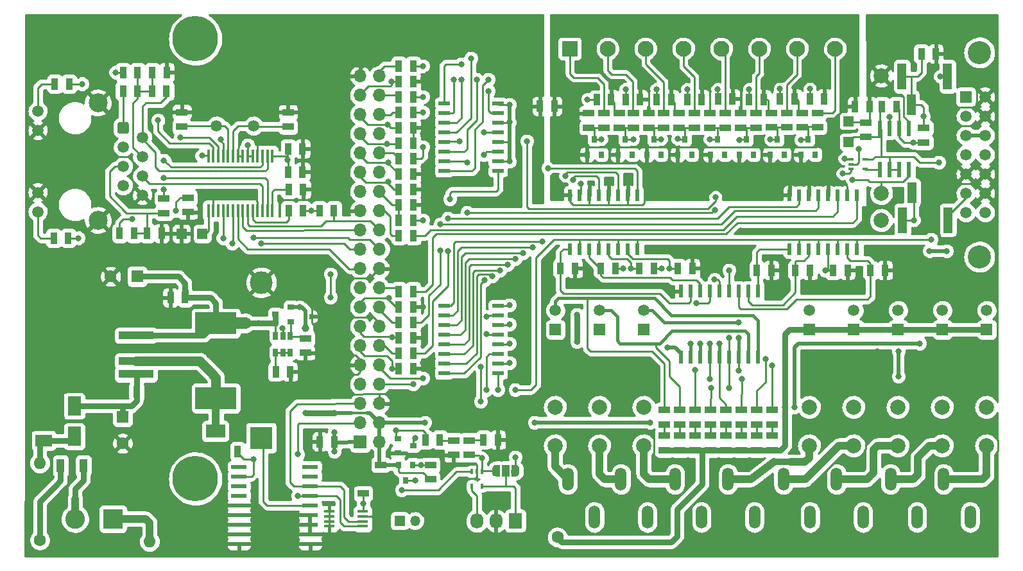
<source format=gbr>
G04 #@! TF.GenerationSoftware,KiCad,Pcbnew,5.99.0-unknown-c3175b4~86~ubuntu16.04.1*
G04 #@! TF.CreationDate,2019-12-02T17:49:05+01:00*
G04 #@! TF.ProjectId,OpenPLC,4f70656e-504c-4432-9e6b-696361645f70,0.01*
G04 #@! TF.SameCoordinates,Original*
G04 #@! TF.FileFunction,Copper,L1,Top*
G04 #@! TF.FilePolarity,Positive*
%FSLAX46Y46*%
G04 Gerber Fmt 4.6, Leading zero omitted, Abs format (unit mm)*
G04 Created by KiCad (PCBNEW 5.99.0-unknown-c3175b4~86~ubuntu16.04.1) date 2019-12-02 17:49:05*
%MOMM*%
%LPD*%
G04 APERTURE LIST*
%ADD10C,1.600000*%
%ADD11R,1.600000X1.600000*%
%ADD12R,1.500000X0.970000*%
%ADD13R,0.900000X0.800000*%
%ADD14C,2.100000*%
%ADD15R,2.100000X2.100000*%
%ADD16R,0.970000X1.500000*%
%ADD17R,0.800000X0.900000*%
%ADD18R,2.179320X1.620520*%
%ADD19O,1.350000X1.350000*%
%ADD20R,1.350000X1.350000*%
%ADD21R,2.000000X0.600000*%
%ADD22R,1.360000X1.400000*%
%ADD23R,1.400000X1.360000*%
%ADD24R,0.600000X2.000000*%
%ADD25R,1.170000X3.400000*%
%ADD26R,1.170000X2.700000*%
%ADD27O,1.508000X3.016000*%
%ADD28R,1.070000X1.800000*%
%ADD29R,5.400000X2.900000*%
%ADD30C,6.000000*%
%ADD31O,1.700000X1.700000*%
%ADD32R,1.700000X1.700000*%
%ADD33R,0.575000X0.650000*%
%ADD34C,2.000000*%
%ADD35C,0.100000*%
%ADD36C,1.500000*%
%ADD37C,2.500000*%
%ADD38R,1.450000X0.450000*%
%ADD39R,0.600000X1.500000*%
%ADD40R,1.500000X0.600000*%
%ADD41C,2.600000*%
%ADD42R,2.600000X2.600000*%
%ADD43R,3.000000X3.000000*%
%ADD44C,3.000000*%
%ADD45O,1.600000X1.600000*%
%ADD46R,0.600000X1.725000*%
%ADD47R,2.500000X1.800000*%
%ADD48C,1.520000*%
%ADD49R,1.520000X1.520000*%
%ADD50C,3.050000*%
%ADD51R,0.650000X0.400000*%
%ADD52R,0.400000X0.650000*%
%ADD53R,9.400000X10.800000*%
%ADD54R,4.600000X1.100000*%
%ADD55R,0.450000X1.750000*%
%ADD56R,0.650000X1.060000*%
%ADD57R,0.500000X1.500000*%
%ADD58C,1.000000*%
%ADD59R,1.000000X1.500000*%
%ADD60O,1.730000X2.030000*%
%ADD61R,1.730000X2.030000*%
%ADD62R,1.800000X2.500000*%
%ADD63C,0.800000*%
%ADD64C,1.400000*%
%ADD65C,0.750000*%
%ADD66C,0.250000*%
%ADD67C,0.500000*%
%ADD68C,0.450000*%
%ADD69C,1.000000*%
%ADD70C,1.250000*%
%ADD71C,1.500000*%
%ADD72C,0.350000*%
%ADD73C,0.254000*%
G04 APERTURE END LIST*
D10*
X104394000Y-122626000D03*
D11*
X104394000Y-119126000D03*
D12*
X145034000Y-125476000D03*
X145034000Y-127386000D03*
D13*
X142716000Y-122936000D03*
X140716000Y-123886000D03*
X140716000Y-121986000D03*
D14*
X198385500Y-70612000D03*
X193385500Y-70612000D03*
X188385500Y-70612000D03*
X183385500Y-70612000D03*
X178385500Y-70612000D03*
X173385500Y-70612000D03*
X168385500Y-70612000D03*
D15*
X163385500Y-70612000D03*
D12*
X136144000Y-129225000D03*
X136144000Y-127315000D03*
D16*
X152014000Y-122174000D03*
X153924000Y-122174000D03*
D17*
X141732000Y-127492000D03*
X140782000Y-125492000D03*
X142682000Y-125492000D03*
D12*
X150114000Y-122235000D03*
X150114000Y-124145000D03*
D18*
X93980000Y-118031260D03*
X93980000Y-122252740D03*
D19*
X142970000Y-132842000D03*
D20*
X140970000Y-132842000D03*
D21*
X119760000Y-125730000D03*
X119760000Y-127000000D03*
X119760000Y-128270000D03*
X119760000Y-129540000D03*
X119760000Y-130810000D03*
X119760000Y-132080000D03*
X119760000Y-133350000D03*
X119760000Y-134620000D03*
X119760000Y-135890000D03*
X129160000Y-135890000D03*
X129160000Y-134620000D03*
X129160000Y-133350000D03*
X129160000Y-132080000D03*
X129160000Y-130810000D03*
X129160000Y-129540000D03*
X129160000Y-128270000D03*
X129160000Y-127000000D03*
X129160000Y-125730000D03*
D22*
X112158000Y-94996000D03*
X114918000Y-94996000D03*
D23*
X200152000Y-80154000D03*
X200152000Y-82914000D03*
D24*
X204343000Y-81095000D03*
X205613000Y-81095000D03*
X206883000Y-81095000D03*
X208153000Y-81095000D03*
X208153000Y-86545000D03*
X206883000Y-86545000D03*
X205613000Y-86545000D03*
X204343000Y-86545000D03*
D25*
X207280000Y-93210000D03*
X213290000Y-93210000D03*
X207220000Y-74280000D03*
X213230000Y-74280000D03*
D26*
X208430000Y-77990000D03*
X213140000Y-77990000D03*
X213250000Y-89580000D03*
X208540000Y-89580000D03*
D27*
X195088000Y-132364000D03*
X198588000Y-127364000D03*
X205710400Y-127364000D03*
X191588000Y-127364000D03*
X209210400Y-132364000D03*
X216210400Y-132364000D03*
X202088000Y-132364000D03*
X212710400Y-127364000D03*
X187762400Y-132364000D03*
X180762400Y-132364000D03*
X184262400Y-127364000D03*
X177262400Y-127364000D03*
X163140000Y-127364000D03*
X166640000Y-132364000D03*
X170140000Y-127364000D03*
X173640000Y-132364000D03*
D28*
X99230000Y-125590000D03*
X96220000Y-125590000D03*
D29*
X116710000Y-106800000D03*
X116710000Y-116700000D03*
D10*
X102820000Y-100640000D03*
D11*
X106320000Y-100640000D03*
D30*
X113990000Y-69286000D03*
D31*
X138280000Y-122446000D03*
D32*
X135740000Y-122446000D03*
D31*
X138280000Y-119906000D03*
X135740000Y-119906000D03*
X138280000Y-117366000D03*
X135740000Y-117366000D03*
X138280000Y-114826000D03*
X135740000Y-114826000D03*
X138280000Y-112286000D03*
X135740000Y-112286000D03*
X138280000Y-109746000D03*
X135740000Y-109746000D03*
X138280000Y-107206000D03*
X135740000Y-107206000D03*
X138280000Y-104666000D03*
X135740000Y-104666000D03*
X138280000Y-102126000D03*
X135740000Y-102126000D03*
X138280000Y-99586000D03*
X135740000Y-99586000D03*
X138280000Y-97046000D03*
X135740000Y-97046000D03*
X138280000Y-94506000D03*
X135740000Y-94506000D03*
X138280000Y-91966000D03*
X135740000Y-91966000D03*
X138280000Y-89426000D03*
X135740000Y-89426000D03*
X138280000Y-86886000D03*
X135740000Y-86886000D03*
X138280000Y-84346000D03*
X135740000Y-84346000D03*
X138280000Y-81806000D03*
X135740000Y-81806000D03*
X138280000Y-79266000D03*
X135740000Y-79266000D03*
X138280000Y-76726000D03*
X135740000Y-76726000D03*
X138280000Y-74186000D03*
X135740000Y-74186000D03*
D30*
X113990000Y-127286000D03*
D33*
X129286000Y-105918000D03*
X128511000Y-105918000D03*
D34*
X204470000Y-74168000D03*
X204470000Y-89662000D03*
X204470000Y-93218000D03*
D35*
G36*
X105052862Y-80295068D02*
G01*
X105134130Y-80349370D01*
X105188432Y-80430638D01*
X105207500Y-80526500D01*
X105207500Y-81525500D01*
X105188432Y-81621362D01*
X105134130Y-81702630D01*
X105052862Y-81756932D01*
X104957000Y-81776000D01*
X103958000Y-81776000D01*
X103862138Y-81756932D01*
X103780870Y-81702630D01*
X103726568Y-81621362D01*
X103707500Y-81525500D01*
X103707500Y-80526500D01*
X103726568Y-80430638D01*
X103780870Y-80349370D01*
X103862138Y-80295068D01*
X103958000Y-80276000D01*
X104957000Y-80276000D01*
X105052862Y-80295068D01*
X105052862Y-80295068D01*
G37*
D36*
X104457500Y-81026000D03*
X106997500Y-82286000D03*
X104457500Y-83566000D03*
X106997500Y-84826000D03*
X104457500Y-86106000D03*
X106997500Y-87366000D03*
X104457500Y-88646000D03*
D37*
X101147500Y-77721000D03*
D36*
X106997500Y-89906000D03*
D37*
X101147500Y-93211000D03*
D36*
X93197500Y-78841000D03*
X93197500Y-81381000D03*
X93197500Y-92091000D03*
X93197500Y-89551000D03*
D16*
X106367500Y-73723500D03*
X104457500Y-73723500D03*
X126299000Y-91948000D03*
X128209000Y-91948000D03*
D38*
X136058000Y-131613000D03*
X136058000Y-132263000D03*
X136058000Y-132913000D03*
X136058000Y-133563000D03*
X131658000Y-133563000D03*
X131658000Y-132913000D03*
X131658000Y-132263000D03*
X131658000Y-131613000D03*
D39*
X172339000Y-97022000D03*
X171069000Y-97022000D03*
X169799000Y-97022000D03*
X168529000Y-97022000D03*
X167259000Y-97022000D03*
X165989000Y-97022000D03*
X164719000Y-97022000D03*
X163449000Y-97022000D03*
X163449000Y-89922000D03*
X164719000Y-89922000D03*
X165989000Y-89922000D03*
X167259000Y-89922000D03*
X168529000Y-89922000D03*
X169799000Y-89922000D03*
X171069000Y-89922000D03*
X172339000Y-89922000D03*
X201295000Y-97022000D03*
X200025000Y-97022000D03*
X198755000Y-97022000D03*
X197485000Y-97022000D03*
X196215000Y-97022000D03*
X194945000Y-97022000D03*
X193675000Y-97022000D03*
X192405000Y-97022000D03*
X192405000Y-89922000D03*
X193675000Y-89922000D03*
X194945000Y-89922000D03*
X196215000Y-89922000D03*
X197485000Y-89922000D03*
X198755000Y-89922000D03*
X200025000Y-89922000D03*
X201295000Y-89922000D03*
D40*
X153918000Y-104521000D03*
X153918000Y-105791000D03*
X153918000Y-107061000D03*
X153918000Y-108331000D03*
X153918000Y-109601000D03*
X153918000Y-110871000D03*
X153918000Y-112141000D03*
X153918000Y-113411000D03*
X146818000Y-113411000D03*
X146818000Y-112141000D03*
X146818000Y-110871000D03*
X146818000Y-109601000D03*
X146818000Y-108331000D03*
X146818000Y-107061000D03*
X146818000Y-105791000D03*
X146818000Y-104521000D03*
X153918000Y-77851000D03*
X153918000Y-79121000D03*
X153918000Y-80391000D03*
X153918000Y-81661000D03*
X153918000Y-82931000D03*
X153918000Y-84201000D03*
X153918000Y-85471000D03*
X153918000Y-86741000D03*
X146818000Y-86741000D03*
X146818000Y-85471000D03*
X146818000Y-84201000D03*
X146818000Y-82931000D03*
X146818000Y-81661000D03*
X146818000Y-80391000D03*
X146818000Y-79121000D03*
X146818000Y-77851000D03*
D41*
X98124000Y-132588000D03*
D42*
X103124000Y-132588000D03*
D43*
X122682000Y-121920000D03*
D44*
X122682000Y-101430000D03*
D36*
X116786000Y-80772000D03*
X121666000Y-80772000D03*
D45*
X107950000Y-135572500D03*
D10*
X107950000Y-125412500D03*
D45*
X93472000Y-125222000D03*
D10*
X93472000Y-135382000D03*
D46*
X178054000Y-111296500D03*
X179324000Y-111296500D03*
X180594000Y-111296500D03*
X181864000Y-111296500D03*
X183134000Y-111296500D03*
X184404000Y-111296500D03*
X185674000Y-111296500D03*
X186944000Y-111296500D03*
X188214000Y-111296500D03*
X178054000Y-102571500D03*
X179324000Y-102571500D03*
X180594000Y-102571500D03*
X181864000Y-102571500D03*
X183134000Y-102571500D03*
X184404000Y-102571500D03*
X185674000Y-102571500D03*
X186944000Y-102571500D03*
X188214000Y-102571500D03*
D47*
X112660000Y-121020000D03*
X116660000Y-121020000D03*
D48*
X218389200Y-105105200D03*
D34*
X218338400Y-122936000D03*
X218338400Y-117856000D03*
D49*
X218389200Y-107645200D03*
D48*
X212547200Y-105105200D03*
D34*
X212496400Y-122936000D03*
X212496400Y-117856000D03*
D49*
X212547200Y-107645200D03*
D48*
X206705200Y-105105200D03*
D34*
X206654400Y-122936000D03*
X206654400Y-117856000D03*
D49*
X206705200Y-107645200D03*
D48*
X200863200Y-105105200D03*
D34*
X200812400Y-122936000D03*
X200812400Y-117856000D03*
D49*
X200863200Y-107645200D03*
D48*
X195021200Y-105105200D03*
D34*
X194970400Y-122936000D03*
X194970400Y-117856000D03*
D49*
X195021200Y-107645200D03*
D48*
X173177200Y-105105200D03*
D34*
X173126400Y-122936000D03*
X173126400Y-117856000D03*
D49*
X173177200Y-107645200D03*
D48*
X167335200Y-105105200D03*
D34*
X167284400Y-122936000D03*
X167284400Y-117856000D03*
D49*
X167335200Y-107645200D03*
D48*
X161493200Y-105105200D03*
D34*
X161442400Y-122936000D03*
X161442400Y-117856000D03*
D49*
X161493200Y-107645200D03*
D50*
X217424000Y-98044000D03*
X217424000Y-71124000D03*
D49*
X215644000Y-76964000D03*
D48*
X218184000Y-76964000D03*
X215644000Y-79504000D03*
X218184000Y-79504000D03*
X215644000Y-82044000D03*
X218184000Y-84584000D03*
X215644000Y-84584000D03*
X218184000Y-82044000D03*
X215644000Y-87124000D03*
X218184000Y-87124000D03*
X215644000Y-89664000D03*
X218184000Y-89664000D03*
X215644000Y-92204000D03*
X218184000Y-92204000D03*
D12*
X181991000Y-120144500D03*
X181991000Y-118234500D03*
X179959000Y-120142000D03*
X179959000Y-118232000D03*
X177927000Y-120147000D03*
X177927000Y-118237000D03*
X188087000Y-120147000D03*
X188087000Y-118237000D03*
X190119000Y-120144500D03*
X190119000Y-118234500D03*
X184023000Y-120144500D03*
X184023000Y-118234500D03*
X186055000Y-120147000D03*
X186055000Y-118237000D03*
D16*
X144333000Y-122174000D03*
X146243000Y-122174000D03*
D12*
X175895000Y-120144500D03*
X175895000Y-118234500D03*
D16*
X166936500Y-77279500D03*
X168846500Y-77279500D03*
X170746500Y-77279500D03*
X172656500Y-77279500D03*
X174874000Y-77279500D03*
X176784000Y-77279500D03*
X178877000Y-77279500D03*
X180787000Y-77279500D03*
X182941000Y-77216000D03*
X184851000Y-77216000D03*
X187066000Y-77279500D03*
X188976000Y-77279500D03*
X191130000Y-77216000D03*
X193040000Y-77216000D03*
X195067000Y-77216000D03*
X196977000Y-77216000D03*
D51*
X202372000Y-85202000D03*
X202372000Y-86502000D03*
X200472000Y-85852000D03*
X200472000Y-86502000D03*
X200472000Y-85202000D03*
D52*
X151780000Y-128270000D03*
X150480000Y-128270000D03*
X151130000Y-126370000D03*
X150480000Y-126370000D03*
X151780000Y-126370000D03*
D53*
X97015000Y-110110000D03*
D54*
X106165000Y-106710000D03*
X106165000Y-108410000D03*
X106165000Y-110110000D03*
X106165000Y-111810000D03*
X106165000Y-113510000D03*
D55*
X115704000Y-84748000D03*
X116354000Y-84748000D03*
X117004000Y-84748000D03*
X117654000Y-84748000D03*
X118304000Y-84748000D03*
X118954000Y-84748000D03*
X119604000Y-84748000D03*
X120254000Y-84748000D03*
X120904000Y-84748000D03*
X121554000Y-84748000D03*
X122204000Y-84748000D03*
X122854000Y-84748000D03*
X123504000Y-84748000D03*
X124154000Y-84748000D03*
X124154000Y-91948000D03*
X123504000Y-91948000D03*
X122854000Y-91948000D03*
X122204000Y-91948000D03*
X121554000Y-91948000D03*
X120904000Y-91948000D03*
X120254000Y-91948000D03*
X119604000Y-91948000D03*
X118954000Y-91948000D03*
X118304000Y-91948000D03*
X117654000Y-91948000D03*
X117004000Y-91948000D03*
X116354000Y-91948000D03*
X115704000Y-91948000D03*
D16*
X140838000Y-91186000D03*
X142748000Y-91186000D03*
D12*
X128524000Y-110683000D03*
X128524000Y-108773000D03*
D16*
X126505000Y-113200000D03*
X124595000Y-113200000D03*
D12*
X148082000Y-124145000D03*
X148082000Y-122235000D03*
X175895000Y-121602500D03*
X175895000Y-123512500D03*
D16*
X162174000Y-99568000D03*
X164084000Y-99568000D03*
X167508000Y-99568000D03*
X169418000Y-99568000D03*
X172588000Y-99568000D03*
X174498000Y-99568000D03*
X177668000Y-99568000D03*
X179578000Y-99568000D03*
X198120000Y-99822000D03*
X200030000Y-99822000D03*
X203068000Y-99822000D03*
X204978000Y-99822000D03*
D12*
X181991000Y-121602500D03*
X181991000Y-123512500D03*
X179959000Y-121600000D03*
X179959000Y-123510000D03*
X177927000Y-121602500D03*
X177927000Y-123512500D03*
D16*
X193162000Y-99822000D03*
X195072000Y-99822000D03*
X161353500Y-78168500D03*
X159443500Y-78168500D03*
D12*
X210080000Y-82975000D03*
X210080000Y-81065000D03*
D16*
X204592000Y-78232000D03*
X206502000Y-78232000D03*
X209770000Y-71280000D03*
X211680000Y-71280000D03*
X104457500Y-76200000D03*
X106367500Y-76200000D03*
X110175000Y-76200000D03*
X108265000Y-76200000D03*
X140838000Y-95250000D03*
X142748000Y-95250000D03*
X140838000Y-102616000D03*
X142748000Y-102616000D03*
X140838000Y-106680000D03*
X142748000Y-106680000D03*
X140838000Y-110744000D03*
X142748000Y-110744000D03*
X140838000Y-72898000D03*
X142748000Y-72898000D03*
X140838000Y-76962000D03*
X142748000Y-76962000D03*
X140838000Y-78994000D03*
X142748000Y-78994000D03*
X140838000Y-85090000D03*
X142748000Y-85090000D03*
D12*
X109855000Y-92268000D03*
X109855000Y-90358000D03*
D16*
X105923000Y-94932500D03*
X104013000Y-94932500D03*
X97221000Y-95567500D03*
X95311000Y-95567500D03*
X188082000Y-99822000D03*
X189992000Y-99822000D03*
X97348000Y-75247500D03*
X95438000Y-75247500D03*
X128209000Y-89154000D03*
X126299000Y-89154000D03*
X130363000Y-91948000D03*
X132273000Y-91948000D03*
X140838000Y-93218000D03*
X142748000Y-93218000D03*
D12*
X188087000Y-121600000D03*
X188087000Y-123510000D03*
X190119000Y-121600000D03*
X190119000Y-123510000D03*
X184023000Y-121600000D03*
X184023000Y-123510000D03*
X186055000Y-121600000D03*
X186055000Y-123510000D03*
D16*
X201036000Y-78232000D03*
X202946000Y-78232000D03*
X142748000Y-112776000D03*
X140838000Y-112776000D03*
X142748000Y-108712000D03*
X140838000Y-108712000D03*
X142748000Y-104648000D03*
X140838000Y-104648000D03*
X142748000Y-89154000D03*
X140838000Y-89154000D03*
X142748000Y-87122000D03*
X140838000Y-87122000D03*
X142748000Y-83058000D03*
X140838000Y-83058000D03*
X142748000Y-81026000D03*
X140838000Y-81026000D03*
X142748000Y-74930000D03*
X140838000Y-74930000D03*
D12*
X173799500Y-79116000D03*
X173799500Y-81026000D03*
X177800000Y-79116000D03*
X177800000Y-81026000D03*
X181864000Y-79121000D03*
X181864000Y-81031000D03*
X185928000Y-79121000D03*
X185928000Y-81031000D03*
X189992000Y-79055000D03*
X189992000Y-80965000D03*
X194056000Y-79055000D03*
X194056000Y-80965000D03*
X165862000Y-79116000D03*
X165862000Y-81026000D03*
X169926000Y-79116000D03*
X169926000Y-81026000D03*
X167894000Y-79116000D03*
X167894000Y-81026000D03*
X171831000Y-79116000D03*
X171831000Y-81026000D03*
X175768000Y-79116000D03*
X175768000Y-81026000D03*
X179832000Y-79118500D03*
X179832000Y-81028500D03*
X183896000Y-79118500D03*
X183896000Y-81028500D03*
X187960000Y-79121000D03*
X187960000Y-81031000D03*
X192024000Y-79057500D03*
X192024000Y-80967500D03*
X196088000Y-79057500D03*
X196088000Y-80967500D03*
D56*
X125530000Y-108460000D03*
X124580000Y-108460000D03*
X126480000Y-108460000D03*
X126480000Y-110660000D03*
X125530000Y-110660000D03*
X124580000Y-110660000D03*
D13*
X124580000Y-105630000D03*
X126580000Y-104680000D03*
X126580000Y-106580000D03*
D57*
X155940000Y-126238000D03*
D35*
G36*
X156380867Y-125508254D02*
G01*
X156510321Y-125567373D01*
X156617876Y-125660570D01*
X156694817Y-125780292D01*
X156740001Y-125988000D01*
X156740001Y-126488000D01*
X156719747Y-126628866D01*
X156660628Y-126758320D01*
X156567431Y-126865875D01*
X156447709Y-126942816D01*
X156240001Y-126988000D01*
X156239999Y-126988000D01*
X156099133Y-126967746D01*
X155969679Y-126908627D01*
X155862124Y-126815430D01*
X155785183Y-126695708D01*
X155739999Y-126488000D01*
X155739999Y-125988000D01*
X155760253Y-125847134D01*
X155819372Y-125717680D01*
X155912569Y-125610125D01*
X156032291Y-125533184D01*
X156239999Y-125488000D01*
X156240001Y-125488000D01*
X156380867Y-125508254D01*
X156380867Y-125508254D01*
G37*
D58*
X156240000Y-126238000D03*
D59*
X154940000Y-126238000D03*
D57*
X153940000Y-126238000D03*
D35*
G36*
X153780867Y-125508254D02*
G01*
X153910321Y-125567373D01*
X154017876Y-125660570D01*
X154094817Y-125780292D01*
X154140001Y-125988000D01*
X154140001Y-126488000D01*
X154119747Y-126628866D01*
X154060628Y-126758320D01*
X153967431Y-126865875D01*
X153847709Y-126942816D01*
X153640001Y-126988000D01*
X153639999Y-126988000D01*
X153499133Y-126967746D01*
X153369679Y-126908627D01*
X153262124Y-126815430D01*
X153185183Y-126695708D01*
X153139999Y-126488000D01*
X153139999Y-125988000D01*
X153160253Y-125847134D01*
X153219372Y-125717680D01*
X153312569Y-125610125D01*
X153432291Y-125533184D01*
X153639999Y-125488000D01*
X153640001Y-125488000D01*
X153780867Y-125508254D01*
X153780867Y-125508254D01*
G37*
D58*
X153640000Y-126238000D03*
D60*
X151130000Y-132842000D03*
X153670000Y-132842000D03*
D61*
X156210000Y-132842000D03*
D17*
X165674000Y-84566000D03*
X167574000Y-84566000D03*
X166624000Y-82566000D03*
X169738000Y-84566000D03*
X171638000Y-84566000D03*
X170688000Y-82566000D03*
X173548000Y-84566000D03*
X175448000Y-84566000D03*
X174498000Y-82566000D03*
X177612000Y-84566000D03*
X179512000Y-84566000D03*
X178562000Y-82566000D03*
X181930000Y-84566000D03*
X183830000Y-84566000D03*
X182880000Y-82566000D03*
X185740000Y-84566000D03*
X187640000Y-84566000D03*
X186690000Y-82566000D03*
X189804000Y-84566000D03*
X191704000Y-84566000D03*
X190754000Y-82566000D03*
X193868000Y-84566000D03*
X195768000Y-84566000D03*
X194818000Y-82566000D03*
D62*
X98030000Y-121710000D03*
X98030000Y-117710000D03*
D12*
X202438000Y-82235000D03*
X202438000Y-80325000D03*
D16*
X126235500Y-83820000D03*
X128145500Y-83820000D03*
X128145500Y-86868000D03*
X126235500Y-86868000D03*
X132334000Y-122428000D03*
X130424000Y-122428000D03*
D12*
X138430000Y-125476000D03*
X138430000Y-127386000D03*
D16*
X117663000Y-123698000D03*
X119573000Y-123698000D03*
X108326000Y-73723500D03*
X110236000Y-73723500D03*
X109542500Y-94932500D03*
X107632500Y-94932500D03*
D12*
X113030000Y-92141000D03*
X113030000Y-90231000D03*
X112204500Y-80901500D03*
X112204500Y-78991500D03*
X126238000Y-78994000D03*
X126238000Y-80904000D03*
D16*
X110725000Y-103410000D03*
X112635000Y-103410000D03*
X108143000Y-115824000D03*
X106233000Y-115824000D03*
D63*
X206756000Y-110490000D03*
X121666000Y-124714000D03*
X213103849Y-97279849D03*
X199644000Y-85090000D03*
X206756000Y-113792000D03*
X190119000Y-112395000D03*
X189230000Y-111506000D03*
X144272000Y-119888000D03*
X193040000Y-117856000D03*
X191770000Y-117856000D03*
X202692000Y-97028000D03*
X202692000Y-94488000D03*
X173990000Y-119888000D03*
X208788000Y-97270000D03*
X210841156Y-97260844D03*
X209550000Y-109474000D03*
X211074000Y-95758000D03*
X122682000Y-96266000D03*
X118872000Y-96266000D03*
X117664743Y-95566743D03*
X121666000Y-95504000D03*
X136144000Y-130556000D03*
D64*
X110190000Y-109980000D03*
D10*
X161780000Y-135010000D03*
D63*
X186108804Y-114131196D03*
X181880000Y-114130000D03*
X179959000Y-112981000D03*
X185674000Y-113010000D03*
X182000000Y-115310000D03*
X184404000Y-115316000D03*
X180086000Y-104140000D03*
X164338000Y-109220000D03*
X203962000Y-105918000D03*
X155448000Y-106934000D03*
X120904000Y-83312000D03*
X155448000Y-112014000D03*
X155448000Y-109474000D03*
X155448000Y-104394000D03*
X157734000Y-82804000D03*
X160528000Y-86360000D03*
X155448000Y-77978000D03*
X132334000Y-121158000D03*
X132334000Y-123698000D03*
X117348000Y-82550000D03*
X150368000Y-71882000D03*
X148082000Y-74676000D03*
X144018000Y-112014000D03*
X144018000Y-104648000D03*
X144018000Y-108712000D03*
X149860000Y-92202000D03*
X147574000Y-90424000D03*
X182626000Y-90170000D03*
X191135000Y-75882500D03*
X144018000Y-93218000D03*
X147320000Y-97282000D03*
X147320000Y-92964000D03*
X148844000Y-82804000D03*
X185801000Y-82613500D03*
X152654000Y-74676000D03*
X181864000Y-82550000D03*
X149860000Y-85598000D03*
X151130000Y-74676000D03*
X152060000Y-84580000D03*
X182880000Y-75946000D03*
X187071000Y-75946000D03*
X195072000Y-75882500D03*
X152070000Y-81660000D03*
X152654000Y-76200000D03*
X149098000Y-74676000D03*
X149098000Y-72644000D03*
X189865000Y-82550000D03*
X193865500Y-82613500D03*
X176276000Y-109982000D03*
X144018000Y-83566000D03*
X163830000Y-87884000D03*
X144018000Y-78994000D03*
X144018000Y-76962000D03*
X164846000Y-88392000D03*
X162814000Y-87376000D03*
X167576500Y-82550000D03*
X170751500Y-75946000D03*
X152146000Y-101092000D03*
X153162000Y-100584000D03*
X154178000Y-99822000D03*
X171767500Y-82550000D03*
X155194000Y-99060000D03*
X174815500Y-75946000D03*
X156210000Y-98298000D03*
X175450500Y-82550000D03*
X157226000Y-97536000D03*
X178879500Y-75946000D03*
X158496000Y-96774000D03*
X177609500Y-82486500D03*
X159766000Y-96012000D03*
X185674000Y-106680000D03*
X185674000Y-108712000D03*
X180594000Y-109474000D03*
X179324000Y-109474000D03*
X183134000Y-109474000D03*
X184404000Y-108712000D03*
X184404000Y-99822000D03*
X197104000Y-99822000D03*
X176530000Y-99568000D03*
X171450000Y-99568000D03*
X139446000Y-88138000D03*
X139446000Y-85598000D03*
X152400000Y-108204000D03*
X152400000Y-105918000D03*
X185928000Y-97028000D03*
X185928000Y-94551500D03*
X131826000Y-100330000D03*
X131826000Y-103378000D03*
X139954000Y-112776000D03*
X199390000Y-87056000D03*
X128524000Y-118618000D03*
X200660000Y-87884000D03*
X204978000Y-101854000D03*
X200152000Y-101854000D03*
X195072000Y-101854000D03*
X189992000Y-101854000D03*
X165862000Y-99568000D03*
X170434000Y-99568000D03*
X175514000Y-99568000D03*
X142748000Y-114808000D03*
X144018000Y-114046000D03*
X181610000Y-99568000D03*
X205613000Y-79565500D03*
X182562500Y-91884500D03*
X129286000Y-91948000D03*
X144018000Y-81788000D03*
X105664000Y-93091000D03*
X103505000Y-73723500D03*
X126174500Y-85280500D03*
X109855000Y-89154000D03*
X109855000Y-87630000D03*
X112014000Y-82296000D03*
X109855000Y-85344000D03*
X111442500Y-91948000D03*
X98552000Y-95567500D03*
X99060000Y-75247500D03*
X181864000Y-109474000D03*
X139890500Y-74930000D03*
X139382500Y-80645000D03*
X139954000Y-108648500D03*
X132778500Y-85661500D03*
X144018000Y-72898000D03*
X132334000Y-118618000D03*
X182499000Y-101028500D03*
X165735000Y-77279500D03*
X139319000Y-83121500D03*
X212090000Y-85598000D03*
D58*
X128524000Y-107442000D03*
D63*
X125476000Y-107442000D03*
D10*
X120530000Y-106800000D03*
D63*
X122308000Y-106800000D03*
X124490000Y-106800000D03*
X127730000Y-104680000D03*
D64*
X110170000Y-114760000D03*
D63*
X124540000Y-129032000D03*
X124560000Y-132588000D03*
X146280000Y-97220000D03*
X146300000Y-93760000D03*
X155430000Y-85460000D03*
X155448000Y-80302000D03*
X114870000Y-84710000D03*
X109070000Y-80040000D03*
X212290000Y-74260000D03*
X210060000Y-79550000D03*
X208730000Y-82970000D03*
X208760000Y-93200000D03*
X208840000Y-94530000D03*
X201480000Y-83810000D03*
X205600000Y-83810000D03*
X163310000Y-101740000D03*
X163280000Y-104650000D03*
X139573000Y-103441500D03*
X151638000Y-112522000D03*
X155448000Y-121158000D03*
X156210000Y-124460000D03*
X203962000Y-110490000D03*
X164338000Y-105664000D03*
X158750000Y-119888000D03*
X152400000Y-115570000D03*
X153924000Y-115570000D03*
X156210000Y-115570000D03*
X151638000Y-117094000D03*
X127508000Y-124079000D03*
X127508000Y-129540000D03*
X151780000Y-124602000D03*
X140462000Y-120904000D03*
X141224000Y-128778000D03*
X143002000Y-127508000D03*
X143002000Y-121920000D03*
X143764000Y-125476000D03*
D65*
X100184000Y-117710000D02*
X104540000Y-117710000D01*
X104540000Y-117710000D02*
X105556000Y-117710000D01*
X104394000Y-119126000D02*
X104394000Y-117856000D01*
X104394000Y-117856000D02*
X104540000Y-117710000D01*
X106233000Y-115824000D02*
X106233000Y-113578000D01*
X106233000Y-113578000D02*
X106165000Y-113510000D01*
X105556000Y-117710000D02*
X106233000Y-117033000D01*
X106233000Y-117033000D02*
X106233000Y-115824000D01*
X100184000Y-117710000D02*
X98030000Y-117710000D01*
D66*
X150480000Y-126370000D02*
X148458000Y-126370000D01*
X148458000Y-126370000D02*
X146050000Y-128778000D01*
X146050000Y-128778000D02*
X141224000Y-128778000D01*
X148082000Y-122235000D02*
X146304000Y-122235000D01*
X198385500Y-78728500D02*
X198056500Y-79057500D01*
X198056500Y-79057500D02*
X196088000Y-79057500D01*
X198385500Y-70612000D02*
X198385500Y-78728500D01*
X192024000Y-75374500D02*
X193262250Y-74136250D01*
X193385500Y-74013000D02*
X193262250Y-74136250D01*
X193385500Y-70612000D02*
X193385500Y-74013000D01*
X187960000Y-74295000D02*
X188404500Y-73850500D01*
X188385500Y-70612000D02*
X188385500Y-73831500D01*
X188385500Y-73831500D02*
X188404500Y-73850500D01*
X183896000Y-79118500D02*
X183896000Y-71122500D01*
X183896000Y-71122500D02*
X183385500Y-70612000D01*
X179832000Y-74358500D02*
X178720750Y-73247250D01*
X178720750Y-73247250D02*
X178625500Y-73152000D01*
X178385500Y-70612000D02*
X178385500Y-72912000D01*
X178385500Y-72912000D02*
X178720750Y-73247250D01*
X175768000Y-74993500D02*
X173577250Y-72802750D01*
X173577250Y-72802750D02*
X173545500Y-72771000D01*
X173385500Y-72611000D02*
X173577250Y-72802750D01*
X173385500Y-70612000D02*
X173385500Y-72611000D01*
X168465500Y-73533000D02*
X168497250Y-73564750D01*
X168385500Y-73453000D02*
X168497250Y-73564750D01*
X168497250Y-73564750D02*
X168910000Y-73977500D01*
X168385500Y-70612000D02*
X168385500Y-73453000D01*
X167068500Y-74422000D02*
X167894000Y-75247500D01*
X163893500Y-74422000D02*
X167068500Y-74422000D01*
X163385500Y-73914000D02*
X163893500Y-74422000D01*
X163385500Y-70612000D02*
X163385500Y-73914000D01*
X167894000Y-75247500D02*
X167894000Y-79116000D01*
D67*
X206756000Y-110490000D02*
X206756000Y-113792000D01*
D66*
X121666000Y-124714000D02*
X120396000Y-124714000D01*
X120396000Y-124714000D02*
X119573000Y-123891000D01*
X119573000Y-123891000D02*
X119573000Y-123698000D01*
X121412000Y-127000000D02*
X119760000Y-127000000D01*
X121666000Y-126746000D02*
X121412000Y-127000000D01*
X121666000Y-124714000D02*
X121666000Y-126746000D01*
D67*
X213103849Y-97279849D02*
X210841156Y-97260844D01*
D66*
X152146000Y-101092000D02*
X151638000Y-101600000D01*
X151638000Y-101600000D02*
X151638000Y-111252000D01*
X149479000Y-113411000D02*
X146818000Y-113411000D01*
X151638000Y-111252000D02*
X149479000Y-113411000D01*
X200472000Y-85202000D02*
X199756000Y-85202000D01*
X199756000Y-85202000D02*
X199644000Y-85090000D01*
X139700000Y-92710000D02*
X138956000Y-91966000D01*
X139700000Y-94996000D02*
X139700000Y-92710000D01*
X139954000Y-95250000D02*
X139700000Y-94996000D01*
X140838000Y-95250000D02*
X139954000Y-95250000D01*
X138956000Y-91966000D02*
X138280000Y-91966000D01*
X190119000Y-118234500D02*
X190119000Y-112395000D01*
X188087000Y-115697000D02*
X188087000Y-116967000D01*
X189230000Y-114554000D02*
X188087000Y-115697000D01*
X189230000Y-111506000D02*
X189230000Y-114554000D01*
X188087000Y-116967000D02*
X188087000Y-118237000D01*
D67*
X193548000Y-109474000D02*
X193040000Y-109982000D01*
X193040000Y-109982000D02*
X193040000Y-110744000D01*
X209550000Y-109474000D02*
X193548000Y-109474000D01*
X144272000Y-119888000D02*
X143492000Y-119906000D01*
X143492000Y-119906000D02*
X141714000Y-119906000D01*
X193040000Y-117856000D02*
X193040000Y-110744000D01*
D65*
X192836800Y-107645200D02*
X193090800Y-107645200D01*
X193090800Y-107645200D02*
X195021200Y-107645200D01*
X191770000Y-108204000D02*
X192328800Y-107645200D01*
X192328800Y-107645200D02*
X193090800Y-107645200D01*
X191770000Y-117856000D02*
X191770000Y-108204000D01*
X191770000Y-122936000D02*
X191196000Y-123510000D01*
X191196000Y-123510000D02*
X190119000Y-123510000D01*
X191770000Y-117856000D02*
X191770000Y-122936000D01*
D66*
X165100000Y-95758000D02*
X164592000Y-95758000D01*
X164719000Y-95885000D02*
X164592000Y-95758000D01*
X164719000Y-97022000D02*
X164719000Y-95885000D01*
X193802000Y-95758000D02*
X172466000Y-95758000D01*
X172466000Y-95758000D02*
X169672000Y-95758000D01*
X172339000Y-97022000D02*
X172339000Y-95885000D01*
X172339000Y-95885000D02*
X172466000Y-95758000D01*
X169799000Y-97022000D02*
X169799000Y-95885000D01*
X169672000Y-95758000D02*
X167132000Y-95758000D01*
X169799000Y-95885000D02*
X169672000Y-95758000D01*
X167259000Y-97022000D02*
X167259000Y-95885000D01*
X167259000Y-95885000D02*
X167132000Y-95758000D01*
X167132000Y-95758000D02*
X165100000Y-95758000D01*
X211074000Y-95758000D02*
X201422000Y-95758000D01*
X201422000Y-95758000D02*
X198628000Y-95758000D01*
X201295000Y-97022000D02*
X201295000Y-95885000D01*
X201295000Y-95885000D02*
X201422000Y-95758000D01*
X198628000Y-95758000D02*
X196342000Y-95758000D01*
X198755000Y-95885000D02*
X198628000Y-95758000D01*
X198755000Y-97022000D02*
X198755000Y-95885000D01*
X196215000Y-95885000D02*
X196342000Y-95758000D01*
X196342000Y-95758000D02*
X193802000Y-95758000D01*
X196215000Y-97022000D02*
X196215000Y-95885000D01*
X193675000Y-97022000D02*
X193675000Y-95885000D01*
X193675000Y-95885000D02*
X193802000Y-95758000D01*
D67*
X138280000Y-122446000D02*
X138280000Y-119906000D01*
X138280000Y-119906000D02*
X141714000Y-119906000D01*
X141732000Y-119924000D02*
X141714000Y-119906000D01*
D66*
X131826000Y-100330000D02*
X131826000Y-103378000D01*
X131678000Y-97028000D02*
X134292000Y-99642000D01*
X119604000Y-95728000D02*
X120904000Y-97028000D01*
X135684000Y-99642000D02*
X135740000Y-99586000D01*
X120904000Y-97028000D02*
X131678000Y-97028000D01*
X119604000Y-91948000D02*
X119604000Y-95728000D01*
X134292000Y-99642000D02*
X135684000Y-99642000D01*
X133604000Y-96266000D02*
X134384000Y-97046000D01*
X134384000Y-97046000D02*
X135740000Y-97046000D01*
X122682000Y-96266000D02*
X133604000Y-96266000D01*
X134366000Y-95758000D02*
X136992000Y-95758000D01*
X136992000Y-95758000D02*
X137119000Y-95885000D01*
X134112000Y-95504000D02*
X134366000Y-95758000D01*
X121666000Y-95504000D02*
X134112000Y-95504000D01*
X118954000Y-91948000D02*
X118954000Y-96184000D01*
X118954000Y-96184000D02*
X118872000Y-96266000D01*
X117654000Y-91948000D02*
X117664743Y-95566743D01*
X137119000Y-95885000D02*
X138280000Y-97046000D01*
X122936000Y-130302000D02*
X122936000Y-122174000D01*
X127890000Y-130810000D02*
X123444000Y-130810000D01*
X123444000Y-130810000D02*
X122936000Y-130302000D01*
X122936000Y-122174000D02*
X122682000Y-121920000D01*
X127434000Y-117422000D02*
X126492000Y-118364000D01*
X129212000Y-117422000D02*
X127434000Y-117422000D01*
X126492000Y-119634000D02*
X126492000Y-119380000D01*
X126492000Y-118364000D02*
X126492000Y-119634000D01*
X126492000Y-119380000D02*
X126492000Y-119126000D01*
X129410000Y-106370000D02*
X129410000Y-106042000D01*
X129410000Y-106042000D02*
X129286000Y-105918000D01*
X176510000Y-104140000D02*
X175240000Y-102870000D01*
X179324000Y-103886000D02*
X179070000Y-104140000D01*
X179070000Y-104140000D02*
X176510000Y-104140000D01*
X179324000Y-102571500D02*
X179324000Y-103886000D01*
X162560000Y-102870000D02*
X162174000Y-102484000D01*
X175240000Y-102870000D02*
X162560000Y-102870000D01*
X162174000Y-102484000D02*
X162174000Y-99568000D01*
D68*
X187579000Y-105791000D02*
X176820000Y-105790000D01*
X188214000Y-106426000D02*
X187579000Y-105791000D01*
X176820000Y-105790000D02*
X174615000Y-103505000D01*
X188214000Y-111296500D02*
X188214000Y-106426000D01*
X174615000Y-103505000D02*
X165735000Y-103505000D01*
D66*
X180086000Y-101092000D02*
X176918000Y-101092000D01*
X167790000Y-100760000D02*
X176586000Y-100760000D01*
X176586000Y-100760000D02*
X176918000Y-101092000D01*
X167508000Y-100478000D02*
X167790000Y-100760000D01*
X167508000Y-99568000D02*
X167508000Y-100478000D01*
X98660000Y-123590000D02*
X99020000Y-123590000D01*
D65*
X96220000Y-125590000D02*
X96220000Y-127554000D01*
X96220000Y-127554000D02*
X95550000Y-128224000D01*
X99230000Y-127520000D02*
X98124000Y-128626000D01*
X98124000Y-128626000D02*
X98124000Y-129968000D01*
X99230000Y-125590000D02*
X99230000Y-127520000D01*
X176620808Y-135629192D02*
X176784000Y-135636000D01*
X161780000Y-135060000D02*
X162349192Y-135629192D01*
X162349192Y-135629192D02*
X176620808Y-135629192D01*
X161780000Y-135010000D02*
X161780000Y-135060000D01*
X180848000Y-123952000D02*
X180848000Y-123512500D01*
X180848000Y-128016000D02*
X180848000Y-123952000D01*
X177546000Y-131318000D02*
X180848000Y-128016000D01*
X176784000Y-135636000D02*
X177546000Y-134874000D01*
X177546000Y-134874000D02*
X177546000Y-131318000D01*
D66*
X186108804Y-114131196D02*
X186055000Y-118237000D01*
X181864000Y-111296500D02*
X181880000Y-114130000D01*
X179959000Y-112981000D02*
X179959000Y-118232000D01*
X185674000Y-111296500D02*
X185674000Y-113010000D01*
X181991000Y-118234500D02*
X182000000Y-115310000D01*
X184404000Y-115316000D02*
X184404000Y-111296500D01*
X175895000Y-118234500D02*
X175895000Y-112141000D01*
D68*
X165735000Y-103505000D02*
X165227000Y-103505000D01*
D66*
X175895000Y-112141000D02*
X174244000Y-110490000D01*
X174244000Y-110490000D02*
X166116000Y-110490000D01*
X166116000Y-110490000D02*
X165735000Y-110109000D01*
X165735000Y-110109000D02*
X165735000Y-103505000D01*
D68*
X170053000Y-109474000D02*
X174752000Y-109474000D01*
X174752000Y-109474000D02*
X175260000Y-109474000D01*
D66*
X176530000Y-111760000D02*
X174752000Y-109982000D01*
X174752000Y-109982000D02*
X174752000Y-109474000D01*
X176530000Y-113792000D02*
X176530000Y-111760000D01*
X177927000Y-115189000D02*
X176530000Y-113792000D01*
X177927000Y-116332000D02*
X177927000Y-115189000D01*
D69*
X98124000Y-129968000D02*
X98124000Y-132588000D01*
D65*
X93472000Y-130302000D02*
X93472000Y-132588000D01*
X93472000Y-132588000D02*
X93472000Y-135382000D01*
D66*
X216400000Y-80750000D02*
X214900000Y-80750000D01*
X216200000Y-88400000D02*
X215050000Y-88400000D01*
X181610000Y-104140000D02*
X181864000Y-103886000D01*
X181864000Y-103886000D02*
X181864000Y-102571500D01*
X180086000Y-104140000D02*
X181610000Y-104140000D01*
X181864000Y-103505000D02*
X181864000Y-102571500D01*
D68*
X165227000Y-103505000D02*
X164465000Y-103505000D01*
D66*
X121666000Y-110236000D02*
X121158000Y-110236000D01*
X121158000Y-110236000D02*
X120904000Y-109982000D01*
X120904000Y-109982000D02*
X120904000Y-109353500D01*
X121412000Y-109474000D02*
X121024500Y-109474000D01*
X121024500Y-109474000D02*
X120904000Y-109353500D01*
X91757500Y-105219500D02*
X91630500Y-105219500D01*
X91694000Y-116840000D02*
X91694000Y-116979999D01*
X200472000Y-86502000D02*
X200472000Y-86802000D01*
X200218000Y-87056000D02*
X199390000Y-87056000D01*
X200472000Y-86802000D02*
X200218000Y-87056000D01*
X204470000Y-89662000D02*
X204470000Y-88138000D01*
X202692000Y-87884000D02*
X202946000Y-88138000D01*
X204470000Y-88138000D02*
X202946000Y-88138000D01*
X200660000Y-87884000D02*
X202692000Y-87884000D01*
D65*
X192532000Y-125095000D02*
X190373000Y-125095000D01*
D69*
X192532000Y-125095000D02*
X194437000Y-125095000D01*
D66*
X164846000Y-88392000D02*
X164846000Y-89795000D01*
X164846000Y-89795000D02*
X164719000Y-89922000D01*
X185420000Y-92710000D02*
X183642000Y-94488000D01*
X198755000Y-92075000D02*
X198120000Y-92710000D01*
X198120000Y-92710000D02*
X185420000Y-92710000D01*
X198755000Y-89922000D02*
X198755000Y-92075000D01*
X183642000Y-94488000D02*
X145034000Y-94488000D01*
X145034000Y-94488000D02*
X144272000Y-95250000D01*
X144272000Y-95250000D02*
X142748000Y-95250000D01*
X195834000Y-91948000D02*
X185166000Y-91948000D01*
X185166000Y-91948000D02*
X183388000Y-93726000D01*
X196215000Y-91567000D02*
X195834000Y-91948000D01*
X196215000Y-89922000D02*
X196215000Y-91567000D01*
X183388000Y-93726000D02*
X161544000Y-93726000D01*
X184404000Y-91440000D02*
X182880000Y-92964000D01*
X193294000Y-91440000D02*
X184404000Y-91440000D01*
X193675000Y-91059000D02*
X193294000Y-91440000D01*
X193675000Y-89922000D02*
X193675000Y-91059000D01*
X182880000Y-92964000D02*
X147320000Y-92964000D01*
X202692000Y-98552000D02*
X203068000Y-98928000D01*
X203068000Y-98928000D02*
X203068000Y-99822000D01*
X200406000Y-98552000D02*
X202692000Y-98552000D01*
X200025000Y-98171000D02*
X200406000Y-98552000D01*
X200025000Y-97022000D02*
X200025000Y-98171000D01*
X198120000Y-99822000D02*
X197612000Y-99822000D01*
X197612000Y-99822000D02*
X197104000Y-99822000D01*
X197485000Y-97022000D02*
X197485000Y-99695000D01*
X197485000Y-99695000D02*
X197612000Y-99822000D01*
X193294000Y-98552000D02*
X193162000Y-98684000D01*
X193162000Y-98684000D02*
X193162000Y-99822000D01*
X194310000Y-98552000D02*
X193294000Y-98552000D01*
X194945000Y-97917000D02*
X194310000Y-98552000D01*
X194945000Y-97022000D02*
X194945000Y-97917000D01*
X188082000Y-97414000D02*
X188082000Y-99822000D01*
X188474000Y-97022000D02*
X188082000Y-97414000D01*
X192405000Y-97022000D02*
X188474000Y-97022000D01*
X182562500Y-91884500D02*
X182435500Y-91884500D01*
X182435500Y-91884500D02*
X182118000Y-92202000D01*
X182118000Y-92202000D02*
X149860000Y-92202000D01*
X182626000Y-90170000D02*
X182626000Y-90678000D01*
X182626000Y-90678000D02*
X181610000Y-91694000D01*
X181610000Y-91694000D02*
X157988000Y-91694000D01*
X157988000Y-91694000D02*
X157734000Y-91440000D01*
X168402000Y-91186000D02*
X170942000Y-91186000D01*
X170942000Y-91186000D02*
X172974000Y-91186000D01*
X171069000Y-89922000D02*
X171069000Y-91059000D01*
X171069000Y-91059000D02*
X170942000Y-91186000D01*
X172974000Y-91186000D02*
X173228000Y-90932000D01*
X173228000Y-90932000D02*
X173228000Y-90424000D01*
X170942000Y-90049000D02*
X171069000Y-89922000D01*
X163830000Y-91186000D02*
X165862000Y-91186000D01*
X165862000Y-91186000D02*
X168402000Y-91186000D01*
X165989000Y-89922000D02*
X165989000Y-91059000D01*
X165989000Y-91059000D02*
X165862000Y-91186000D01*
X168529000Y-91059000D02*
X168402000Y-91186000D01*
X168529000Y-89922000D02*
X168529000Y-91059000D01*
X163449000Y-90805000D02*
X163830000Y-91186000D01*
X163449000Y-89922000D02*
X163449000Y-90805000D01*
X160528000Y-86360000D02*
X171958000Y-86360000D01*
X172339000Y-89922000D02*
X172339000Y-86741000D01*
X172339000Y-86741000D02*
X171958000Y-86360000D01*
X163068000Y-86868000D02*
X169418000Y-86868000D01*
X169799000Y-89922000D02*
X169799000Y-87249000D01*
X169799000Y-87249000D02*
X169418000Y-86868000D01*
X164084000Y-87376000D02*
X166878000Y-87376000D01*
X167259000Y-89922000D02*
X167259000Y-87757000D01*
X167259000Y-87757000D02*
X166878000Y-87376000D01*
X162566000Y-97022000D02*
X162174000Y-97414000D01*
X162174000Y-97414000D02*
X162174000Y-97922000D01*
X163449000Y-97022000D02*
X162566000Y-97022000D01*
X176276000Y-98298000D02*
X176530000Y-98552000D01*
X176530000Y-98552000D02*
X176530000Y-99568000D01*
X171704000Y-98298000D02*
X176276000Y-98298000D01*
X171069000Y-97663000D02*
X171704000Y-98298000D01*
X171069000Y-97022000D02*
X171069000Y-97663000D01*
X168910000Y-98298000D02*
X168529000Y-97917000D01*
X168529000Y-97917000D02*
X168529000Y-97022000D01*
X170942000Y-98298000D02*
X168910000Y-98298000D01*
X171450000Y-98806000D02*
X170942000Y-98298000D01*
X171450000Y-99568000D02*
X171450000Y-98806000D01*
X167386000Y-99568000D02*
X165989000Y-98171000D01*
X165989000Y-98171000D02*
X165989000Y-97276000D01*
X167508000Y-99568000D02*
X167386000Y-99568000D01*
X162174000Y-97922000D02*
X162174000Y-99568000D01*
X153918000Y-107061000D02*
X155321000Y-107061000D01*
X155321000Y-107061000D02*
X155448000Y-106934000D01*
X153918000Y-108331000D02*
X152527000Y-108331000D01*
X152527000Y-108331000D02*
X152400000Y-108204000D01*
X153918000Y-105791000D02*
X152527000Y-105791000D01*
X152527000Y-105791000D02*
X152400000Y-105918000D01*
X150114000Y-108966000D02*
X150114000Y-102108000D01*
X146818000Y-109601000D02*
X149479000Y-109601000D01*
X149479000Y-109601000D02*
X150114000Y-108966000D01*
X149606000Y-107696000D02*
X149606000Y-102108000D01*
X146818000Y-108331000D02*
X148971000Y-108331000D01*
X148971000Y-108331000D02*
X149606000Y-107696000D01*
X149098000Y-106426000D02*
X149098000Y-102108000D01*
X148463000Y-107061000D02*
X149098000Y-106426000D01*
X146818000Y-107061000D02*
X148463000Y-107061000D01*
X147955000Y-105791000D02*
X148590000Y-105156000D01*
X148590000Y-105156000D02*
X148590000Y-102108000D01*
X146818000Y-105791000D02*
X147955000Y-105791000D01*
X153918000Y-104521000D02*
X155321000Y-104521000D01*
X155321000Y-104521000D02*
X155448000Y-104394000D01*
X153918000Y-109601000D02*
X155321000Y-109601000D01*
X155321000Y-109601000D02*
X155448000Y-109474000D01*
X153918000Y-112141000D02*
X155321000Y-112141000D01*
X155321000Y-112141000D02*
X155448000Y-112014000D01*
X143764000Y-85090000D02*
X144018000Y-84836000D01*
X144018000Y-84836000D02*
X144018000Y-83566000D01*
X142748000Y-85090000D02*
X143764000Y-85090000D01*
X142748000Y-81026000D02*
X142748000Y-83058000D01*
X146818000Y-85471000D02*
X149733000Y-85471000D01*
X149733000Y-85471000D02*
X149860000Y-85598000D01*
X152654000Y-74676000D02*
X152400000Y-74676000D01*
X150876000Y-81280000D02*
X150876000Y-86360000D01*
X150876000Y-86360000D02*
X150495000Y-86741000D01*
X150495000Y-86741000D02*
X146818000Y-86741000D01*
X149098000Y-74676000D02*
X149098000Y-76962000D01*
X148463000Y-80391000D02*
X149098000Y-79756000D01*
X149098000Y-76962000D02*
X149098000Y-77216000D01*
X149098000Y-79756000D02*
X149098000Y-76962000D01*
X146818000Y-80391000D02*
X148463000Y-80391000D01*
X148844000Y-82804000D02*
X146945000Y-82804000D01*
X146945000Y-82804000D02*
X146818000Y-82931000D01*
X148463000Y-81661000D02*
X150368000Y-79756000D01*
X150368000Y-79756000D02*
X150368000Y-79248000D01*
X146818000Y-81661000D02*
X148463000Y-81661000D01*
X149098000Y-72644000D02*
X147066000Y-72644000D01*
X146818000Y-77851000D02*
X146818000Y-72892000D01*
X146818000Y-72892000D02*
X147066000Y-72644000D01*
X155448000Y-77978000D02*
X154045000Y-77978000D01*
X154045000Y-77978000D02*
X153918000Y-77851000D01*
X119697500Y-82994500D02*
X119888000Y-82804000D01*
X119697500Y-83439000D02*
X119697500Y-82994500D01*
D67*
X132334000Y-123698000D02*
X132334000Y-122428000D01*
X132334000Y-121158000D02*
X132334000Y-122428000D01*
D66*
X119697500Y-83693000D02*
X119697500Y-83439000D01*
X119604000Y-83786500D02*
X119697500Y-83693000D01*
X119604000Y-84748000D02*
X119604000Y-83786500D01*
X116786000Y-80772000D02*
X112334000Y-80772000D01*
X112334000Y-80772000D02*
X112204500Y-80901500D01*
D67*
X155892500Y-126238000D02*
X155892500Y-126492000D01*
D66*
X192024000Y-79057500D02*
X192024000Y-75374500D01*
X187960000Y-79121000D02*
X187960000Y-74295000D01*
X183896000Y-70802500D02*
X183705500Y-70612000D01*
X179832000Y-79118500D02*
X179832000Y-74358500D01*
X175768000Y-79116000D02*
X175768000Y-74993500D01*
X191135000Y-75882500D02*
X191135000Y-77211000D01*
X191135000Y-77211000D02*
X191130000Y-77216000D01*
X195072000Y-75882500D02*
X195072000Y-77211000D01*
X195072000Y-77211000D02*
X195067000Y-77216000D01*
X187071000Y-75946000D02*
X187071000Y-77274500D01*
X187071000Y-77274500D02*
X187066000Y-77279500D01*
X189420500Y-77279500D02*
X189547500Y-77406500D01*
X188976000Y-77279500D02*
X189420500Y-77279500D01*
X189547500Y-77406500D02*
X189547500Y-78613000D01*
X189547500Y-78613000D02*
X189989500Y-79055000D01*
X189989500Y-79055000D02*
X189992000Y-79055000D01*
X186812000Y-81031000D02*
X185928000Y-81031000D01*
X187960000Y-81031000D02*
X186812000Y-81031000D01*
X186690000Y-82566000D02*
X186690000Y-81153000D01*
X186690000Y-81153000D02*
X186812000Y-81031000D01*
X186690000Y-82566000D02*
X185848500Y-82566000D01*
X185848500Y-82566000D02*
X185801000Y-82613500D01*
X182877500Y-81028500D02*
X181866500Y-81028500D01*
X183896000Y-81028500D02*
X182877500Y-81028500D01*
X182880000Y-82566000D02*
X182880000Y-81866000D01*
X182880000Y-81866000D02*
X182877500Y-81863500D01*
X182877500Y-81863500D02*
X182877500Y-81028500D01*
X182880000Y-82566000D02*
X181880000Y-82566000D01*
X181880000Y-82566000D02*
X181864000Y-82550000D01*
X181866500Y-81028500D02*
X181864000Y-81031000D01*
X193040000Y-77216000D02*
X193294000Y-77216000D01*
X193294000Y-77216000D02*
X193548000Y-77470000D01*
X193548000Y-78724000D02*
X193548000Y-77470000D01*
X193611500Y-78740000D02*
X193564000Y-78740000D01*
X193564000Y-78740000D02*
X193548000Y-78724000D01*
X193926500Y-79055000D02*
X193611500Y-78740000D01*
X194056000Y-79055000D02*
X193926500Y-79055000D01*
X190754000Y-82566000D02*
X189881000Y-82566000D01*
X189881000Y-82566000D02*
X189865000Y-82550000D01*
X190876000Y-80967500D02*
X189994500Y-80967500D01*
X192024000Y-80967500D02*
X190876000Y-80967500D01*
X190754000Y-82566000D02*
X190754000Y-81089500D01*
X190754000Y-81089500D02*
X190876000Y-80967500D01*
X189994500Y-80967500D02*
X189992000Y-80965000D01*
X194759500Y-80904000D02*
X194117000Y-80904000D01*
X194950000Y-80904000D02*
X194759500Y-80904000D01*
X194818000Y-82566000D02*
X194818000Y-80962500D01*
X194818000Y-80962500D02*
X194759500Y-80904000D01*
X194818000Y-82566000D02*
X193913000Y-82566000D01*
X193913000Y-82566000D02*
X193865500Y-82613500D01*
X181864000Y-79121000D02*
X181864000Y-76073000D01*
X183896000Y-79055000D02*
X183896000Y-78930500D01*
X183896000Y-79118500D02*
X183896000Y-78930500D01*
X185928000Y-79055000D02*
X185928000Y-78930500D01*
X185928000Y-79121000D02*
X185928000Y-78930500D01*
X187960000Y-79184500D02*
X187960000Y-78930500D01*
D65*
X175895000Y-123512500D02*
X180848000Y-123512500D01*
X190119000Y-123510000D02*
X180845500Y-123510000D01*
X180848000Y-123512500D02*
X180845500Y-123510000D01*
D66*
X190119000Y-121600000D02*
X190119000Y-120144500D01*
X188087000Y-121600000D02*
X188087000Y-120147000D01*
X186055000Y-121600000D02*
X186055000Y-120147000D01*
X184023000Y-121600000D02*
X184023000Y-120144500D01*
X181991000Y-121602500D02*
X181991000Y-120144500D01*
X179959000Y-121600000D02*
X179959000Y-120142000D01*
X177927000Y-121602500D02*
X177927000Y-120147000D01*
X175895000Y-121602500D02*
X175895000Y-120144500D01*
X177927000Y-116332000D02*
X177927000Y-118237000D01*
X183134000Y-116459000D02*
X183134000Y-116586000D01*
X183134000Y-114300000D02*
X183134000Y-116459000D01*
X184023000Y-118234500D02*
X184023000Y-117499500D01*
X184023000Y-117499500D02*
X183134000Y-116610500D01*
X183134000Y-116610500D02*
X183134000Y-116459000D01*
D69*
X194437000Y-125095000D02*
X194970400Y-124561600D01*
X187278500Y-127364000D02*
X190373000Y-125095000D01*
X184262400Y-127364000D02*
X187278500Y-127364000D01*
X194970400Y-124561600D02*
X194970400Y-122936000D01*
D66*
X120904000Y-84748000D02*
X121554000Y-84748000D01*
X120904000Y-84748000D02*
X120904000Y-83566000D01*
X153162000Y-69088000D02*
X153162000Y-67818000D01*
X152212000Y-69088000D02*
X153162000Y-69088000D01*
X157734000Y-82804000D02*
X157734000Y-91440000D01*
X115824000Y-82296000D02*
X114554000Y-82296000D01*
X117004000Y-84748000D02*
X117004000Y-83476000D01*
X117004000Y-83476000D02*
X115824000Y-82296000D01*
X117654000Y-83110000D02*
X117348000Y-82804000D01*
X117348000Y-82804000D02*
X117348000Y-82550000D01*
X117654000Y-84748000D02*
X117654000Y-83110000D01*
X150368000Y-79248000D02*
X150368000Y-72390000D01*
X150368000Y-72390000D02*
X150368000Y-72136000D01*
X150368000Y-71882000D02*
X150368000Y-72390000D01*
X143764000Y-74422000D02*
X144145000Y-74041000D01*
X143764000Y-74930000D02*
X143764000Y-74422000D01*
X144526000Y-73660000D02*
X144145000Y-74041000D01*
X144145000Y-74041000D02*
X144018000Y-74168000D01*
X142748000Y-74930000D02*
X143256000Y-74930000D01*
X144018000Y-75184000D02*
X144018000Y-75438000D01*
X143764000Y-74930000D02*
X144018000Y-75184000D01*
X142748000Y-74930000D02*
X143764000Y-74930000D01*
X119604000Y-84748000D02*
X120254000Y-84748000D01*
X122204000Y-84748000D02*
X122204000Y-83342000D01*
X116332000Y-90424000D02*
X116078000Y-90424000D01*
X116354000Y-90446000D02*
X116332000Y-90424000D01*
X116354000Y-91948000D02*
X116354000Y-90446000D01*
X137668000Y-72898000D02*
X138176000Y-72390000D01*
X136144000Y-72898000D02*
X137668000Y-72898000D01*
X134894000Y-74148000D02*
X136144000Y-72898000D01*
X134894000Y-74242000D02*
X134894000Y-74148000D01*
X132408000Y-122502000D02*
X132334000Y-122428000D01*
X142748000Y-76962000D02*
X144018000Y-76962000D01*
X142748000Y-78994000D02*
X144018000Y-78994000D01*
X162814000Y-87122000D02*
X163068000Y-86868000D01*
X163830000Y-87630000D02*
X164084000Y-87376000D01*
X163830000Y-87884000D02*
X163830000Y-87630000D01*
X165862000Y-78994000D02*
X164338000Y-78994000D01*
X142748000Y-93218000D02*
X144018000Y-93218000D01*
X161544000Y-93726000D02*
X161036000Y-93726000D01*
X183835000Y-80904000D02*
X183896000Y-80965000D01*
X163322000Y-74869000D02*
X163322000Y-75946000D01*
X150876000Y-99822000D02*
X150622000Y-100076000D01*
X154178000Y-99822000D02*
X150876000Y-99822000D01*
X150368000Y-99060000D02*
X155194000Y-99060000D01*
X150114000Y-99314000D02*
X150368000Y-99060000D01*
X150114000Y-102108000D02*
X150114000Y-99314000D01*
X150114000Y-98298000D02*
X156210000Y-98298000D01*
X149606000Y-98806000D02*
X150114000Y-98298000D01*
X149606000Y-102108000D02*
X149606000Y-98806000D01*
X149606000Y-97536000D02*
X157226000Y-97536000D01*
X149098000Y-98044000D02*
X149606000Y-97536000D01*
X149098000Y-102108000D02*
X149098000Y-98044000D01*
X178816000Y-76901000D02*
X178877000Y-76962000D01*
X149098000Y-96774000D02*
X158496000Y-96774000D01*
X148590000Y-97282000D02*
X149098000Y-96774000D01*
X148590000Y-102108000D02*
X148590000Y-97282000D01*
X196088000Y-80904000D02*
X194950000Y-80904000D01*
X194117000Y-80904000D02*
X194056000Y-80965000D01*
X190114000Y-81026000D02*
X189992000Y-80904000D01*
X186690000Y-82566000D02*
X186452000Y-82566000D01*
X175707000Y-80965000D02*
X175768000Y-80904000D01*
D69*
X194454000Y-127364000D02*
X198882000Y-122936000D01*
X198882000Y-122936000D02*
X200812400Y-122936000D01*
X191588000Y-127364000D02*
X194454000Y-127364000D01*
X203454000Y-123444000D02*
X203962000Y-122936000D01*
X203962000Y-122936000D02*
X206654400Y-122936000D01*
X203454000Y-126492000D02*
X203454000Y-123444000D01*
X202582000Y-127364000D02*
X203454000Y-126492000D01*
X198588000Y-127364000D02*
X202582000Y-127364000D01*
X209296000Y-126746000D02*
X208678000Y-127364000D01*
X208678000Y-127364000D02*
X205710400Y-127364000D01*
X209296000Y-124460000D02*
X209296000Y-126746000D01*
X210820000Y-122936000D02*
X209296000Y-124460000D01*
X212496400Y-122936000D02*
X210820000Y-122936000D01*
X217822000Y-127364000D02*
X218338400Y-126847600D01*
X218338400Y-126847600D02*
X218338400Y-122936000D01*
X212710400Y-127364000D02*
X217822000Y-127364000D01*
X173126400Y-126644400D02*
X173846000Y-127364000D01*
X173846000Y-127364000D02*
X177262400Y-127364000D01*
X173126400Y-122936000D02*
X173126400Y-126644400D01*
X167284400Y-126644400D02*
X168004000Y-127364000D01*
X168004000Y-127364000D02*
X170140000Y-127364000D01*
X167284400Y-122936000D02*
X167284400Y-126644400D01*
X161442400Y-122936000D02*
X161442400Y-125666400D01*
X161442400Y-125666400D02*
X163140000Y-127364000D01*
D68*
X168605200Y-105105200D02*
X167335200Y-105105200D01*
X185674000Y-111296500D02*
X185674000Y-108712000D01*
D66*
X184404000Y-111296500D02*
X184404000Y-108712000D01*
D68*
X179324000Y-109982000D02*
X179324000Y-109474000D01*
X179324000Y-111296500D02*
X179324000Y-109982000D01*
D66*
X184404000Y-102571500D02*
X184404000Y-99822000D01*
X187452000Y-104394000D02*
X186944000Y-103886000D01*
X186944000Y-103886000D02*
X186944000Y-102571500D01*
X191516000Y-104394000D02*
X187452000Y-104394000D01*
X193162000Y-102748000D02*
X191516000Y-104394000D01*
X193162000Y-99822000D02*
X193162000Y-102748000D01*
X185928000Y-104902000D02*
X185674000Y-104648000D01*
X185674000Y-104648000D02*
X185674000Y-102571500D01*
X192024000Y-104902000D02*
X185928000Y-104902000D01*
X193294000Y-103632000D02*
X192024000Y-104902000D01*
X202692000Y-103632000D02*
X193294000Y-103632000D01*
X203068000Y-103256000D02*
X202692000Y-103632000D01*
X203068000Y-99822000D02*
X203068000Y-103256000D01*
X203200000Y-99690000D02*
X203068000Y-99822000D01*
X193040000Y-99700000D02*
X193162000Y-99822000D01*
X188214000Y-102571500D02*
X188214000Y-99954000D01*
X188214000Y-99954000D02*
X188082000Y-99822000D01*
X176530000Y-99568000D02*
X177668000Y-99568000D01*
X172588000Y-99568000D02*
X171450000Y-99568000D01*
X180594000Y-101600000D02*
X180086000Y-101092000D01*
X180594000Y-102571500D02*
X180594000Y-101600000D01*
X162306000Y-99436000D02*
X162174000Y-99568000D01*
X167386000Y-99446000D02*
X167508000Y-99568000D01*
X172466000Y-99446000D02*
X172588000Y-99568000D01*
X177546000Y-99446000D02*
X177668000Y-99568000D01*
X115704000Y-91948000D02*
X115704000Y-94584000D01*
X118304000Y-84748000D02*
X118304000Y-81220000D01*
X117856000Y-80772000D02*
X116766000Y-80772000D01*
X118304000Y-81220000D02*
X117856000Y-80772000D01*
X118954000Y-84748000D02*
X118954000Y-81452000D01*
X119634000Y-80772000D02*
X121666000Y-80772000D01*
X118954000Y-81452000D02*
X119634000Y-80772000D01*
X121798000Y-80904000D02*
X121666000Y-80772000D01*
X126238000Y-80904000D02*
X121798000Y-80904000D01*
X129212000Y-117422000D02*
X128704000Y-117422000D01*
X140658000Y-76782000D02*
X140838000Y-76962000D01*
X139954000Y-91186000D02*
X140838000Y-91186000D01*
X138250000Y-89482000D02*
X139954000Y-91186000D01*
X140838000Y-93218000D02*
X140838000Y-91186000D01*
X140404000Y-102182000D02*
X140838000Y-102616000D01*
X140584000Y-108458000D02*
X140838000Y-108712000D01*
X175814000Y-78948000D02*
X175768000Y-78994000D01*
X179774000Y-78936000D02*
X179832000Y-78994000D01*
X183896000Y-70266000D02*
X183734000Y-70104000D01*
X187960000Y-70370000D02*
X187694000Y-70104000D01*
D65*
X212547200Y-107645200D02*
X206705200Y-107645200D01*
X206705200Y-107645200D02*
X200863200Y-107645200D01*
X200863200Y-107645200D02*
X195021200Y-107645200D01*
D66*
X204343000Y-78481000D02*
X204592000Y-78232000D01*
X204343000Y-81095000D02*
X204343000Y-78481000D01*
X204335000Y-81087000D02*
X204343000Y-81095000D01*
X206883000Y-78613000D02*
X206502000Y-78232000D01*
X206883000Y-81095000D02*
X206883000Y-78613000D01*
X202415000Y-86545000D02*
X202372000Y-86502000D01*
X204343000Y-86545000D02*
X202415000Y-86545000D01*
X206883000Y-86545000D02*
X205613000Y-86545000D01*
X204470000Y-81222000D02*
X204343000Y-81095000D01*
X204470000Y-84074000D02*
X204470000Y-84836000D01*
X204470000Y-84836000D02*
X205232000Y-84836000D01*
X203678000Y-84836000D02*
X203312000Y-85202000D01*
X204470000Y-84836000D02*
X203678000Y-84836000D01*
X202372000Y-85202000D02*
X203312000Y-85202000D01*
X205613000Y-84963000D02*
X205486000Y-84836000D01*
X205613000Y-86545000D02*
X205613000Y-84963000D01*
X205232000Y-84836000D02*
X205486000Y-84836000D01*
X207772000Y-84836000D02*
X208534000Y-84836000D01*
X205486000Y-84836000D02*
X207772000Y-84836000D01*
D65*
X218389200Y-107645200D02*
X214426800Y-107645200D01*
X214426800Y-107645200D02*
X212547200Y-107645200D01*
D66*
X169418000Y-99568000D02*
X170434000Y-99568000D01*
X174498000Y-99568000D02*
X175514000Y-99568000D01*
X139954000Y-112776000D02*
X140838000Y-112776000D01*
X156210000Y-129794000D02*
X156210000Y-132842000D01*
X144018000Y-131826000D02*
X145288000Y-131826000D01*
X183134000Y-111296500D02*
X183134000Y-114300000D01*
D67*
X178054000Y-111296500D02*
X178054000Y-110744000D01*
X177292000Y-109982000D02*
X176276000Y-109982000D01*
X178054000Y-110744000D02*
X177292000Y-109982000D01*
D66*
X144018000Y-114046000D02*
X139700000Y-114046000D01*
X144272000Y-110744000D02*
X145288000Y-109728000D01*
X142748000Y-110744000D02*
X144272000Y-110744000D01*
D68*
X161493200Y-105105200D02*
X161493200Y-103936800D01*
X161925000Y-103505000D02*
X164465000Y-103505000D01*
X161493200Y-103936800D02*
X161925000Y-103505000D01*
X179070000Y-106680000D02*
X185674000Y-106680000D01*
X186944000Y-111296500D02*
X186944000Y-108204000D01*
X168605200Y-105105200D02*
X168859200Y-105105200D01*
X168859200Y-105105200D02*
X169672000Y-105918000D01*
X169672000Y-105918000D02*
X169672000Y-109093000D01*
X169672000Y-109093000D02*
X170053000Y-109474000D01*
X175260000Y-109474000D02*
X176911000Y-107823000D01*
X186563000Y-107823000D02*
X186944000Y-108204000D01*
X176911000Y-107823000D02*
X186563000Y-107823000D01*
D66*
X176530000Y-106680000D02*
X176403000Y-106680000D01*
D68*
X175826802Y-106680000D02*
X177038000Y-106680000D01*
X174252002Y-105105200D02*
X175826802Y-106680000D01*
X173177200Y-105105200D02*
X174252002Y-105105200D01*
X176530000Y-106680000D02*
X177038000Y-106680000D01*
X177038000Y-106680000D02*
X179070000Y-106680000D01*
X180594000Y-109474000D02*
X180594000Y-111296500D01*
X183134000Y-111296500D02*
X183134000Y-109474000D01*
D66*
X205613000Y-79375000D02*
X205613000Y-81095000D01*
X205613000Y-79565500D02*
X205613000Y-79375000D01*
X167560500Y-82566000D02*
X167576500Y-82550000D01*
X166624000Y-82566000D02*
X167560500Y-82566000D01*
X167894000Y-79116000D02*
X167894000Y-78803500D01*
X167894000Y-78803500D02*
X167894000Y-78994000D01*
X170704000Y-82550000D02*
X170688000Y-82566000D01*
X171767500Y-82550000D02*
X170704000Y-82550000D01*
X166624000Y-81089500D02*
X166687500Y-81026000D01*
X166624000Y-82566000D02*
X166624000Y-81089500D01*
X167894000Y-81026000D02*
X166687500Y-81026000D01*
X166687500Y-81026000D02*
X165862000Y-81026000D01*
X170688000Y-81089500D02*
X170624500Y-81026000D01*
X170688000Y-82566000D02*
X170688000Y-81089500D01*
X171831000Y-81026000D02*
X170624500Y-81026000D01*
X170624500Y-81026000D02*
X169926000Y-81026000D01*
X169291000Y-77724000D02*
X168846500Y-77279500D01*
X169291000Y-78740000D02*
X169291000Y-77724000D01*
X169926000Y-79116000D02*
X169667000Y-79116000D01*
X169667000Y-79116000D02*
X169291000Y-78740000D01*
X170746500Y-75951000D02*
X170751500Y-75946000D01*
X170746500Y-77279500D02*
X170746500Y-75951000D01*
X174514000Y-82550000D02*
X174498000Y-82566000D01*
X175450500Y-82550000D02*
X174514000Y-82550000D01*
X174498000Y-82566000D02*
X174498000Y-81026000D01*
X173799500Y-81026000D02*
X174498000Y-81026000D01*
X174498000Y-81026000D02*
X175768000Y-81026000D01*
X174874000Y-76004500D02*
X174815500Y-75946000D01*
X174874000Y-77279500D02*
X174874000Y-76004500D01*
X178879500Y-77277000D02*
X178877000Y-77279500D01*
X178879500Y-75946000D02*
X178879500Y-77277000D01*
X177228500Y-77724000D02*
X176784000Y-77279500D01*
X177228500Y-78867000D02*
X177228500Y-77724000D01*
X177800000Y-79116000D02*
X177477500Y-79116000D01*
X177477500Y-79116000D02*
X177228500Y-78867000D01*
X179829500Y-81026000D02*
X179832000Y-81028500D01*
X178562000Y-82566000D02*
X178562000Y-81026000D01*
X177800000Y-81026000D02*
X178562000Y-81026000D01*
X178562000Y-81026000D02*
X179829500Y-81026000D01*
X177689000Y-82566000D02*
X177609500Y-82486500D01*
X178562000Y-82566000D02*
X177689000Y-82566000D01*
D67*
X218184000Y-82044000D02*
X215644000Y-82044000D01*
D69*
X103124000Y-132588000D02*
X107442000Y-132588000D01*
X107950000Y-133096000D02*
X107950000Y-135572500D01*
X107442000Y-132588000D02*
X107950000Y-133096000D01*
D66*
X165674000Y-84566000D02*
X165674000Y-83754000D01*
X165674000Y-83754000D02*
X165862000Y-83566000D01*
X165862000Y-83566000D02*
X195834000Y-83566000D01*
X195834000Y-83566000D02*
X196088000Y-83312000D01*
X162814000Y-87376000D02*
X162814000Y-87122000D01*
X149860000Y-83820000D02*
X149479000Y-84201000D01*
X149860000Y-81280000D02*
X149860000Y-83820000D01*
X146818000Y-84201000D02*
X149479000Y-84201000D01*
X151130000Y-74676000D02*
X151130000Y-80010000D01*
X151130000Y-80010000D02*
X149860000Y-81280000D01*
X152654000Y-74676000D02*
X151892000Y-75438000D01*
X151892000Y-75438000D02*
X151892000Y-80264000D01*
X151892000Y-80264000D02*
X151511000Y-80645000D01*
X151511000Y-80645000D02*
X150876000Y-81280000D01*
X151638000Y-80518000D02*
X151511000Y-80645000D01*
X148082000Y-78994000D02*
X148082000Y-74676000D01*
X147955000Y-79121000D02*
X148082000Y-78994000D01*
X146818000Y-79121000D02*
X147955000Y-79121000D01*
X152654000Y-78740000D02*
X153035000Y-79121000D01*
X152654000Y-76200000D02*
X152654000Y-78740000D01*
X153918000Y-79121000D02*
X153035000Y-79121000D01*
X124154000Y-89460000D02*
X124154000Y-91948000D01*
X124460000Y-89154000D02*
X124154000Y-89460000D01*
X121554000Y-91948000D02*
X121554000Y-93106000D01*
X121554000Y-93106000D02*
X121920000Y-93472000D01*
X120904000Y-93726000D02*
X120904000Y-91948000D01*
X130556000Y-93980000D02*
X121158000Y-93980000D01*
X121158000Y-93980000D02*
X120904000Y-93726000D01*
X126299000Y-91948000D02*
X126299000Y-93157000D01*
X126299000Y-93157000D02*
X125984000Y-93472000D01*
X121920000Y-93472000D02*
X125984000Y-93472000D01*
X126299000Y-89154000D02*
X124460000Y-89154000D01*
X130363000Y-91948000D02*
X129286000Y-91948000D01*
X128209000Y-91948000D02*
X129286000Y-91948000D01*
X104457500Y-81026000D02*
X104457500Y-76200000D01*
X106997500Y-79642500D02*
X106997500Y-82286000D01*
X110175000Y-76200000D02*
X110175000Y-76465000D01*
X108265000Y-76200000D02*
X106367500Y-76200000D01*
X106367500Y-73723500D02*
X106367500Y-76200000D01*
X108326000Y-76139000D02*
X108265000Y-76200000D01*
X108326000Y-73723500D02*
X108326000Y-76139000D01*
X122204000Y-90823000D02*
X122110500Y-90729500D01*
X122204000Y-91948000D02*
X122204000Y-90823000D01*
X122110500Y-90729500D02*
X122110500Y-90297000D01*
X103396840Y-86106000D02*
X102679500Y-86823340D01*
X104457500Y-86106000D02*
X103396840Y-86106000D01*
X102679500Y-86823340D02*
X102679500Y-90043000D01*
X105923000Y-94932500D02*
X107632500Y-94932500D01*
X107632500Y-94932500D02*
X107632500Y-92392500D01*
X104904500Y-92268000D02*
X104648000Y-92011500D01*
X109855000Y-92268000D02*
X104904500Y-92268000D01*
X102679500Y-90043000D02*
X104648000Y-92011500D01*
X104648000Y-92011500D02*
X104833500Y-92197000D01*
X104013000Y-93599000D02*
X104013000Y-94932500D01*
X105664000Y-93091000D02*
X104521000Y-93091000D01*
X104521000Y-93091000D02*
X104013000Y-93599000D01*
X106367500Y-77200000D02*
X106367500Y-76200000D01*
X105791000Y-77724000D02*
X106367500Y-77200000D01*
X106997500Y-84826000D02*
X105791000Y-83629500D01*
X105791000Y-83629500D02*
X105791000Y-77724000D01*
X103632000Y-84836000D02*
X105092500Y-84836000D01*
X93281500Y-78757000D02*
X93197500Y-78841000D01*
X104457500Y-73723500D02*
X103505000Y-73723500D01*
X124193000Y-84709000D02*
X124154000Y-84748000D01*
X126172000Y-85278000D02*
X126174500Y-85280500D01*
X126235500Y-85341500D02*
X126174500Y-85280500D01*
X126235500Y-86868000D02*
X126235500Y-85341500D01*
X126135500Y-84748000D02*
X126172000Y-84711500D01*
X124154000Y-84748000D02*
X126135500Y-84748000D01*
X126172000Y-83820000D02*
X126172000Y-84711500D01*
X126172000Y-84711500D02*
X126172000Y-85278000D01*
X109855000Y-89471500D02*
X109855000Y-90358000D01*
X123504000Y-90230000D02*
X123504000Y-91948000D01*
X123504000Y-87944000D02*
X123504000Y-90230000D01*
X123190000Y-87630000D02*
X123504000Y-87944000D01*
X109855000Y-87630000D02*
X123190000Y-87630000D01*
X106997500Y-87439500D02*
X106997500Y-87366000D01*
X107981750Y-88423750D02*
X106997500Y-87439500D01*
X122523250Y-88423750D02*
X107981750Y-88423750D01*
X122854000Y-91948000D02*
X122854000Y-88754500D01*
X122854000Y-88754500D02*
X122523250Y-88423750D01*
X114554000Y-82296000D02*
X112014000Y-82296000D01*
X122854000Y-85934000D02*
X122854000Y-84748000D01*
X122555000Y-86233000D02*
X122854000Y-85934000D01*
X109855000Y-85344000D02*
X110807500Y-86233000D01*
X110807500Y-86233000D02*
X122555000Y-86233000D01*
X113032500Y-90233500D02*
X113030000Y-90231000D01*
X111442500Y-91382315D02*
X111442500Y-91948000D01*
X111442500Y-90818500D02*
X111442500Y-91382315D01*
X112030000Y-90231000D02*
X111442500Y-90818500D01*
X113030000Y-90231000D02*
X112030000Y-90231000D01*
X93197500Y-95166000D02*
X93197500Y-92091000D01*
X95311000Y-95567500D02*
X93599000Y-95567500D01*
X93599000Y-95567500D02*
X93197500Y-95166000D01*
X97221000Y-95567500D02*
X97956000Y-95567500D01*
X97956000Y-95567500D02*
X98552000Y-95567500D01*
X95438000Y-75247500D02*
X93726000Y-75247500D01*
X93197500Y-75776000D02*
X93197500Y-78841000D01*
X93726000Y-75247500D02*
X93197500Y-75776000D01*
X99060000Y-75247500D02*
X97348000Y-75247500D01*
D68*
X181864000Y-109474000D02*
X181864000Y-111296500D01*
D66*
X139890500Y-74930000D02*
X140838000Y-74930000D01*
X139763500Y-81026000D02*
X139382500Y-80645000D01*
X140838000Y-81026000D02*
X139763500Y-81026000D01*
X139890500Y-74930000D02*
X139890500Y-75374500D01*
X139890500Y-75374500D02*
X139763500Y-75501500D01*
X136144000Y-72898000D02*
X135001000Y-72898000D01*
X135001000Y-72898000D02*
X134874000Y-72771000D01*
X140774500Y-108648500D02*
X140838000Y-108712000D01*
X139954000Y-108648500D02*
X140774500Y-108648500D01*
X140017500Y-78994000D02*
X140838000Y-78994000D01*
X139689500Y-79322000D02*
X140017500Y-78994000D01*
X142748000Y-72898000D02*
X144018000Y-72898000D01*
X131254500Y-93281500D02*
X131222750Y-93313250D01*
X131222750Y-93313250D02*
X130556000Y-93980000D01*
X132273000Y-92948000D02*
X132270500Y-92950500D01*
X132273000Y-91948000D02*
X132273000Y-92948000D01*
X132270500Y-93218000D02*
X132207000Y-93281500D01*
X132270500Y-92950500D02*
X132270500Y-93218000D01*
X132207000Y-93281500D02*
X131254500Y-93281500D01*
X136334500Y-105981500D02*
X133921500Y-105981500D01*
D67*
X132334000Y-118618000D02*
X129794000Y-118618000D01*
D65*
X132334000Y-118618000D02*
X128524000Y-118618000D01*
D66*
X182880000Y-101028500D02*
X182499000Y-101028500D01*
X183134000Y-102571500D02*
X183134000Y-101282500D01*
X183134000Y-101282500D02*
X182880000Y-101028500D01*
X171704000Y-78989000D02*
X171831000Y-79116000D01*
X171704000Y-74930000D02*
X171704000Y-78989000D01*
X170751500Y-73977500D02*
X171704000Y-74930000D01*
X168910000Y-73977500D02*
X170751500Y-73977500D01*
X166936500Y-77279500D02*
X165735000Y-77279500D01*
X140647500Y-83248500D02*
X140838000Y-83058000D01*
X138626315Y-83121500D02*
X139319000Y-83121500D01*
X140774500Y-83121500D02*
X140838000Y-83058000D01*
X139319000Y-83121500D02*
X140774500Y-83121500D01*
X200025000Y-89922000D02*
X200025000Y-88773000D01*
X200025000Y-88773000D02*
X199644000Y-88392000D01*
X115292000Y-94996000D02*
X115704000Y-94584000D01*
X114550500Y-94996000D02*
X115292000Y-94996000D01*
D67*
X202380500Y-82292500D02*
X202438000Y-82235000D01*
D66*
X202438000Y-82235000D02*
X204277000Y-82235000D01*
X204470000Y-82042000D02*
X204470000Y-81222000D01*
X204470000Y-84074000D02*
X204470000Y-82042000D01*
D67*
X204277000Y-81161000D02*
X204343000Y-81095000D01*
D66*
X204277000Y-82235000D02*
X204277000Y-81161000D01*
X208534000Y-84836000D02*
X208788000Y-84836000D01*
X209550000Y-85598000D02*
X212090000Y-85598000D01*
X208788000Y-84836000D02*
X209550000Y-85598000D01*
X202946000Y-78232000D02*
X202946000Y-79817000D01*
X202438000Y-80325000D02*
X202885000Y-80325000D01*
X202946000Y-80264000D02*
X202946000Y-79817000D01*
X202885000Y-80325000D02*
X202946000Y-80264000D01*
X134620000Y-90932000D02*
X133858000Y-90932000D01*
X219850000Y-123650000D02*
X219850000Y-122225000D01*
X202438000Y-123291600D02*
X202300000Y-123575000D01*
X202438000Y-122682000D02*
X202438000Y-123291600D01*
X198100000Y-125325000D02*
X197250000Y-126175000D01*
X116710000Y-120970000D02*
X116660000Y-121020000D01*
D69*
X116710000Y-116700000D02*
X116710000Y-120970000D01*
D70*
X116710000Y-113950000D02*
X116710000Y-116700000D01*
D66*
X124490000Y-106800000D02*
X124580000Y-106890000D01*
D71*
X116710000Y-106800000D02*
X120530000Y-106800000D01*
D66*
X124580000Y-106890000D02*
X124580000Y-108460000D01*
D65*
X124580000Y-105630000D02*
X124580000Y-106890000D01*
D66*
X126480000Y-110660000D02*
X125530000Y-110660000D01*
X125530000Y-110660000D02*
X124580000Y-110660000D01*
X124580000Y-113185000D02*
X124595000Y-113200000D01*
X124580000Y-110660000D02*
X124580000Y-113185000D01*
X126580000Y-108360000D02*
X126480000Y-108460000D01*
X126580000Y-106580000D02*
X126580000Y-108360000D01*
X126539000Y-108519000D02*
X126480000Y-108460000D01*
X128524000Y-108519000D02*
X126539000Y-108519000D01*
D67*
X126580000Y-104680000D02*
X127730000Y-104680000D01*
X128511000Y-105143000D02*
X128511000Y-105918000D01*
X128048000Y-104680000D02*
X128511000Y-105143000D01*
X125530000Y-107496000D02*
X125476000Y-107442000D01*
D66*
X125530000Y-108460000D02*
X125530000Y-107496000D01*
D67*
X128511000Y-105918000D02*
X128511000Y-107442000D01*
X127730000Y-104680000D02*
X128048000Y-104680000D01*
D65*
X120530000Y-106800000D02*
X122308000Y-106800000D01*
X122308000Y-106800000D02*
X124490000Y-106800000D01*
X112635000Y-103410000D02*
X115990000Y-103410000D01*
X116710000Y-104130000D02*
X116710000Y-106800000D01*
X115990000Y-103410000D02*
X116710000Y-104130000D01*
D66*
X112654000Y-103391000D02*
X112635000Y-103410000D01*
D65*
X112654000Y-102494000D02*
X112654000Y-103391000D01*
D70*
X106165000Y-111810000D02*
X114570000Y-111810000D01*
X114570000Y-111810000D02*
X116005000Y-113245000D01*
X116005000Y-113245000D02*
X116710000Y-113950000D01*
D69*
X115477000Y-112717000D02*
X116005000Y-113245000D01*
D65*
X95550000Y-128224000D02*
X93472000Y-130302000D01*
D66*
X93472000Y-122658000D02*
X93850000Y-122280000D01*
D65*
X93472000Y-125222000D02*
X93472000Y-122658000D01*
X115100000Y-108410000D02*
X116710000Y-106800000D01*
X106165000Y-108410000D02*
X115100000Y-108410000D01*
X106320000Y-100640000D02*
X111770000Y-100640000D01*
X112635000Y-101505000D02*
X112635000Y-103410000D01*
X111770000Y-100640000D02*
X112635000Y-101505000D01*
X97460000Y-122280000D02*
X98030000Y-121710000D01*
X93850000Y-122280000D02*
X97460000Y-122280000D01*
D66*
X174490000Y-121910000D02*
X174510000Y-123820000D01*
X190380000Y-124720000D02*
X192470000Y-124720000D01*
X143764000Y-106680000D02*
X142748000Y-106680000D01*
X144780000Y-105664000D02*
X143764000Y-106680000D01*
X146300000Y-93760000D02*
X161544000Y-93726000D01*
X155359000Y-80391000D02*
X155448000Y-80302000D01*
X153918000Y-80391000D02*
X155359000Y-80391000D01*
D67*
X155448000Y-77978000D02*
X155448000Y-80302000D01*
X155448000Y-80302000D02*
X155448000Y-82822000D01*
D66*
X155430000Y-85460000D02*
X155440000Y-85330000D01*
D67*
X155448000Y-82822000D02*
X155430000Y-85460000D01*
D66*
X155419000Y-85471000D02*
X155430000Y-85460000D01*
X153918000Y-85471000D02*
X155419000Y-85471000D01*
X153918000Y-82931000D02*
X155447381Y-82912619D01*
X153918000Y-81661000D02*
X152070000Y-81660000D01*
X152439000Y-84201000D02*
X152060000Y-84580000D01*
X153918000Y-84201000D02*
X152439000Y-84201000D01*
X153918000Y-86741000D02*
X153918000Y-89148000D01*
X147862000Y-89408000D02*
X147574000Y-89696000D01*
X147574000Y-89696000D02*
X147574000Y-90424000D01*
X153918000Y-89148000D02*
X153658000Y-89408000D01*
X153658000Y-89408000D02*
X147862000Y-89408000D01*
X159766000Y-96012000D02*
X148336000Y-96012000D01*
X148336000Y-96012000D02*
X148082000Y-96266000D01*
X148082000Y-104108000D02*
X147669000Y-104521000D01*
X147669000Y-104521000D02*
X146818000Y-104521000D01*
X148082000Y-96266000D02*
X148082000Y-104108000D01*
X147320000Y-101900000D02*
X145288000Y-103932000D01*
X147320000Y-97282000D02*
X147320000Y-101900000D01*
X145288000Y-109728000D02*
X145288000Y-103932000D01*
X146280000Y-97220000D02*
X146280000Y-101680000D01*
X146280000Y-101680000D02*
X144780000Y-103180000D01*
X144780000Y-103180000D02*
X144780000Y-105664000D01*
X201295000Y-92964000D02*
X201295000Y-89922000D01*
X184023000Y-94996000D02*
X185483500Y-93535500D01*
X142748000Y-102616000D02*
X144384000Y-102616000D01*
X185483500Y-93535500D02*
X200723500Y-93535500D01*
X145300000Y-101700000D02*
X145300000Y-95492000D01*
X200723500Y-93535500D02*
X201295000Y-92964000D01*
X145300000Y-95492000D02*
X145796000Y-94996000D01*
X145796000Y-94996000D02*
X184023000Y-94996000D01*
X144384000Y-102616000D02*
X145300000Y-101700000D01*
X115666000Y-84710000D02*
X115704000Y-84748000D01*
X114870000Y-84710000D02*
X115666000Y-84710000D01*
X110175000Y-76200000D02*
X110175000Y-77005000D01*
X110175000Y-77005000D02*
X109420000Y-77760000D01*
X109420000Y-77760000D02*
X107480000Y-77760000D01*
X106997500Y-78242500D02*
X106997500Y-79642500D01*
X107480000Y-77760000D02*
X106997500Y-78242500D01*
X110617000Y-83058000D02*
X115824000Y-83058000D01*
X115824000Y-83058000D02*
X116354000Y-83588000D01*
X116354000Y-83588000D02*
X116354000Y-84748000D01*
X109070000Y-81490000D02*
X109059500Y-81500500D01*
X109070000Y-80040000D02*
X109070000Y-81490000D01*
X109059500Y-81500500D02*
X110617000Y-83058000D01*
X123504000Y-85873000D02*
X123504000Y-84748000D01*
X109220000Y-86741000D02*
X123190000Y-86741000D01*
X108712000Y-86233000D02*
X109220000Y-86741000D01*
X106997500Y-82286000D02*
X106997500Y-82497500D01*
X123507500Y-85876500D02*
X123504000Y-85873000D01*
X123507500Y-86423500D02*
X123507500Y-85876500D01*
X123190000Y-86741000D02*
X123507500Y-86423500D01*
X107960000Y-83460000D02*
X108712000Y-84282000D01*
X106997500Y-82497500D02*
X107960000Y-83460000D01*
X108712000Y-84282000D02*
X108712000Y-86233000D01*
X212310000Y-74280000D02*
X213230000Y-74280000D01*
X212290000Y-74260000D02*
X212310000Y-74280000D01*
X217070000Y-76130000D02*
X217070000Y-77760000D01*
X209770000Y-71280000D02*
X209770000Y-73770000D01*
X209770000Y-73770000D02*
X209260000Y-74280000D01*
X208430000Y-74310000D02*
X208460000Y-74280000D01*
X208430000Y-77990000D02*
X208430000Y-74310000D01*
X208460000Y-74280000D02*
X207220000Y-74280000D01*
X209260000Y-74280000D02*
X208460000Y-74280000D01*
X216660000Y-78330000D02*
X214520000Y-78330000D01*
X210058000Y-79552000D02*
X210060000Y-79550000D01*
X208430000Y-77990000D02*
X209740000Y-77990000D01*
X210060000Y-78310000D02*
X210060000Y-79550000D01*
X209740000Y-77990000D02*
X210060000Y-78310000D01*
X208735000Y-82975000D02*
X208730000Y-82970000D01*
X210080000Y-82975000D02*
X208735000Y-82975000D01*
X207562000Y-82970000D02*
X206883000Y-82291000D01*
X206883000Y-82291000D02*
X206883000Y-81095000D01*
X208730000Y-82970000D02*
X207562000Y-82970000D01*
X210060000Y-81045000D02*
X210080000Y-81065000D01*
X210060000Y-79550000D02*
X210060000Y-81045000D01*
X208153000Y-81095000D02*
X208153000Y-80273000D01*
X208153000Y-80273000D02*
X207410000Y-79530000D01*
X207410000Y-79530000D02*
X207410000Y-76980000D01*
X207410000Y-76980000D02*
X207170000Y-76740000D01*
X208153000Y-86545000D02*
X208153000Y-87357000D01*
X207372000Y-88138000D02*
X204470000Y-88138000D01*
X208153000Y-87357000D02*
X207372000Y-88138000D01*
X208750000Y-93210000D02*
X208760000Y-93200000D01*
X207280000Y-93210000D02*
X208750000Y-93210000D01*
X208760000Y-89800000D02*
X208540000Y-89580000D01*
X208760000Y-93200000D02*
X208760000Y-89800000D01*
X215644000Y-89664000D02*
X215644000Y-90246000D01*
X213290000Y-92600000D02*
X213290000Y-93210000D01*
X215644000Y-90246000D02*
X213290000Y-92600000D01*
X201231500Y-85852000D02*
X200472000Y-85852000D01*
X201485500Y-85598000D02*
X201231500Y-85852000D01*
X201480000Y-83810000D02*
X201485500Y-85598000D01*
X129410000Y-106370000D02*
X129410000Y-106800000D01*
X129410000Y-106800000D02*
X129530000Y-106920000D01*
X200265500Y-80267500D02*
X200152000Y-80154000D01*
X202380500Y-80267500D02*
X200265500Y-80267500D01*
X202438000Y-80325000D02*
X202380500Y-80267500D01*
X200831000Y-82235000D02*
X200152000Y-82914000D01*
X202438000Y-82235000D02*
X200831000Y-82235000D01*
X182880000Y-77157500D02*
X183002000Y-77279500D01*
X182880000Y-75946000D02*
X182880000Y-77157500D01*
X184912000Y-77279500D02*
X185864500Y-77279500D01*
X185864500Y-77279500D02*
X185928000Y-77216000D01*
X185928000Y-77216000D02*
X185928000Y-75946000D01*
X185928000Y-79121000D02*
X185928000Y-77216000D01*
D67*
X135740000Y-122446000D02*
X132408000Y-122502000D01*
D66*
X135740000Y-117366000D02*
X129212000Y-117422000D01*
X138280000Y-117366000D02*
X138280000Y-116944000D01*
X137028000Y-100838000D02*
X138280000Y-99586000D01*
X133350000Y-100838000D02*
X137028000Y-100838000D01*
X138280000Y-107206000D02*
X138280000Y-106784000D01*
X137477500Y-105981500D02*
X136334500Y-105981500D01*
X138280000Y-106784000D02*
X137477500Y-105981500D01*
X135740000Y-104036000D02*
X136334500Y-103441500D01*
X135740000Y-104666000D02*
X135740000Y-104036000D01*
X139573000Y-103441500D02*
X136334500Y-103441500D01*
X138280000Y-105006000D02*
X138280000Y-104666000D01*
X139954000Y-106680000D02*
X138280000Y-105006000D01*
X140838000Y-106680000D02*
X139954000Y-106680000D01*
X138298000Y-114808000D02*
X138280000Y-114826000D01*
X142748000Y-114808000D02*
X138298000Y-114808000D01*
X138280000Y-112626000D02*
X139700000Y-114046000D01*
X138280000Y-112286000D02*
X138280000Y-112626000D01*
X139954000Y-110744000D02*
X140838000Y-110744000D01*
X138956000Y-109746000D02*
X139954000Y-110744000D01*
X138280000Y-109746000D02*
X138956000Y-109746000D01*
X139954000Y-111760000D02*
X139954000Y-112776000D01*
X139255500Y-111061500D02*
X139954000Y-111760000D01*
X135740000Y-109746000D02*
X135740000Y-110467000D01*
X136334500Y-111061500D02*
X139255500Y-111061500D01*
X135740000Y-110467000D02*
X136334500Y-111061500D01*
X140348000Y-102126000D02*
X140838000Y-102616000D01*
X138280000Y-102126000D02*
X140348000Y-102126000D01*
X120724000Y-94562000D02*
X135740000Y-94506000D01*
X120254000Y-94092000D02*
X120724000Y-94562000D01*
X120254000Y-91948000D02*
X120254000Y-94092000D01*
X137055500Y-93281500D02*
X138280000Y-94506000D01*
X132207000Y-93281500D02*
X137055500Y-93281500D01*
X139255500Y-85661500D02*
X139455001Y-85861001D01*
X136461500Y-88201500D02*
X139382500Y-88201500D01*
X135740000Y-87480000D02*
X136461500Y-88201500D01*
X139382500Y-88201500D02*
X139446000Y-88138000D01*
X135740000Y-86886000D02*
X135740000Y-87480000D01*
X139446000Y-88138000D02*
X139446000Y-88392000D01*
X140208000Y-89154000D02*
X140838000Y-89154000D01*
X139446000Y-88392000D02*
X140208000Y-89154000D01*
X135740000Y-84346000D02*
X135740000Y-84686000D01*
X135740000Y-84686000D02*
X136652000Y-85598000D01*
X136652000Y-85598000D02*
X139446000Y-85598000D01*
X139446000Y-85730000D02*
X140838000Y-87122000D01*
X139446000Y-85598000D02*
X139446000Y-85730000D01*
X140094000Y-84346000D02*
X140838000Y-85090000D01*
X138280000Y-84346000D02*
X140094000Y-84346000D01*
X135740000Y-82146000D02*
X136715500Y-83121500D01*
X135740000Y-81806000D02*
X135740000Y-82146000D01*
X138626315Y-83121500D02*
X136715500Y-83121500D01*
X139319000Y-80581500D02*
X139382500Y-80645000D01*
X135740000Y-79606000D02*
X136715500Y-80581500D01*
X135740000Y-79266000D02*
X135740000Y-79606000D01*
X136715500Y-80581500D02*
X139319000Y-80581500D01*
X138336000Y-79322000D02*
X138280000Y-79266000D01*
X139689500Y-79322000D02*
X138336000Y-79322000D01*
X140602000Y-76726000D02*
X140838000Y-76962000D01*
X138280000Y-76726000D02*
X140602000Y-76726000D01*
X135740000Y-76726000D02*
X135740000Y-76604000D01*
X135740000Y-76604000D02*
X136842500Y-75501500D01*
X139763500Y-75501500D02*
X136842500Y-75501500D01*
X138280000Y-73556000D02*
X138938000Y-72898000D01*
X138280000Y-74186000D02*
X138280000Y-73556000D01*
X140838000Y-72898000D02*
X138938000Y-72898000D01*
X139573000Y-103441500D02*
X139573000Y-103759000D01*
X140462000Y-104648000D02*
X140838000Y-104648000D01*
X139573000Y-103759000D02*
X140462000Y-104648000D01*
X151384000Y-100330000D02*
X152908000Y-100330000D01*
X151130000Y-100584000D02*
X151384000Y-100330000D01*
X151130000Y-110744000D02*
X151130000Y-100584000D01*
X152908000Y-100330000D02*
X153162000Y-100584000D01*
X149733000Y-112141000D02*
X151130000Y-110744000D01*
X146818000Y-112141000D02*
X149733000Y-112141000D01*
X149479000Y-110871000D02*
X150622000Y-109728000D01*
X146818000Y-110871000D02*
X149479000Y-110871000D01*
X150622000Y-100076000D02*
X150622000Y-109728000D01*
X139827000Y-108521500D02*
X139954000Y-108648500D01*
X136207500Y-108521500D02*
X139827000Y-108521500D01*
X135740000Y-108054000D02*
X136207500Y-108521500D01*
X135740000Y-107206000D02*
X135740000Y-108054000D01*
X127890000Y-130810000D02*
X129160000Y-130810000D01*
X131658000Y-131613000D02*
X131658000Y-133563000D01*
D67*
X129160000Y-132080000D02*
X129160000Y-134620000D01*
D66*
X136058000Y-132263000D02*
X137343000Y-132263000D01*
X136144000Y-131527000D02*
X136058000Y-131613000D01*
X136144000Y-130556000D02*
X136144000Y-131527000D01*
X131658000Y-131613000D02*
X131023000Y-131613000D01*
X133604000Y-132334000D02*
X134183000Y-132913000D01*
X133604000Y-128778000D02*
X133604000Y-132334000D01*
X126492000Y-127762000D02*
X127000000Y-128270000D01*
X134183000Y-132913000D02*
X136058000Y-132913000D01*
X126492000Y-119634000D02*
X126492000Y-127762000D01*
X127000000Y-128270000D02*
X133096000Y-128270000D01*
X133096000Y-128270000D02*
X133604000Y-128778000D01*
D67*
X132397500Y-118681500D02*
X132334000Y-118618000D01*
X138280000Y-119906000D02*
X138280000Y-119738000D01*
D72*
X134620000Y-118618000D02*
X136652000Y-118618000D01*
D67*
X136992000Y-118618000D02*
X138280000Y-119906000D01*
X136652000Y-118618000D02*
X136992000Y-118618000D01*
X134620000Y-118618000D02*
X132334000Y-118618000D01*
D66*
X151912000Y-126238000D02*
X151780000Y-126370000D01*
X152908000Y-126238000D02*
X151912000Y-126238000D01*
X151130000Y-126370000D02*
X151130000Y-127000000D01*
X151130000Y-127000000D02*
X150876000Y-127254000D01*
X150876000Y-127254000D02*
X149860000Y-127254000D01*
X149860000Y-127254000D02*
X149606000Y-127508000D01*
X151130000Y-132842000D02*
X151130000Y-129540000D01*
X150480000Y-128890000D02*
X150480000Y-128270000D01*
X151130000Y-129540000D02*
X150480000Y-128890000D01*
X154940000Y-126238000D02*
X154940000Y-128270000D01*
X151780000Y-128270000D02*
X154940000Y-128270000D01*
X154940000Y-128270000D02*
X155956000Y-128270000D01*
X156210000Y-128524000D02*
X156210000Y-129794000D01*
X155956000Y-128270000D02*
X156210000Y-128524000D01*
D67*
X156240000Y-124490000D02*
X156210000Y-124460000D01*
D66*
X156240000Y-126238000D02*
X156240000Y-124490000D01*
X152908000Y-126238000D02*
X153940000Y-126238000D01*
X138280000Y-117366000D02*
X138280000Y-116182000D01*
X138280000Y-116182000D02*
X138188390Y-116090390D01*
X138188390Y-116090390D02*
X134048500Y-116141500D01*
X139192000Y-116078000D02*
X138188390Y-116090390D01*
X135740000Y-112286000D02*
X135740000Y-113180000D01*
X135740000Y-113180000D02*
X135382000Y-113538000D01*
X135382000Y-113538000D02*
X134620000Y-113538000D01*
X135740000Y-112286000D02*
X135740000Y-111610000D01*
X135740000Y-111610000D02*
X135128000Y-110998000D01*
X135128000Y-110998000D02*
X134874000Y-110998000D01*
D65*
X164338000Y-105664000D02*
X164338000Y-109220000D01*
D67*
X158750000Y-119888000D02*
X173990000Y-119888000D01*
D66*
X152400000Y-111252000D02*
X152781000Y-110871000D01*
X152400000Y-115570000D02*
X152400000Y-111252000D01*
X152781000Y-110871000D02*
X153918000Y-110871000D01*
X153924000Y-115570000D02*
X153924000Y-113417000D01*
X153924000Y-113417000D02*
X153918000Y-113411000D01*
X158892000Y-98156000D02*
X161290000Y-95758000D01*
X161290000Y-95758000D02*
X164592000Y-95758000D01*
X151638000Y-112522000D02*
X151638000Y-117094000D01*
X156210000Y-115570000D02*
X158272000Y-115570000D01*
X158272000Y-115570000D02*
X158892000Y-114950000D01*
X158892000Y-114950000D02*
X158892000Y-98156000D01*
X127508000Y-124079000D02*
X127508000Y-120142000D01*
X127508000Y-120142000D02*
X127688000Y-119962000D01*
X129212000Y-119962000D02*
X128958000Y-119962000D01*
X127688000Y-119962000D02*
X129212000Y-119962000D01*
X134894000Y-119962000D02*
X129212000Y-119962000D01*
X129160000Y-129540000D02*
X127508000Y-129540000D01*
X133645000Y-133563000D02*
X136058000Y-133563000D01*
X127508000Y-129540000D02*
X132588000Y-129540000D01*
X132588000Y-129540000D02*
X133096000Y-130048000D01*
X133096000Y-130048000D02*
X133096000Y-133014000D01*
X133096000Y-133014000D02*
X133645000Y-133563000D01*
X136144000Y-130556000D02*
X136144000Y-129225000D01*
X149921000Y-122174000D02*
X149860000Y-122235000D01*
X151780000Y-124602000D02*
X151780000Y-126370000D01*
X151130000Y-126370000D02*
X151130000Y-125476000D01*
X151130000Y-125476000D02*
X150876000Y-125222000D01*
X140462000Y-121970000D02*
X140478000Y-121986000D01*
X140462000Y-120904000D02*
X140462000Y-121970000D01*
X140462000Y-120904000D02*
X143510000Y-120904000D01*
D67*
X140777000Y-125476000D02*
X140716000Y-125537000D01*
X138491000Y-125537000D02*
X138430000Y-125476000D01*
X138280000Y-125326000D02*
X138430000Y-125476000D01*
X138280000Y-122446000D02*
X138280000Y-125326000D01*
D66*
X150175000Y-122174000D02*
X150114000Y-122235000D01*
X152014000Y-122174000D02*
X150175000Y-122174000D01*
X146050000Y-122235000D02*
X145989000Y-122174000D01*
X144333000Y-122174000D02*
X144333000Y-121219000D01*
X144018000Y-120904000D02*
X143510000Y-120904000D01*
X144333000Y-121219000D02*
X144018000Y-120904000D01*
X146304000Y-122235000D02*
X146243000Y-122174000D01*
X142716000Y-122206000D02*
X143002000Y-121920000D01*
X142716000Y-122936000D02*
X142716000Y-122206000D01*
X144510000Y-125492000D02*
X144526000Y-125476000D01*
X145034000Y-125476000D02*
X143764000Y-125476000D01*
X142698000Y-125476000D02*
X142682000Y-125492000D01*
X143764000Y-125476000D02*
X142698000Y-125476000D01*
D67*
X138446000Y-125492000D02*
X138430000Y-125476000D01*
X140782000Y-125492000D02*
X138446000Y-125492000D01*
D66*
X141748000Y-127508000D02*
X141732000Y-127492000D01*
X143002000Y-127508000D02*
X141748000Y-127508000D01*
D67*
X145034000Y-127386000D02*
X144912000Y-127386000D01*
D66*
X144018000Y-126492000D02*
X140970000Y-126492000D01*
X144912000Y-127386000D02*
X144018000Y-126492000D01*
X140782000Y-126304000D02*
X140970000Y-126492000D01*
X140782000Y-125492000D02*
X140782000Y-126304000D01*
X151384000Y-124206000D02*
X151780000Y-124602000D01*
X150175000Y-124206000D02*
X151384000Y-124206000D01*
X150114000Y-124145000D02*
X150175000Y-124206000D01*
D73*
G36*
X111902666Y-66304977D02*
G01*
X111597708Y-66543664D01*
X111319842Y-66813407D01*
X111072213Y-67111148D01*
X110857625Y-67433519D01*
X110678508Y-67776866D01*
X110536891Y-68137304D01*
X110434378Y-68510749D01*
X110372129Y-68892974D01*
X110350848Y-69279649D01*
X110370778Y-69666395D01*
X110431694Y-70048834D01*
X110532903Y-70422636D01*
X110673260Y-70783565D01*
X110851177Y-71127536D01*
X111064639Y-71450653D01*
X111311227Y-71749257D01*
X111588151Y-72019968D01*
X111892272Y-72259718D01*
X112220150Y-72465794D01*
X112568068Y-72635861D01*
X112932089Y-72767994D01*
X113308090Y-72860698D01*
X113691813Y-72912919D01*
X114078913Y-72924070D01*
X114465006Y-72894023D01*
X114845719Y-72823119D01*
X115216742Y-72712159D01*
X115573874Y-72562401D01*
X115913070Y-72375541D01*
X116230488Y-72153694D01*
X116522535Y-71899374D01*
X116785904Y-71615459D01*
X117017612Y-71305166D01*
X117215034Y-70972007D01*
X117375935Y-70619756D01*
X117498494Y-70252401D01*
X117581322Y-69874102D01*
X117623488Y-69489089D01*
X117624176Y-69095596D01*
X117583354Y-68710438D01*
X117501847Y-68331852D01*
X117380571Y-67964071D01*
X117220899Y-67611261D01*
X117024642Y-67277415D01*
X116794018Y-66966315D01*
X116531643Y-66681482D01*
X116240485Y-66426144D01*
X115923843Y-66203190D01*
X115856888Y-66166000D01*
X159830500Y-66166000D01*
X159830500Y-76776663D01*
X159571500Y-76776663D01*
X159571500Y-79560337D01*
X159830500Y-79560337D01*
X159830500Y-85595204D01*
X159700594Y-85725109D01*
X159564466Y-85960891D01*
X159494000Y-86223872D01*
X159494000Y-86496128D01*
X159564466Y-86759109D01*
X159700594Y-86994891D01*
X159830500Y-87124796D01*
X159830500Y-90935000D01*
X158493000Y-90935000D01*
X158493000Y-83507296D01*
X158561406Y-83438891D01*
X158697534Y-83203109D01*
X158768000Y-82940128D01*
X158768000Y-82667872D01*
X158697534Y-82404891D01*
X158561406Y-82169109D01*
X158368891Y-81976594D01*
X158133109Y-81840466D01*
X157870128Y-81770000D01*
X157597872Y-81770000D01*
X157334891Y-81840466D01*
X157099109Y-81976594D01*
X156906594Y-82169109D01*
X156770466Y-82404891D01*
X156700000Y-82667872D01*
X156700000Y-82940128D01*
X156770466Y-83203109D01*
X156906594Y-83438891D01*
X156975000Y-83507296D01*
X156975001Y-91339743D01*
X156975001Y-91443000D01*
X150563296Y-91443000D01*
X150494891Y-91374594D01*
X150259109Y-91238466D01*
X149996128Y-91168000D01*
X149723872Y-91168000D01*
X149460891Y-91238466D01*
X149225109Y-91374594D01*
X149032594Y-91567109D01*
X148896466Y-91802891D01*
X148826000Y-92065872D01*
X148826000Y-92205000D01*
X148023296Y-92205000D01*
X147954891Y-92136594D01*
X147719109Y-92000466D01*
X147456128Y-91930000D01*
X147183872Y-91930000D01*
X146920891Y-92000466D01*
X146685109Y-92136594D01*
X146492594Y-92329109D01*
X146356466Y-92564891D01*
X146313297Y-92726000D01*
X146163872Y-92726000D01*
X145900891Y-92796466D01*
X145665109Y-92932594D01*
X145472594Y-93125109D01*
X145336466Y-93360891D01*
X145266000Y-93623872D01*
X145266000Y-93729000D01*
X144916934Y-93729000D01*
X144981534Y-93617109D01*
X145052000Y-93354128D01*
X145052000Y-93081872D01*
X144981534Y-92818891D01*
X144845406Y-92583109D01*
X144652891Y-92390594D01*
X144417109Y-92254466D01*
X144154128Y-92184000D01*
X143881872Y-92184000D01*
X143810921Y-92203011D01*
X143837956Y-92156186D01*
X143874837Y-91947024D01*
X143874837Y-91314000D01*
X142620000Y-91314000D01*
X142620000Y-91058000D01*
X143874837Y-91058000D01*
X143874837Y-90419412D01*
X143809116Y-90174138D01*
X143837956Y-90124186D01*
X143874837Y-89915024D01*
X143874837Y-89282000D01*
X142620000Y-89282000D01*
X142620000Y-89026000D01*
X143874837Y-89026000D01*
X143874837Y-88387412D01*
X143809116Y-88142138D01*
X143837956Y-88092186D01*
X143874837Y-87883024D01*
X143874837Y-87250000D01*
X142620000Y-87250000D01*
X142620000Y-86994000D01*
X143874837Y-86994000D01*
X143874837Y-86355412D01*
X143809116Y-86110138D01*
X143837956Y-86060186D01*
X143874837Y-85851024D01*
X143874837Y-85848999D01*
X143884213Y-85848999D01*
X143941726Y-85830312D01*
X144001468Y-85820850D01*
X144055359Y-85793390D01*
X144112873Y-85774704D01*
X144161801Y-85739156D01*
X144215690Y-85711697D01*
X144386045Y-85541343D01*
X144386047Y-85541339D01*
X144551209Y-85376177D01*
X144639697Y-85287690D01*
X144667156Y-85233801D01*
X144702704Y-85184873D01*
X144721390Y-85127359D01*
X144748850Y-85073468D01*
X144758312Y-85013726D01*
X144776999Y-84956214D01*
X144776999Y-84896250D01*
X144777000Y-84896244D01*
X144777000Y-84269296D01*
X144845406Y-84200891D01*
X144981534Y-83965109D01*
X145052000Y-83702128D01*
X145052000Y-83429872D01*
X144981534Y-83166891D01*
X144845406Y-82931109D01*
X144652891Y-82738594D01*
X144417109Y-82602466D01*
X144154128Y-82532000D01*
X143881872Y-82532000D01*
X143874837Y-82533885D01*
X143874837Y-82291412D01*
X143809116Y-82046138D01*
X143837956Y-81996186D01*
X143874837Y-81787024D01*
X143874837Y-81154000D01*
X142620000Y-81154000D01*
X142620000Y-80898000D01*
X143874837Y-80898000D01*
X143874837Y-80259412D01*
X143809116Y-80014138D01*
X143811932Y-80009260D01*
X143881872Y-80028000D01*
X144154128Y-80028000D01*
X144417109Y-79957534D01*
X144652891Y-79821406D01*
X144845406Y-79628891D01*
X144981534Y-79393109D01*
X145052000Y-79130128D01*
X145052000Y-78857872D01*
X144981534Y-78594891D01*
X144845406Y-78359109D01*
X144652891Y-78166594D01*
X144417109Y-78030466D01*
X144221304Y-77978000D01*
X144417109Y-77925534D01*
X144652891Y-77789406D01*
X144845406Y-77596891D01*
X144878265Y-77539976D01*
X145426163Y-77539976D01*
X145426163Y-78167588D01*
X145506795Y-78468512D01*
X145526127Y-78491551D01*
X145463044Y-78600814D01*
X145426163Y-78809976D01*
X145426163Y-79437588D01*
X145506795Y-79738512D01*
X145526127Y-79761551D01*
X145463044Y-79870814D01*
X145426163Y-80079976D01*
X145426163Y-80707588D01*
X145506795Y-81008512D01*
X145526127Y-81031551D01*
X145463044Y-81140814D01*
X145426163Y-81349976D01*
X145426163Y-81977588D01*
X145506795Y-82278512D01*
X145526127Y-82301551D01*
X145463044Y-82410814D01*
X145426163Y-82619976D01*
X145426163Y-83247588D01*
X145506795Y-83548512D01*
X145526127Y-83571551D01*
X145463044Y-83680814D01*
X145426163Y-83889976D01*
X145426163Y-84517588D01*
X145506795Y-84818512D01*
X145526127Y-84841551D01*
X145463044Y-84950814D01*
X145426163Y-85159976D01*
X145426163Y-85787588D01*
X145506795Y-86088512D01*
X145526127Y-86111551D01*
X145463044Y-86220814D01*
X145426163Y-86429976D01*
X145426163Y-87057588D01*
X145506795Y-87358512D01*
X145654185Y-87534165D01*
X145847814Y-87645956D01*
X146056976Y-87682837D01*
X147584588Y-87682837D01*
X147885512Y-87602205D01*
X148007315Y-87500000D01*
X150555244Y-87500000D01*
X150555250Y-87499999D01*
X150615213Y-87499999D01*
X150672726Y-87481312D01*
X150732468Y-87471850D01*
X150786359Y-87444390D01*
X150843873Y-87425704D01*
X150892801Y-87390156D01*
X150946690Y-87362697D01*
X151117045Y-87192343D01*
X151117047Y-87192339D01*
X151327339Y-86982047D01*
X151327343Y-86982045D01*
X151497697Y-86811690D01*
X151525155Y-86757803D01*
X151560703Y-86708875D01*
X151579391Y-86651358D01*
X151606850Y-86597468D01*
X151616312Y-86537725D01*
X151634999Y-86480214D01*
X151634999Y-86420250D01*
X151635000Y-86420244D01*
X151635000Y-85528586D01*
X151660891Y-85543534D01*
X151923872Y-85614000D01*
X152196128Y-85614000D01*
X152459109Y-85543534D01*
X152526163Y-85504821D01*
X152526163Y-85787588D01*
X152606795Y-86088512D01*
X152626127Y-86111551D01*
X152563044Y-86220814D01*
X152526163Y-86429976D01*
X152526163Y-87057588D01*
X152606795Y-87358512D01*
X152754185Y-87534165D01*
X152947814Y-87645956D01*
X153156976Y-87682837D01*
X153159000Y-87682837D01*
X153159001Y-88649000D01*
X147741786Y-88649000D01*
X147684265Y-88667690D01*
X147624533Y-88677150D01*
X147570642Y-88704609D01*
X147513127Y-88723297D01*
X147464203Y-88758842D01*
X147410310Y-88786302D01*
X147108199Y-89088414D01*
X146952302Y-89244311D01*
X146924846Y-89298197D01*
X146889297Y-89347126D01*
X146870609Y-89404643D01*
X146843150Y-89458533D01*
X146833688Y-89518276D01*
X146815001Y-89575787D01*
X146815001Y-89635751D01*
X146815000Y-89635757D01*
X146815000Y-89720704D01*
X146746594Y-89789109D01*
X146610466Y-90024891D01*
X146540000Y-90287872D01*
X146540000Y-90560128D01*
X146610466Y-90823109D01*
X146746594Y-91058891D01*
X146939109Y-91251406D01*
X147174891Y-91387534D01*
X147437872Y-91458000D01*
X147710128Y-91458000D01*
X147973109Y-91387534D01*
X148208891Y-91251406D01*
X148401406Y-91058891D01*
X148537534Y-90823109D01*
X148608000Y-90560128D01*
X148608000Y-90287872D01*
X148575612Y-90167000D01*
X153718244Y-90167000D01*
X153718250Y-90166999D01*
X153778213Y-90166999D01*
X153835726Y-90148312D01*
X153895468Y-90138850D01*
X153949359Y-90111390D01*
X154006873Y-90092704D01*
X154055801Y-90057156D01*
X154109690Y-90029697D01*
X154539698Y-89599690D01*
X154567158Y-89545797D01*
X154602703Y-89496873D01*
X154621391Y-89439358D01*
X154648850Y-89385467D01*
X154658310Y-89325735D01*
X154677000Y-89268214D01*
X154677000Y-87682837D01*
X154684588Y-87682837D01*
X154985512Y-87602205D01*
X155161165Y-87454815D01*
X155272956Y-87261186D01*
X155309837Y-87052024D01*
X155309837Y-86494000D01*
X155566128Y-86494000D01*
X155829109Y-86423534D01*
X156064891Y-86287406D01*
X156257406Y-86094891D01*
X156393534Y-85859109D01*
X156464000Y-85596128D01*
X156464000Y-85323872D01*
X156393534Y-85060891D01*
X156317641Y-84929438D01*
X156331581Y-82886315D01*
X156332000Y-82883511D01*
X156332000Y-82824906D01*
X156332411Y-82764635D01*
X156332000Y-82761617D01*
X156332000Y-80838867D01*
X156411534Y-80701109D01*
X156482000Y-80438128D01*
X156482000Y-80165872D01*
X156411534Y-79902891D01*
X156332000Y-79765133D01*
X156332000Y-78514867D01*
X156411534Y-78377109D01*
X156433133Y-78296500D01*
X158316663Y-78296500D01*
X158316663Y-78935088D01*
X158397295Y-79236012D01*
X158544685Y-79411665D01*
X158738314Y-79523456D01*
X158947476Y-79560337D01*
X159315500Y-79560337D01*
X159315500Y-78296500D01*
X158316663Y-78296500D01*
X156433133Y-78296500D01*
X156482000Y-78114128D01*
X156482000Y-77841872D01*
X156411534Y-77578891D01*
X156312569Y-77407476D01*
X158316663Y-77407476D01*
X158316663Y-78040500D01*
X159315500Y-78040500D01*
X159315500Y-76776663D01*
X158941912Y-76776663D01*
X158640989Y-76857295D01*
X158465335Y-77004685D01*
X158353544Y-77198314D01*
X158316663Y-77407476D01*
X156312569Y-77407476D01*
X156275406Y-77343109D01*
X156082891Y-77150594D01*
X155847109Y-77014466D01*
X155584128Y-76944000D01*
X155311872Y-76944000D01*
X155048891Y-77014466D01*
X155027794Y-77026646D01*
X154888186Y-76946044D01*
X154679024Y-76909163D01*
X153413000Y-76909163D01*
X153413000Y-76903296D01*
X153481406Y-76834891D01*
X153617534Y-76599109D01*
X153688000Y-76336128D01*
X153688000Y-76063872D01*
X153617534Y-75800891D01*
X153481406Y-75565109D01*
X153354297Y-75438000D01*
X153481406Y-75310891D01*
X153617534Y-75075109D01*
X153688000Y-74812128D01*
X153688000Y-74539872D01*
X153617534Y-74276891D01*
X153481406Y-74041109D01*
X153288891Y-73848594D01*
X153053109Y-73712466D01*
X152790128Y-73642000D01*
X152517872Y-73642000D01*
X152254891Y-73712466D01*
X152019109Y-73848594D01*
X151892000Y-73975703D01*
X151764891Y-73848594D01*
X151529109Y-73712466D01*
X151266128Y-73642000D01*
X151127000Y-73642000D01*
X151127000Y-72585296D01*
X151195406Y-72516891D01*
X151331534Y-72281109D01*
X151402000Y-72018128D01*
X151402000Y-71745872D01*
X151331534Y-71482891D01*
X151195406Y-71247109D01*
X151002891Y-71054594D01*
X150767109Y-70918466D01*
X150504128Y-70848000D01*
X150231872Y-70848000D01*
X149968891Y-70918466D01*
X149733109Y-71054594D01*
X149540594Y-71247109D01*
X149404466Y-71482891D01*
X149361278Y-71644070D01*
X149234128Y-71610000D01*
X148961872Y-71610000D01*
X148698891Y-71680466D01*
X148463109Y-71816594D01*
X148394704Y-71885000D01*
X147005756Y-71885000D01*
X147005750Y-71885001D01*
X146945786Y-71885001D01*
X146888274Y-71903688D01*
X146828532Y-71913150D01*
X146774641Y-71940610D01*
X146717127Y-71959296D01*
X146668199Y-71994844D01*
X146614310Y-72022303D01*
X146443955Y-72192657D01*
X146443953Y-72192661D01*
X146196303Y-72440310D01*
X146168849Y-72494194D01*
X146133297Y-72543125D01*
X146114608Y-72600645D01*
X146087151Y-72654533D01*
X146077690Y-72714268D01*
X146059001Y-72771787D01*
X146059001Y-72842184D01*
X146059000Y-76909163D01*
X146051412Y-76909163D01*
X145750489Y-76989795D01*
X145574835Y-77137185D01*
X145463044Y-77330814D01*
X145426163Y-77539976D01*
X144878265Y-77539976D01*
X144981534Y-77361109D01*
X145052000Y-77098128D01*
X145052000Y-76825872D01*
X144981534Y-76562891D01*
X144845406Y-76327109D01*
X144652891Y-76134594D01*
X144417109Y-75998466D01*
X144154128Y-75928000D01*
X143881872Y-75928000D01*
X143810921Y-75947011D01*
X143837956Y-75900186D01*
X143874837Y-75691024D01*
X143874837Y-75058000D01*
X142620000Y-75058000D01*
X142620000Y-74802000D01*
X143874837Y-74802000D01*
X143874837Y-74163412D01*
X143809116Y-73918138D01*
X143811932Y-73913260D01*
X143881872Y-73932000D01*
X144154128Y-73932000D01*
X144417109Y-73861534D01*
X144652891Y-73725406D01*
X144845406Y-73532891D01*
X144981534Y-73297109D01*
X145052000Y-73034128D01*
X145052000Y-72761872D01*
X144981534Y-72498891D01*
X144845406Y-72263109D01*
X144652891Y-72070594D01*
X144417109Y-71934466D01*
X144154128Y-71864000D01*
X143881872Y-71864000D01*
X143808455Y-71883672D01*
X143794205Y-71830489D01*
X143646815Y-71654835D01*
X143453186Y-71543044D01*
X143244024Y-71506163D01*
X142246412Y-71506163D01*
X141945489Y-71586795D01*
X141789530Y-71717659D01*
X141736815Y-71654835D01*
X141543186Y-71543044D01*
X141334024Y-71506163D01*
X140336412Y-71506163D01*
X140035489Y-71586795D01*
X139859835Y-71734185D01*
X139748044Y-71927814D01*
X139711163Y-72136976D01*
X139711163Y-72139000D01*
X138817786Y-72139000D01*
X138760265Y-72157690D01*
X138700533Y-72167150D01*
X138646642Y-72194608D01*
X138589125Y-72213297D01*
X138540195Y-72248847D01*
X138486310Y-72276302D01*
X138442869Y-72319743D01*
X138442862Y-72319749D01*
X138046130Y-72716482D01*
X138029058Y-72717931D01*
X137785292Y-72781200D01*
X137555671Y-72884637D01*
X137346760Y-73025284D01*
X137164534Y-73199119D01*
X137014203Y-73401172D01*
X137007564Y-73414230D01*
X136943390Y-73308474D01*
X136778331Y-73118261D01*
X136583584Y-72958578D01*
X136364716Y-72833991D01*
X136125169Y-72747040D01*
X135868000Y-72712953D01*
X135868000Y-74314000D01*
X134250513Y-74314000D01*
X134313456Y-74613983D01*
X134405961Y-74848222D01*
X134536610Y-75063526D01*
X134701669Y-75253739D01*
X134896416Y-75413422D01*
X134970061Y-75455343D01*
X134806760Y-75565284D01*
X134624534Y-75739119D01*
X134474203Y-75941172D01*
X134360064Y-76165666D01*
X134285382Y-76406181D01*
X134252292Y-76655841D01*
X134261740Y-76907508D01*
X134313456Y-77153983D01*
X134405961Y-77388222D01*
X134536610Y-77603526D01*
X134701669Y-77793739D01*
X134896416Y-77953422D01*
X134970061Y-77995343D01*
X134806760Y-78105284D01*
X134624534Y-78279119D01*
X134474203Y-78481172D01*
X134360064Y-78705666D01*
X134285382Y-78946181D01*
X134252292Y-79195841D01*
X134261740Y-79447508D01*
X134313456Y-79693983D01*
X134405961Y-79928222D01*
X134536610Y-80143526D01*
X134701669Y-80333739D01*
X134896416Y-80493422D01*
X134970061Y-80535343D01*
X134806760Y-80645284D01*
X134624534Y-80819119D01*
X134474203Y-81021172D01*
X134360064Y-81245666D01*
X134285382Y-81486181D01*
X134252292Y-81735841D01*
X134261740Y-81987508D01*
X134313456Y-82233983D01*
X134405961Y-82468222D01*
X134536610Y-82683526D01*
X134701669Y-82873739D01*
X134896416Y-83033422D01*
X134970061Y-83075343D01*
X134806760Y-83185284D01*
X134624534Y-83359119D01*
X134474203Y-83561172D01*
X134360064Y-83785666D01*
X134285382Y-84026181D01*
X134252292Y-84275841D01*
X134261740Y-84527508D01*
X134313456Y-84773983D01*
X134405961Y-85008222D01*
X134536610Y-85223526D01*
X134701669Y-85413739D01*
X134896416Y-85573422D01*
X134970061Y-85615343D01*
X134806760Y-85725284D01*
X134624534Y-85899119D01*
X134474203Y-86101172D01*
X134360064Y-86325666D01*
X134285382Y-86566181D01*
X134252292Y-86815841D01*
X134261740Y-87067508D01*
X134313456Y-87313983D01*
X134405961Y-87548222D01*
X134536610Y-87763526D01*
X134701669Y-87953739D01*
X134896416Y-88113422D01*
X134970061Y-88155343D01*
X134806760Y-88265284D01*
X134624534Y-88439119D01*
X134474203Y-88641172D01*
X134360064Y-88865666D01*
X134285382Y-89106181D01*
X134252292Y-89355841D01*
X134261740Y-89607508D01*
X134313456Y-89853983D01*
X134405961Y-90088222D01*
X134536610Y-90303526D01*
X134701669Y-90493739D01*
X134896416Y-90653422D01*
X134970061Y-90695343D01*
X134806760Y-90805284D01*
X134624534Y-90979119D01*
X134474203Y-91181172D01*
X134360064Y-91405666D01*
X134285382Y-91646181D01*
X134259957Y-91838000D01*
X135868000Y-91838000D01*
X135868000Y-92094000D01*
X134250513Y-92094000D01*
X134313456Y-92393983D01*
X134364210Y-92522500D01*
X133399837Y-92522500D01*
X133399837Y-91181412D01*
X133319205Y-90880489D01*
X133171815Y-90704835D01*
X132978186Y-90593044D01*
X132769024Y-90556163D01*
X131771412Y-90556163D01*
X131470489Y-90636795D01*
X131314530Y-90767659D01*
X131261815Y-90704835D01*
X131068186Y-90593044D01*
X130859024Y-90556163D01*
X129861412Y-90556163D01*
X129560489Y-90636795D01*
X129384835Y-90784185D01*
X129309887Y-90914000D01*
X129264184Y-90914000D01*
X129255205Y-90880489D01*
X129107815Y-90704835D01*
X128914186Y-90593044D01*
X128705024Y-90556163D01*
X127707412Y-90556163D01*
X127406489Y-90636795D01*
X127250530Y-90767659D01*
X127197815Y-90704835D01*
X127004186Y-90593044D01*
X126795024Y-90556163D01*
X125797412Y-90556163D01*
X125496489Y-90636795D01*
X125320835Y-90784185D01*
X125209044Y-90977814D01*
X125172163Y-91186976D01*
X125172163Y-92713000D01*
X125020837Y-92713000D01*
X125020837Y-91056412D01*
X124940205Y-90755490D01*
X124913000Y-90723068D01*
X124913000Y-89913000D01*
X125172163Y-89913000D01*
X125172163Y-89920588D01*
X125252795Y-90221512D01*
X125400185Y-90397165D01*
X125593814Y-90508956D01*
X125802976Y-90545837D01*
X126800588Y-90545837D01*
X127101512Y-90465205D01*
X127257470Y-90334341D01*
X127310185Y-90397165D01*
X127503814Y-90508956D01*
X127712976Y-90545837D01*
X128081000Y-90545837D01*
X128081000Y-89282000D01*
X128337000Y-89282000D01*
X128337000Y-90545837D01*
X128710588Y-90545837D01*
X129011512Y-90465205D01*
X129187165Y-90317815D01*
X129298956Y-90124186D01*
X129335837Y-89915024D01*
X129335837Y-89282000D01*
X128337000Y-89282000D01*
X128081000Y-89282000D01*
X128081000Y-89026000D01*
X129335837Y-89026000D01*
X129335837Y-88387412D01*
X129255205Y-88086489D01*
X129158582Y-87971337D01*
X129235456Y-87838186D01*
X129272337Y-87629024D01*
X129272337Y-86996000D01*
X128017500Y-86996000D01*
X128017500Y-85476163D01*
X128273500Y-85476163D01*
X128273500Y-86740000D01*
X129272337Y-86740000D01*
X129272337Y-86101412D01*
X129191705Y-85800489D01*
X129044315Y-85624835D01*
X128850686Y-85513044D01*
X128641524Y-85476163D01*
X128273500Y-85476163D01*
X128017500Y-85476163D01*
X127643912Y-85476163D01*
X127342989Y-85556795D01*
X127187030Y-85687659D01*
X127148258Y-85641452D01*
X127208500Y-85416628D01*
X127208500Y-85144372D01*
X127174324Y-85016825D01*
X127193970Y-85000341D01*
X127246685Y-85063165D01*
X127440314Y-85174956D01*
X127649476Y-85211837D01*
X128017500Y-85211837D01*
X128017500Y-83948000D01*
X128273500Y-83948000D01*
X128273500Y-85211837D01*
X128647088Y-85211837D01*
X128948012Y-85131205D01*
X129123665Y-84983815D01*
X129235456Y-84790186D01*
X129272337Y-84581024D01*
X129272337Y-83948000D01*
X128273500Y-83948000D01*
X128017500Y-83948000D01*
X128017500Y-82428163D01*
X128273500Y-82428163D01*
X128273500Y-83692000D01*
X129272337Y-83692000D01*
X129272337Y-83053412D01*
X129191705Y-82752489D01*
X129044315Y-82576835D01*
X128850686Y-82465044D01*
X128641524Y-82428163D01*
X128273500Y-82428163D01*
X128017500Y-82428163D01*
X127643912Y-82428163D01*
X127342989Y-82508795D01*
X127187030Y-82639659D01*
X127134315Y-82576835D01*
X126940686Y-82465044D01*
X126731524Y-82428163D01*
X125733912Y-82428163D01*
X125432989Y-82508795D01*
X125257335Y-82656185D01*
X125145544Y-82849814D01*
X125108663Y-83058976D01*
X125108663Y-83989000D01*
X125020837Y-83989000D01*
X125020837Y-83856412D01*
X124940205Y-83555489D01*
X124792815Y-83379835D01*
X124599186Y-83268044D01*
X124390024Y-83231163D01*
X123912412Y-83231163D01*
X123843994Y-83249495D01*
X123740024Y-83231163D01*
X123262412Y-83231163D01*
X123193994Y-83249495D01*
X123090024Y-83231163D01*
X122612412Y-83231163D01*
X122543994Y-83249495D01*
X122303000Y-83207002D01*
X122303000Y-83318918D01*
X122208344Y-83398343D01*
X122192815Y-83379836D01*
X122105000Y-83329136D01*
X122105000Y-83192957D01*
X121938000Y-83237704D01*
X121938000Y-83175872D01*
X121867534Y-82912891D01*
X121731406Y-82677109D01*
X121538891Y-82484594D01*
X121303109Y-82348466D01*
X121040128Y-82278000D01*
X120767872Y-82278000D01*
X120504891Y-82348466D01*
X120269109Y-82484594D01*
X120076594Y-82677109D01*
X119940466Y-82912891D01*
X119870000Y-83175872D01*
X119870000Y-83236448D01*
X119713000Y-83208765D01*
X119713000Y-81766387D01*
X119948388Y-81531000D01*
X120508360Y-81531000D01*
X120590684Y-81652136D01*
X120763537Y-81828649D01*
X120964916Y-81971761D01*
X121188456Y-82076951D01*
X121427090Y-82140893D01*
X121673275Y-82161566D01*
X121919232Y-82138317D01*
X122157183Y-82071878D01*
X122379609Y-81964354D01*
X122579479Y-81819140D01*
X122729211Y-81663000D01*
X124915136Y-81663000D01*
X124926795Y-81706512D01*
X125074185Y-81882165D01*
X125267814Y-81993956D01*
X125476976Y-82030837D01*
X127004588Y-82030837D01*
X127305512Y-81950205D01*
X127481165Y-81802815D01*
X127592956Y-81609186D01*
X127629837Y-81400024D01*
X127629837Y-80402412D01*
X127549205Y-80101489D01*
X127418341Y-79945531D01*
X127481165Y-79892815D01*
X127592956Y-79699186D01*
X127629837Y-79490024D01*
X127629837Y-79122000D01*
X124846163Y-79122000D01*
X124846163Y-79495588D01*
X124926795Y-79796512D01*
X125057659Y-79952470D01*
X124994835Y-80005185D01*
X124914114Y-80145000D01*
X122903206Y-80145000D01*
X122794459Y-79961119D01*
X122633029Y-79774102D01*
X122441034Y-79618628D01*
X122224541Y-79499609D01*
X121990392Y-79420809D01*
X121745990Y-79384719D01*
X121499060Y-79392479D01*
X121257406Y-79443844D01*
X121028667Y-79537191D01*
X120820074Y-79669568D01*
X120638220Y-79836792D01*
X120504471Y-80013000D01*
X119573756Y-80013000D01*
X119573750Y-80013001D01*
X119513786Y-80013001D01*
X119456275Y-80031688D01*
X119396532Y-80041150D01*
X119342642Y-80068609D01*
X119285125Y-80087297D01*
X119236196Y-80122846D01*
X119182310Y-80150302D01*
X119132531Y-80200082D01*
X118745001Y-80587613D01*
X118307690Y-80150302D01*
X118253800Y-80122844D01*
X118204873Y-80087296D01*
X118147359Y-80068610D01*
X118093468Y-80041150D01*
X118033726Y-80031688D01*
X117976213Y-80013001D01*
X117945142Y-80013001D01*
X117914459Y-79961119D01*
X117753029Y-79774102D01*
X117561034Y-79618628D01*
X117344541Y-79499609D01*
X117110392Y-79420809D01*
X116865990Y-79384719D01*
X116619060Y-79392479D01*
X116377406Y-79443844D01*
X116148667Y-79537191D01*
X115940074Y-79669568D01*
X115758220Y-79836792D01*
X115624471Y-80013000D01*
X113443552Y-80013000D01*
X113384841Y-79943030D01*
X113447665Y-79890315D01*
X113559456Y-79696686D01*
X113596337Y-79487524D01*
X113596337Y-79119500D01*
X110812663Y-79119500D01*
X110812663Y-79493088D01*
X110893295Y-79794012D01*
X111024159Y-79949970D01*
X110961335Y-80002685D01*
X110849544Y-80196314D01*
X110812663Y-80405476D01*
X110812663Y-81403088D01*
X110893295Y-81704012D01*
X111040685Y-81879665D01*
X111055480Y-81888207D01*
X111050466Y-81896891D01*
X110980000Y-82159872D01*
X110980000Y-82299000D01*
X110931389Y-82299000D01*
X109829000Y-81196613D01*
X109829000Y-80743296D01*
X109897406Y-80674891D01*
X110033534Y-80439109D01*
X110104000Y-80176128D01*
X110104000Y-79903872D01*
X110033534Y-79640891D01*
X109897406Y-79405109D01*
X109704891Y-79212594D01*
X109469109Y-79076466D01*
X109206128Y-79006000D01*
X108933872Y-79006000D01*
X108670891Y-79076466D01*
X108435109Y-79212594D01*
X108242594Y-79405109D01*
X108106466Y-79640891D01*
X108036000Y-79903872D01*
X108036000Y-80176128D01*
X108106466Y-80439109D01*
X108242594Y-80674891D01*
X108311000Y-80743296D01*
X108311001Y-81347971D01*
X108300501Y-81380287D01*
X108300501Y-81620713D01*
X108374797Y-81849374D01*
X108516117Y-82043883D01*
X108565043Y-82079430D01*
X110121862Y-83636251D01*
X110121869Y-83636257D01*
X110165310Y-83679698D01*
X110219195Y-83707153D01*
X110268125Y-83742703D01*
X110325642Y-83761392D01*
X110379533Y-83788850D01*
X110439265Y-83798310D01*
X110496786Y-83817000D01*
X114348722Y-83817000D01*
X114235109Y-83882594D01*
X114042594Y-84075109D01*
X113906466Y-84310891D01*
X113836000Y-84573872D01*
X113836000Y-84846128D01*
X113906466Y-85109109D01*
X114042594Y-85344891D01*
X114171703Y-85474000D01*
X111106670Y-85474000D01*
X110889000Y-85270842D01*
X110889000Y-85207872D01*
X110818534Y-84944891D01*
X110682406Y-84709109D01*
X110489891Y-84516594D01*
X110254109Y-84380466D01*
X109991128Y-84310000D01*
X109718872Y-84310000D01*
X109471000Y-84376418D01*
X109471000Y-84298868D01*
X109475591Y-84195626D01*
X109454962Y-84121003D01*
X109442850Y-84044532D01*
X109423112Y-84005796D01*
X109411527Y-83963891D01*
X109368848Y-83899295D01*
X109333698Y-83830309D01*
X109260635Y-83757248D01*
X108548899Y-82979261D01*
X108538932Y-82965543D01*
X108508610Y-82935222D01*
X108479690Y-82903610D01*
X108466444Y-82893056D01*
X108310434Y-82737046D01*
X108316807Y-82722319D01*
X108373602Y-82480174D01*
X108381879Y-82164112D01*
X108337834Y-81919326D01*
X108251719Y-81687768D01*
X108125959Y-81475119D01*
X107964529Y-81288102D01*
X107772534Y-81132628D01*
X107756500Y-81123813D01*
X107756500Y-78556887D01*
X107794388Y-78519000D01*
X109480244Y-78519000D01*
X109480250Y-78518999D01*
X109540213Y-78518999D01*
X109597726Y-78500312D01*
X109628259Y-78495476D01*
X110812663Y-78495476D01*
X110812663Y-78863500D01*
X112076500Y-78863500D01*
X112076500Y-77864663D01*
X112332500Y-77864663D01*
X112332500Y-78863500D01*
X113596337Y-78863500D01*
X113596337Y-78497976D01*
X124846163Y-78497976D01*
X124846163Y-78866000D01*
X126110000Y-78866000D01*
X126110000Y-77867163D01*
X126366000Y-77867163D01*
X126366000Y-78866000D01*
X127629837Y-78866000D01*
X127629837Y-78492412D01*
X127549205Y-78191489D01*
X127401815Y-78015835D01*
X127208186Y-77904044D01*
X126999024Y-77867163D01*
X126366000Y-77867163D01*
X126110000Y-77867163D01*
X125471412Y-77867163D01*
X125170489Y-77947795D01*
X124994835Y-78095185D01*
X124883044Y-78288814D01*
X124846163Y-78497976D01*
X113596337Y-78497976D01*
X113596337Y-78489912D01*
X113515705Y-78188989D01*
X113368315Y-78013335D01*
X113174686Y-77901544D01*
X112965524Y-77864663D01*
X112332500Y-77864663D01*
X112076500Y-77864663D01*
X111437912Y-77864663D01*
X111136989Y-77945295D01*
X110961335Y-78092685D01*
X110849544Y-78286314D01*
X110812663Y-78495476D01*
X109628259Y-78495476D01*
X109657468Y-78490850D01*
X109711359Y-78463390D01*
X109768873Y-78444704D01*
X109817801Y-78409156D01*
X109871690Y-78381697D01*
X110042045Y-78211343D01*
X110042046Y-78211341D01*
X110661551Y-77591837D01*
X110676588Y-77591837D01*
X110977512Y-77511205D01*
X111153165Y-77363815D01*
X111264956Y-77170186D01*
X111301837Y-76961024D01*
X111301837Y-75433412D01*
X111221205Y-75132489D01*
X111097572Y-74985148D01*
X111214165Y-74887315D01*
X111325956Y-74693686D01*
X111362837Y-74484524D01*
X111362837Y-74058000D01*
X134259957Y-74058000D01*
X135612000Y-74058000D01*
X135612000Y-72686022D01*
X135245292Y-72781200D01*
X135015671Y-72884637D01*
X134806760Y-73025284D01*
X134624534Y-73199119D01*
X134474203Y-73401172D01*
X134360064Y-73625666D01*
X134285382Y-73866181D01*
X134259957Y-74058000D01*
X111362837Y-74058000D01*
X111362837Y-73851500D01*
X110108000Y-73851500D01*
X110108000Y-72331663D01*
X110364000Y-72331663D01*
X110364000Y-73595500D01*
X111362837Y-73595500D01*
X111362837Y-72956912D01*
X111282205Y-72655989D01*
X111134815Y-72480335D01*
X110941186Y-72368544D01*
X110732024Y-72331663D01*
X110364000Y-72331663D01*
X110108000Y-72331663D01*
X109734412Y-72331663D01*
X109433489Y-72412295D01*
X109277530Y-72543159D01*
X109224815Y-72480335D01*
X109031186Y-72368544D01*
X108822024Y-72331663D01*
X107824412Y-72331663D01*
X107523489Y-72412295D01*
X107347835Y-72559685D01*
X107341746Y-72570231D01*
X107266315Y-72480335D01*
X107072686Y-72368544D01*
X106863524Y-72331663D01*
X105865912Y-72331663D01*
X105564989Y-72412295D01*
X105409030Y-72543159D01*
X105356315Y-72480335D01*
X105162686Y-72368544D01*
X104953524Y-72331663D01*
X103955912Y-72331663D01*
X103654989Y-72412295D01*
X103479335Y-72559685D01*
X103404387Y-72689500D01*
X103368872Y-72689500D01*
X103105891Y-72759966D01*
X102870109Y-72896094D01*
X102677594Y-73088609D01*
X102541466Y-73324391D01*
X102471000Y-73587372D01*
X102471000Y-73859628D01*
X102541466Y-74122609D01*
X102677594Y-74358391D01*
X102870109Y-74550906D01*
X103105891Y-74687034D01*
X103368872Y-74757500D01*
X103402315Y-74757500D01*
X103411295Y-74791012D01*
X103558685Y-74966665D01*
X103560759Y-74967863D01*
X103479335Y-75036185D01*
X103367544Y-75229814D01*
X103330663Y-75438976D01*
X103330663Y-76966588D01*
X103411295Y-77267512D01*
X103558685Y-77443165D01*
X103698501Y-77523887D01*
X103698500Y-79690840D01*
X103593246Y-79713737D01*
X103375395Y-79853741D01*
X103208835Y-80045962D01*
X103103178Y-80277321D01*
X103068276Y-80520064D01*
X103068276Y-81536470D01*
X103145237Y-81890254D01*
X103285241Y-82108105D01*
X103477462Y-82274665D01*
X103708821Y-82380322D01*
X103736482Y-82384299D01*
X103611574Y-82463568D01*
X103429720Y-82630792D01*
X103280352Y-82827577D01*
X103168193Y-83047702D01*
X103096786Y-83284210D01*
X103068392Y-83529625D01*
X103083904Y-83776190D01*
X103142834Y-84016111D01*
X103243319Y-84241804D01*
X103382184Y-84446136D01*
X103555037Y-84622649D01*
X103756416Y-84765761D01*
X103906015Y-84836157D01*
X103820167Y-84871191D01*
X103611574Y-85003568D01*
X103429720Y-85170792D01*
X103295970Y-85347001D01*
X103276626Y-85347001D01*
X103219115Y-85365688D01*
X103159372Y-85375150D01*
X103105482Y-85402609D01*
X103047965Y-85421297D01*
X102999036Y-85456846D01*
X102945150Y-85484302D01*
X102895371Y-85534082D01*
X102228161Y-86201293D01*
X102228157Y-86201295D01*
X102057802Y-86371651D01*
X102030346Y-86425537D01*
X101994797Y-86474466D01*
X101976109Y-86531983D01*
X101948650Y-86585873D01*
X101939188Y-86645616D01*
X101920501Y-86703127D01*
X101920501Y-86763091D01*
X101920500Y-86763097D01*
X101920501Y-89942743D01*
X101920501Y-90163213D01*
X101939190Y-90220732D01*
X101948651Y-90280467D01*
X101976108Y-90334355D01*
X101994797Y-90391875D01*
X102030349Y-90440806D01*
X102057803Y-90494690D01*
X102107582Y-90544468D01*
X104050862Y-92487750D01*
X104019531Y-92519082D01*
X103561661Y-92976953D01*
X103561657Y-92976955D01*
X103391302Y-93147311D01*
X103363846Y-93201197D01*
X103328297Y-93250126D01*
X103309609Y-93307643D01*
X103282150Y-93361533D01*
X103272688Y-93421276D01*
X103254001Y-93478787D01*
X103254001Y-93538751D01*
X103254000Y-93538757D01*
X103254000Y-93609636D01*
X103210489Y-93621295D01*
X103034835Y-93768685D01*
X102923044Y-93962314D01*
X102886163Y-94171476D01*
X102886163Y-95699088D01*
X102966795Y-96000012D01*
X103114185Y-96175665D01*
X103307814Y-96287456D01*
X103516976Y-96324337D01*
X104514588Y-96324337D01*
X104815512Y-96243705D01*
X104971470Y-96112841D01*
X105024185Y-96175665D01*
X105217814Y-96287456D01*
X105426976Y-96324337D01*
X106424588Y-96324337D01*
X106725512Y-96243705D01*
X106776879Y-96200603D01*
X106927314Y-96287456D01*
X107136476Y-96324337D01*
X108134088Y-96324337D01*
X108435012Y-96243705D01*
X108590970Y-96112841D01*
X108643685Y-96175665D01*
X108837314Y-96287456D01*
X109046476Y-96324337D01*
X109414500Y-96324337D01*
X109414500Y-95060500D01*
X109670500Y-95060500D01*
X109670500Y-96324337D01*
X110044088Y-96324337D01*
X110345012Y-96243705D01*
X110520665Y-96096315D01*
X110632456Y-95902686D01*
X110669337Y-95693524D01*
X110669337Y-95124000D01*
X110836163Y-95124000D01*
X110836163Y-95712588D01*
X110916795Y-96013512D01*
X111064185Y-96189165D01*
X111257814Y-96300956D01*
X111466976Y-96337837D01*
X112030000Y-96337837D01*
X112030000Y-95124000D01*
X112286000Y-95124000D01*
X112286000Y-96337837D01*
X112854588Y-96337837D01*
X113155512Y-96257205D01*
X113331165Y-96109815D01*
X113442956Y-95916186D01*
X113479837Y-95707024D01*
X113479837Y-95124000D01*
X112286000Y-95124000D01*
X112030000Y-95124000D01*
X110836163Y-95124000D01*
X110669337Y-95124000D01*
X110669337Y-95060500D01*
X109670500Y-95060500D01*
X109414500Y-95060500D01*
X109414500Y-93540663D01*
X109670500Y-93540663D01*
X109670500Y-94804500D01*
X110669337Y-94804500D01*
X110669337Y-94284976D01*
X110836163Y-94284976D01*
X110836163Y-94868000D01*
X112030000Y-94868000D01*
X112030000Y-93654163D01*
X112286000Y-93654163D01*
X112286000Y-94868000D01*
X113479837Y-94868000D01*
X113479837Y-94279412D01*
X113399205Y-93978489D01*
X113251815Y-93802835D01*
X113058186Y-93691044D01*
X112849024Y-93654163D01*
X112286000Y-93654163D01*
X112030000Y-93654163D01*
X111461412Y-93654163D01*
X111160489Y-93734795D01*
X110984835Y-93882185D01*
X110873044Y-94075814D01*
X110836163Y-94284976D01*
X110669337Y-94284976D01*
X110669337Y-94165912D01*
X110588705Y-93864989D01*
X110441315Y-93689335D01*
X110247686Y-93577544D01*
X110038524Y-93540663D01*
X109670500Y-93540663D01*
X109414500Y-93540663D01*
X109040912Y-93540663D01*
X108739989Y-93621295D01*
X108584030Y-93752159D01*
X108531315Y-93689335D01*
X108391500Y-93608614D01*
X108391500Y-93027000D01*
X108532136Y-93027000D01*
X108543795Y-93070512D01*
X108691185Y-93246165D01*
X108884814Y-93357956D01*
X109093976Y-93394837D01*
X110621588Y-93394837D01*
X110922512Y-93314205D01*
X111098165Y-93166815D01*
X111209956Y-92973186D01*
X111212822Y-92956934D01*
X111306372Y-92982000D01*
X111578628Y-92982000D01*
X111719432Y-92944271D01*
X111866185Y-93119165D01*
X112059814Y-93230956D01*
X112268976Y-93267837D01*
X112902000Y-93267837D01*
X112902000Y-92269000D01*
X113158000Y-92269000D01*
X113158000Y-93267837D01*
X113796588Y-93267837D01*
X114097512Y-93187205D01*
X114273165Y-93039815D01*
X114384956Y-92846186D01*
X114421837Y-92637024D01*
X114421837Y-92269000D01*
X113158000Y-92269000D01*
X112902000Y-92269000D01*
X112902000Y-92013000D01*
X114421837Y-92013000D01*
X114421837Y-91639412D01*
X114341205Y-91338489D01*
X114210341Y-91182531D01*
X114273165Y-91129815D01*
X114384956Y-90936186D01*
X114421837Y-90727024D01*
X114421837Y-89729412D01*
X114341205Y-89428489D01*
X114193815Y-89252835D01*
X114072423Y-89182750D01*
X122095001Y-89182750D01*
X122095000Y-90395636D01*
X121893994Y-90449495D01*
X121790024Y-90431163D01*
X121312412Y-90431163D01*
X121243994Y-90449495D01*
X121140024Y-90431163D01*
X120662412Y-90431163D01*
X120593994Y-90449495D01*
X120490024Y-90431163D01*
X120012412Y-90431163D01*
X119943994Y-90449495D01*
X119840024Y-90431163D01*
X119362412Y-90431163D01*
X119293994Y-90449495D01*
X119190024Y-90431163D01*
X118712412Y-90431163D01*
X118643994Y-90449495D01*
X118540024Y-90431163D01*
X118062412Y-90431163D01*
X117993994Y-90449495D01*
X117890024Y-90431163D01*
X117412412Y-90431163D01*
X117343994Y-90449495D01*
X117240024Y-90431163D01*
X116762412Y-90431163D01*
X116693994Y-90449495D01*
X116453000Y-90407002D01*
X116453000Y-90518918D01*
X116358344Y-90598343D01*
X116342815Y-90579836D01*
X116255000Y-90529136D01*
X116255000Y-90392957D01*
X116043994Y-90449495D01*
X115940024Y-90431163D01*
X115462412Y-90431163D01*
X115161489Y-90511795D01*
X114985835Y-90659185D01*
X114874044Y-90852814D01*
X114837163Y-91061976D01*
X114837163Y-92839588D01*
X114917795Y-93140511D01*
X114945000Y-93172933D01*
X114945001Y-93654163D01*
X114221412Y-93654163D01*
X113920489Y-93734795D01*
X113744835Y-93882185D01*
X113633044Y-94075814D01*
X113596163Y-94284976D01*
X113596163Y-95712588D01*
X113676795Y-96013512D01*
X113824185Y-96189165D01*
X114017814Y-96300956D01*
X114226976Y-96337837D01*
X115614588Y-96337837D01*
X115915512Y-96257205D01*
X116091165Y-96109815D01*
X116202956Y-95916186D01*
X116239837Y-95707024D01*
X116239837Y-95121550D01*
X116325697Y-95035690D01*
X116353155Y-94981803D01*
X116388703Y-94932875D01*
X116407391Y-94875358D01*
X116434850Y-94821468D01*
X116444312Y-94761725D01*
X116462999Y-94704214D01*
X116462999Y-94644250D01*
X116463000Y-94644244D01*
X116463000Y-93500364D01*
X116664007Y-93446505D01*
X116767976Y-93464837D01*
X116899500Y-93464837D01*
X116903658Y-94865531D01*
X116837337Y-94931852D01*
X116701209Y-95167634D01*
X116630743Y-95430615D01*
X116630743Y-95702871D01*
X116701209Y-95965852D01*
X116837337Y-96201634D01*
X117029852Y-96394149D01*
X117265634Y-96530277D01*
X117528615Y-96600743D01*
X117800871Y-96600743D01*
X117885167Y-96578156D01*
X117908466Y-96665109D01*
X118044594Y-96900891D01*
X118237109Y-97093406D01*
X118472891Y-97229534D01*
X118735872Y-97300000D01*
X119008128Y-97300000D01*
X119271109Y-97229534D01*
X119506891Y-97093406D01*
X119699406Y-96900891D01*
X119700906Y-96898293D01*
X120408862Y-97606251D01*
X120408869Y-97606257D01*
X120452310Y-97649698D01*
X120506195Y-97677153D01*
X120555125Y-97712703D01*
X120612642Y-97731392D01*
X120666533Y-97758850D01*
X120726265Y-97768310D01*
X120783786Y-97787000D01*
X131363614Y-97787000D01*
X133684414Y-100107801D01*
X133840310Y-100263698D01*
X133894196Y-100291154D01*
X133943125Y-100326703D01*
X134000642Y-100345391D01*
X134054532Y-100372850D01*
X134114275Y-100382312D01*
X134171786Y-100400999D01*
X134231750Y-100400999D01*
X134231756Y-100401000D01*
X134498668Y-100401000D01*
X134536611Y-100463527D01*
X134701669Y-100653739D01*
X134896416Y-100813422D01*
X134970061Y-100855343D01*
X134806760Y-100965284D01*
X134624534Y-101139119D01*
X134474203Y-101341172D01*
X134360064Y-101565666D01*
X134285382Y-101806181D01*
X134252292Y-102055841D01*
X134261740Y-102307508D01*
X134313456Y-102553983D01*
X134405961Y-102788222D01*
X134536610Y-103003526D01*
X134701669Y-103193739D01*
X134896416Y-103353422D01*
X134970061Y-103395343D01*
X134806760Y-103505284D01*
X134624534Y-103679119D01*
X134474203Y-103881172D01*
X134360064Y-104105666D01*
X134285382Y-104346181D01*
X134252292Y-104595841D01*
X134261740Y-104847508D01*
X134313456Y-105093983D01*
X134405961Y-105328222D01*
X134536610Y-105543526D01*
X134701669Y-105733739D01*
X134896416Y-105893422D01*
X134970061Y-105935343D01*
X134806760Y-106045284D01*
X134624534Y-106219119D01*
X134474203Y-106421172D01*
X134360064Y-106645666D01*
X134285382Y-106886181D01*
X134252292Y-107135841D01*
X134261740Y-107387508D01*
X134313456Y-107633983D01*
X134405961Y-107868222D01*
X134536610Y-108083526D01*
X134701669Y-108273739D01*
X134896416Y-108433422D01*
X134970061Y-108475343D01*
X134806760Y-108585284D01*
X134624534Y-108759119D01*
X134474203Y-108961172D01*
X134360064Y-109185666D01*
X134285382Y-109426181D01*
X134252292Y-109675841D01*
X134261740Y-109927508D01*
X134313456Y-110173983D01*
X134405961Y-110408222D01*
X134536610Y-110623526D01*
X134701669Y-110813739D01*
X134896416Y-110973422D01*
X134970061Y-111015343D01*
X134806760Y-111125284D01*
X134624534Y-111299119D01*
X134474203Y-111501172D01*
X134360064Y-111725666D01*
X134285382Y-111966181D01*
X134259957Y-112158000D01*
X135868000Y-112158000D01*
X135868000Y-112414000D01*
X134250513Y-112414000D01*
X134313456Y-112713983D01*
X134405961Y-112948222D01*
X134536610Y-113163526D01*
X134701669Y-113353739D01*
X134896416Y-113513422D01*
X134970061Y-113555343D01*
X134806760Y-113665284D01*
X134624534Y-113839119D01*
X134474203Y-114041172D01*
X134360064Y-114265666D01*
X134285382Y-114506181D01*
X134252292Y-114755841D01*
X134261740Y-115007508D01*
X134313456Y-115253983D01*
X134405961Y-115488222D01*
X134536610Y-115703526D01*
X134701669Y-115893739D01*
X134896416Y-116053422D01*
X134970061Y-116095343D01*
X134806760Y-116205284D01*
X134624534Y-116379119D01*
X134474203Y-116581172D01*
X134455483Y-116617992D01*
X129208831Y-116663000D01*
X127373756Y-116663000D01*
X127373750Y-116663001D01*
X127313786Y-116663001D01*
X127256275Y-116681688D01*
X127196532Y-116691150D01*
X127142642Y-116718609D01*
X127085125Y-116737297D01*
X127036196Y-116772846D01*
X126982310Y-116800302D01*
X126932531Y-116850082D01*
X126040661Y-117741953D01*
X126040657Y-117741955D01*
X125870302Y-117912311D01*
X125842846Y-117966197D01*
X125807297Y-118015126D01*
X125788609Y-118072643D01*
X125761150Y-118126533D01*
X125751688Y-118186276D01*
X125733001Y-118243787D01*
X125733001Y-118303751D01*
X125733000Y-118303757D01*
X125733001Y-119060669D01*
X125733000Y-119060673D01*
X125733000Y-119584185D01*
X125733001Y-127661743D01*
X125733001Y-127882213D01*
X125751690Y-127939732D01*
X125761151Y-127999467D01*
X125788608Y-128053355D01*
X125807297Y-128110875D01*
X125842849Y-128159806D01*
X125870303Y-128213690D01*
X125920082Y-128263468D01*
X126392414Y-128735801D01*
X126548310Y-128891698D01*
X126602196Y-128919154D01*
X126651125Y-128954703D01*
X126651829Y-128954932D01*
X126544466Y-129140891D01*
X126474000Y-129403872D01*
X126474000Y-129676128D01*
X126544466Y-129939109D01*
X126609066Y-130051000D01*
X123758388Y-130051000D01*
X123695000Y-129987613D01*
X123695000Y-124061837D01*
X124198588Y-124061837D01*
X124499512Y-123981205D01*
X124675165Y-123833815D01*
X124786956Y-123640186D01*
X124823837Y-123431024D01*
X124823837Y-120403412D01*
X124743205Y-120102489D01*
X124595815Y-119926835D01*
X124402186Y-119815044D01*
X124193024Y-119778163D01*
X121165412Y-119778163D01*
X120864489Y-119858795D01*
X120688835Y-120006185D01*
X120577044Y-120199814D01*
X120540163Y-120408976D01*
X120540163Y-122536290D01*
X120471815Y-122454835D01*
X120278186Y-122343044D01*
X120069024Y-122306163D01*
X119071412Y-122306163D01*
X118770489Y-122386795D01*
X118594835Y-122534185D01*
X118483044Y-122727814D01*
X118446163Y-122936976D01*
X118446163Y-124464588D01*
X118526795Y-124765512D01*
X118582076Y-124831393D01*
X118442489Y-124868795D01*
X118266835Y-125016185D01*
X118155044Y-125209814D01*
X118118163Y-125418976D01*
X118118163Y-126046588D01*
X118198795Y-126347512D01*
X118218127Y-126370551D01*
X118155044Y-126479814D01*
X118118163Y-126688976D01*
X118118163Y-127316588D01*
X118198795Y-127617512D01*
X118218127Y-127640551D01*
X118155044Y-127749814D01*
X118118163Y-127958976D01*
X118118163Y-128586588D01*
X118198795Y-128887512D01*
X118218127Y-128910551D01*
X118155044Y-129019814D01*
X118118163Y-129228976D01*
X118118163Y-129856588D01*
X118198795Y-130157512D01*
X118218127Y-130180551D01*
X118155044Y-130289814D01*
X118118163Y-130498976D01*
X118118163Y-130682000D01*
X121401837Y-130682000D01*
X121401837Y-130493412D01*
X121321205Y-130192489D01*
X121301873Y-130169450D01*
X121364956Y-130060186D01*
X121401837Y-129851024D01*
X121401837Y-129223412D01*
X121321205Y-128922489D01*
X121301873Y-128899450D01*
X121364956Y-128790186D01*
X121401837Y-128581024D01*
X121401837Y-127953412D01*
X121349745Y-127759000D01*
X121472244Y-127759000D01*
X121472250Y-127758999D01*
X121532213Y-127758999D01*
X121589726Y-127740312D01*
X121649468Y-127730850D01*
X121703359Y-127703390D01*
X121760873Y-127684704D01*
X121809801Y-127649156D01*
X121863690Y-127621697D01*
X122034045Y-127451343D01*
X122034047Y-127451339D01*
X122117339Y-127368047D01*
X122117343Y-127368045D01*
X122177001Y-127308387D01*
X122177000Y-130362243D01*
X122177001Y-130362249D01*
X122177001Y-130422213D01*
X122195688Y-130479724D01*
X122205150Y-130539467D01*
X122232609Y-130593357D01*
X122251297Y-130650874D01*
X122286846Y-130699803D01*
X122314302Y-130753689D01*
X122484657Y-130924045D01*
X122484659Y-130924046D01*
X122836413Y-131275801D01*
X122992310Y-131431698D01*
X123046196Y-131459154D01*
X123095125Y-131494703D01*
X123152642Y-131513391D01*
X123206532Y-131540850D01*
X123266275Y-131550312D01*
X123323786Y-131568999D01*
X123383750Y-131568999D01*
X123383756Y-131569000D01*
X127553424Y-131569000D01*
X127518163Y-131768976D01*
X127518163Y-131952000D01*
X129288000Y-131952000D01*
X129288000Y-132208000D01*
X127518163Y-132208000D01*
X127518163Y-132396588D01*
X127598795Y-132697512D01*
X127618127Y-132720551D01*
X127555044Y-132829814D01*
X127518163Y-133038976D01*
X127518163Y-133222000D01*
X129288000Y-133222000D01*
X129288000Y-133478000D01*
X127518163Y-133478000D01*
X127518163Y-133666588D01*
X127598795Y-133967512D01*
X127618127Y-133990551D01*
X127555044Y-134099814D01*
X127518163Y-134308976D01*
X127518163Y-134492000D01*
X130801837Y-134492000D01*
X130801837Y-134408653D01*
X130921976Y-134429837D01*
X131559000Y-134429837D01*
X131559000Y-133464000D01*
X131757000Y-133464000D01*
X131757000Y-134429837D01*
X132399588Y-134429837D01*
X132700512Y-134349205D01*
X132876165Y-134201815D01*
X132987956Y-134008186D01*
X132992279Y-133983667D01*
X133193310Y-134184698D01*
X133247196Y-134212154D01*
X133296125Y-134247703D01*
X133353642Y-134266391D01*
X133407532Y-134293850D01*
X133467275Y-134303312D01*
X133524786Y-134321999D01*
X133584750Y-134321999D01*
X133584756Y-134322000D01*
X134989915Y-134322000D01*
X135112814Y-134392956D01*
X135321976Y-134429837D01*
X136799588Y-134429837D01*
X137100512Y-134349205D01*
X137276165Y-134201815D01*
X137387956Y-134008186D01*
X137424837Y-133799024D01*
X137424837Y-133321412D01*
X137406505Y-133252994D01*
X137424837Y-133149024D01*
X137424837Y-132671412D01*
X137406505Y-132602994D01*
X137448998Y-132362000D01*
X137337082Y-132362000D01*
X137257657Y-132267344D01*
X137276165Y-132251814D01*
X137326864Y-132164000D01*
X137463043Y-132164000D01*
X137460894Y-132155976D01*
X139653163Y-132155976D01*
X139653163Y-133533588D01*
X139733795Y-133834512D01*
X139881185Y-134010165D01*
X140074814Y-134121956D01*
X140283976Y-134158837D01*
X141661588Y-134158837D01*
X141962512Y-134078205D01*
X142138165Y-133930815D01*
X142168966Y-133877466D01*
X142254018Y-133944516D01*
X142466925Y-134056531D01*
X142697475Y-134128119D01*
X142915178Y-134151000D01*
X143030932Y-134151000D01*
X143209566Y-134134586D01*
X143441110Y-134069284D01*
X143656876Y-133962879D01*
X143849639Y-133818938D01*
X144012942Y-133642277D01*
X144141316Y-133438816D01*
X144230463Y-133215367D01*
X144277398Y-132979413D01*
X144280547Y-132738858D01*
X144239805Y-132501756D01*
X144156538Y-132276051D01*
X144033533Y-132069298D01*
X143874910Y-131888424D01*
X143685982Y-131739484D01*
X143473075Y-131627469D01*
X143242525Y-131555881D01*
X143024822Y-131533000D01*
X142909068Y-131533000D01*
X142730434Y-131549414D01*
X142498890Y-131614716D01*
X142283124Y-131721121D01*
X142169615Y-131805882D01*
X142058815Y-131673835D01*
X141865186Y-131562044D01*
X141656024Y-131525163D01*
X140278412Y-131525163D01*
X139977489Y-131605795D01*
X139801835Y-131753185D01*
X139690044Y-131946814D01*
X139653163Y-132155976D01*
X137460894Y-132155976D01*
X137406505Y-131952994D01*
X137424837Y-131849024D01*
X137424837Y-131371412D01*
X137344205Y-131070489D01*
X137196815Y-130894835D01*
X137133482Y-130858270D01*
X137178000Y-130692128D01*
X137178000Y-130419872D01*
X137143078Y-130289542D01*
X137211512Y-130271205D01*
X137387165Y-130123815D01*
X137498956Y-129930186D01*
X137535837Y-129721024D01*
X137535837Y-128723412D01*
X137455205Y-128422489D01*
X137307815Y-128246835D01*
X137114186Y-128135044D01*
X136905024Y-128098163D01*
X135377412Y-128098163D01*
X135076489Y-128178795D01*
X134900835Y-128326185D01*
X134789044Y-128519814D01*
X134752163Y-128728976D01*
X134752163Y-129726588D01*
X134832795Y-130027512D01*
X134980185Y-130203165D01*
X135142895Y-130297105D01*
X135110000Y-130419872D01*
X135110000Y-130692128D01*
X135137336Y-130794146D01*
X135015489Y-130826795D01*
X134839835Y-130974185D01*
X134728044Y-131167814D01*
X134691163Y-131376976D01*
X134691163Y-131854588D01*
X134709495Y-131923007D01*
X134668765Y-132154000D01*
X134497387Y-132154000D01*
X134363000Y-132019613D01*
X134363000Y-128717756D01*
X134362999Y-128717750D01*
X134362999Y-128657786D01*
X134344312Y-128600275D01*
X134334850Y-128540532D01*
X134307391Y-128486642D01*
X134288703Y-128429125D01*
X134253154Y-128380196D01*
X134225698Y-128326310D01*
X134143230Y-128243843D01*
X133718047Y-127818661D01*
X133718045Y-127818657D01*
X133547690Y-127648303D01*
X133493801Y-127620844D01*
X133444873Y-127585296D01*
X133387359Y-127566610D01*
X133333468Y-127539150D01*
X133273726Y-127529688D01*
X133216213Y-127511001D01*
X133156250Y-127511001D01*
X133156244Y-127511000D01*
X130766576Y-127511000D01*
X130801837Y-127311024D01*
X130801837Y-126683412D01*
X130721205Y-126382489D01*
X130701873Y-126359450D01*
X130764956Y-126250186D01*
X130801837Y-126041024D01*
X130801837Y-125413412D01*
X130721205Y-125112489D01*
X130573815Y-124936835D01*
X130380186Y-124825044D01*
X130171024Y-124788163D01*
X128261134Y-124788163D01*
X128335406Y-124713891D01*
X128471534Y-124478109D01*
X128542000Y-124215128D01*
X128542000Y-123942872D01*
X128471534Y-123679891D01*
X128335406Y-123444109D01*
X128267000Y-123375704D01*
X128267000Y-122556000D01*
X129297163Y-122556000D01*
X129297163Y-123194588D01*
X129377795Y-123495512D01*
X129525185Y-123671165D01*
X129718814Y-123782956D01*
X129927976Y-123819837D01*
X130296000Y-123819837D01*
X130296000Y-122556000D01*
X129297163Y-122556000D01*
X128267000Y-122556000D01*
X128267000Y-121666976D01*
X129297163Y-121666976D01*
X129297163Y-122300000D01*
X130296000Y-122300000D01*
X130296000Y-121036163D01*
X129922412Y-121036163D01*
X129621489Y-121116795D01*
X129445835Y-121264185D01*
X129334044Y-121457814D01*
X129297163Y-121666976D01*
X128267000Y-121666976D01*
X128267000Y-120721000D01*
X131392342Y-120721000D01*
X131370466Y-120758891D01*
X131300000Y-121021872D01*
X131300000Y-121171663D01*
X131129186Y-121073044D01*
X130920024Y-121036163D01*
X130552000Y-121036163D01*
X130552000Y-123819837D01*
X130925588Y-123819837D01*
X131226512Y-123739205D01*
X131300000Y-123677541D01*
X131300000Y-123834128D01*
X131370466Y-124097109D01*
X131506594Y-124332891D01*
X131699109Y-124525406D01*
X131934891Y-124661534D01*
X132197872Y-124732000D01*
X132470128Y-124732000D01*
X132733109Y-124661534D01*
X132968891Y-124525406D01*
X133161406Y-124332891D01*
X133297534Y-124097109D01*
X133368000Y-123834128D01*
X133368000Y-123561872D01*
X133355781Y-123516269D01*
X133423956Y-123398186D01*
X133429109Y-123368962D01*
X134259529Y-123355006D01*
X134328795Y-123613512D01*
X134476185Y-123789165D01*
X134669814Y-123900956D01*
X134878976Y-123937837D01*
X136606588Y-123937837D01*
X136907512Y-123857205D01*
X137083165Y-123709815D01*
X137194956Y-123516186D01*
X137203204Y-123469412D01*
X137241669Y-123513739D01*
X137396000Y-123640283D01*
X137396001Y-124420816D01*
X137362489Y-124429795D01*
X137186835Y-124577185D01*
X137075044Y-124770814D01*
X137038163Y-124979976D01*
X137038163Y-125977588D01*
X137118795Y-126278512D01*
X137266185Y-126454165D01*
X137459814Y-126565956D01*
X137668976Y-126602837D01*
X139196588Y-126602837D01*
X139497512Y-126522205D01*
X139671753Y-126376000D01*
X139918540Y-126376000D01*
X139968185Y-126435165D01*
X140040038Y-126476649D01*
X140041688Y-126481727D01*
X140051151Y-126541468D01*
X140078608Y-126595355D01*
X140097297Y-126652875D01*
X140132849Y-126701806D01*
X140160303Y-126755690D01*
X140347953Y-126943339D01*
X140347955Y-126943343D01*
X140518310Y-127113697D01*
X140572199Y-127141156D01*
X140621127Y-127176704D01*
X140678641Y-127195390D01*
X140690163Y-127201261D01*
X140690163Y-127892251D01*
X140589109Y-127950594D01*
X140396594Y-128143109D01*
X140260466Y-128378891D01*
X140190000Y-128641872D01*
X140190000Y-128914128D01*
X140260466Y-129177109D01*
X140396594Y-129412891D01*
X140589109Y-129605406D01*
X140824891Y-129741534D01*
X141087872Y-129812000D01*
X141360128Y-129812000D01*
X141623109Y-129741534D01*
X141858891Y-129605406D01*
X141927296Y-129537000D01*
X146110244Y-129537000D01*
X146110250Y-129536999D01*
X146170213Y-129536999D01*
X146227726Y-129518312D01*
X146287468Y-129508850D01*
X146341359Y-129481390D01*
X146398873Y-129462704D01*
X146447801Y-129427156D01*
X146501690Y-129399697D01*
X146672045Y-129229343D01*
X146672047Y-129229339D01*
X148772387Y-127129000D01*
X149816540Y-127129000D01*
X149866185Y-127188165D01*
X150059814Y-127299956D01*
X150189825Y-127322881D01*
X149962489Y-127383795D01*
X149786835Y-127531185D01*
X149675044Y-127724814D01*
X149638163Y-127933976D01*
X149638163Y-128611588D01*
X149718795Y-128912513D01*
X149721000Y-128915141D01*
X149721000Y-128950243D01*
X149721001Y-128950249D01*
X149721001Y-129010213D01*
X149739688Y-129067724D01*
X149749150Y-129127467D01*
X149776609Y-129181357D01*
X149795297Y-129238874D01*
X149830846Y-129287803D01*
X149858302Y-129341689D01*
X150028657Y-129512045D01*
X150028659Y-129512046D01*
X150371001Y-129854389D01*
X150371000Y-131399140D01*
X150243604Y-131476447D01*
X150051469Y-131643173D01*
X149890171Y-131839889D01*
X149764324Y-132060969D01*
X149676504Y-132302909D01*
X149631000Y-132646233D01*
X149631000Y-133055838D01*
X149647091Y-133245477D01*
X149711000Y-133491708D01*
X149815482Y-133723650D01*
X149957550Y-133934672D01*
X150133143Y-134118741D01*
X150337239Y-134270593D01*
X150564003Y-134385885D01*
X150806948Y-134461322D01*
X151059132Y-134494746D01*
X151313342Y-134485203D01*
X151562308Y-134432964D01*
X151798915Y-134339524D01*
X152016396Y-134207553D01*
X152208531Y-134040827D01*
X152369829Y-133844111D01*
X152400411Y-133790386D01*
X152497550Y-133934672D01*
X152673143Y-134118741D01*
X152877239Y-134270593D01*
X153104003Y-134385885D01*
X153346948Y-134461322D01*
X153542000Y-134487173D01*
X153542000Y-131187184D01*
X153237691Y-131251036D01*
X153001085Y-131344476D01*
X152783604Y-131476447D01*
X152591469Y-131643173D01*
X152430171Y-131839889D01*
X152399589Y-131893614D01*
X152302450Y-131749327D01*
X152126857Y-131565259D01*
X151922761Y-131413406D01*
X151889000Y-131396242D01*
X151889000Y-129479756D01*
X151888999Y-129479750D01*
X151888999Y-129419786D01*
X151870312Y-129362275D01*
X151860850Y-129302532D01*
X151833391Y-129248642D01*
X151829555Y-129236837D01*
X151996588Y-129236837D01*
X152297512Y-129156205D01*
X152449108Y-129029000D01*
X154880266Y-129029000D01*
X154940000Y-129038461D01*
X154999734Y-129029000D01*
X155451000Y-129029000D01*
X155451001Y-129733751D01*
X155451000Y-129733757D01*
X155451000Y-131185163D01*
X155328412Y-131185163D01*
X155027489Y-131265795D01*
X154851835Y-131413185D01*
X154740044Y-131606814D01*
X154734811Y-131636493D01*
X154666857Y-131565259D01*
X154462761Y-131413407D01*
X154235997Y-131298115D01*
X153993052Y-131222678D01*
X153798000Y-131196827D01*
X153798000Y-134496816D01*
X154102309Y-134432964D01*
X154338915Y-134339524D01*
X154556396Y-134207553D01*
X154748079Y-134041219D01*
X154783795Y-134174512D01*
X154931185Y-134350165D01*
X155124814Y-134461956D01*
X155333976Y-134498837D01*
X157091588Y-134498837D01*
X157392512Y-134418205D01*
X157568165Y-134270815D01*
X157679956Y-134077186D01*
X157716837Y-133868024D01*
X157716837Y-131810412D01*
X157651404Y-131566211D01*
X165252000Y-131566211D01*
X165252000Y-133180756D01*
X165268424Y-133364786D01*
X165333804Y-133603771D01*
X165440471Y-133827400D01*
X165585052Y-134028607D01*
X165762979Y-134201032D01*
X165968629Y-134339222D01*
X166195499Y-134438810D01*
X166436419Y-134496651D01*
X166683774Y-134510913D01*
X166929746Y-134481147D01*
X167166559Y-134408294D01*
X167386728Y-134294656D01*
X167583295Y-134143826D01*
X167750045Y-133960570D01*
X167881707Y-133750681D01*
X167975490Y-133517392D01*
X168028000Y-133161790D01*
X168028000Y-131566211D01*
X172252000Y-131566211D01*
X172252000Y-133180756D01*
X172268424Y-133364786D01*
X172333804Y-133603771D01*
X172440471Y-133827400D01*
X172585052Y-134028607D01*
X172762979Y-134201032D01*
X172968629Y-134339222D01*
X173195499Y-134438810D01*
X173436419Y-134496651D01*
X173683774Y-134510913D01*
X173929746Y-134481147D01*
X174166559Y-134408294D01*
X174386728Y-134294656D01*
X174583295Y-134143826D01*
X174750045Y-133960570D01*
X174881707Y-133750681D01*
X174975490Y-133517392D01*
X175028000Y-133161790D01*
X175028000Y-131547244D01*
X175011576Y-131363215D01*
X174946197Y-131124229D01*
X174839530Y-130900600D01*
X174694948Y-130699393D01*
X174517020Y-130526968D01*
X174311371Y-130388778D01*
X174084501Y-130289190D01*
X173843581Y-130231349D01*
X173596226Y-130217087D01*
X173350254Y-130246853D01*
X173113441Y-130319706D01*
X172893272Y-130433344D01*
X172696705Y-130584174D01*
X172529955Y-130767431D01*
X172398293Y-130977320D01*
X172304510Y-131210609D01*
X172252000Y-131566211D01*
X168028000Y-131566211D01*
X168028000Y-131547244D01*
X168011576Y-131363215D01*
X167946197Y-131124229D01*
X167839530Y-130900600D01*
X167694948Y-130699393D01*
X167517020Y-130526968D01*
X167311371Y-130388778D01*
X167084501Y-130289190D01*
X166843581Y-130231349D01*
X166596226Y-130217087D01*
X166350254Y-130246853D01*
X166113441Y-130319706D01*
X165893272Y-130433344D01*
X165696705Y-130584174D01*
X165529955Y-130767431D01*
X165398293Y-130977320D01*
X165304510Y-131210609D01*
X165252000Y-131566211D01*
X157651404Y-131566211D01*
X157636205Y-131509489D01*
X157488815Y-131333835D01*
X157295186Y-131222044D01*
X157086024Y-131185163D01*
X156969000Y-131185163D01*
X156969000Y-128463756D01*
X156968999Y-128463750D01*
X156968999Y-128403786D01*
X156950312Y-128346274D01*
X156940850Y-128286532D01*
X156913390Y-128232641D01*
X156894704Y-128175127D01*
X156859156Y-128126200D01*
X156831697Y-128072309D01*
X156675800Y-127916413D01*
X156578046Y-127818659D01*
X156578045Y-127818657D01*
X156407690Y-127648303D01*
X156353801Y-127620844D01*
X156345335Y-127614693D01*
X156462304Y-127603173D01*
X156676064Y-127538329D01*
X156873066Y-127433029D01*
X157045740Y-127291320D01*
X157187449Y-127118646D01*
X157292749Y-126921644D01*
X157357593Y-126707884D01*
X157378878Y-126491771D01*
X157378878Y-125984229D01*
X157357593Y-125768116D01*
X157292749Y-125554356D01*
X157187449Y-125357354D01*
X157045740Y-125184680D01*
X156999000Y-125146322D01*
X156999000Y-125133296D01*
X157037406Y-125094891D01*
X157173534Y-124859109D01*
X157244000Y-124596128D01*
X157244000Y-124323872D01*
X157173534Y-124060891D01*
X157037406Y-123825109D01*
X156844891Y-123632594D01*
X156609109Y-123496466D01*
X156346128Y-123426000D01*
X156073872Y-123426000D01*
X155810891Y-123496466D01*
X155575109Y-123632594D01*
X155382594Y-123825109D01*
X155246466Y-124060891D01*
X155176000Y-124323872D01*
X155176000Y-124596128D01*
X155242997Y-124846163D01*
X154423412Y-124846163D01*
X154335148Y-124869813D01*
X154201023Y-124846163D01*
X153673412Y-124846163D01*
X153651416Y-124852057D01*
X153646191Y-124851542D01*
X153633809Y-124851542D01*
X153417696Y-124872827D01*
X153203936Y-124937671D01*
X153006934Y-125042971D01*
X152834260Y-125184680D01*
X152692551Y-125357354D01*
X152627530Y-125479000D01*
X152539000Y-125479000D01*
X152539000Y-125305296D01*
X152607406Y-125236891D01*
X152743534Y-125001109D01*
X152814000Y-124738128D01*
X152814000Y-124465872D01*
X152743534Y-124202891D01*
X152607406Y-123967109D01*
X152414891Y-123774594D01*
X152179109Y-123638466D01*
X151916128Y-123568000D01*
X151803695Y-123568000D01*
X151799450Y-123565837D01*
X152515588Y-123565837D01*
X152816512Y-123485205D01*
X152972470Y-123354341D01*
X153025185Y-123417165D01*
X153218814Y-123528956D01*
X153427976Y-123565837D01*
X153796000Y-123565837D01*
X153796000Y-122302000D01*
X154052000Y-122302000D01*
X154052000Y-123565837D01*
X154425588Y-123565837D01*
X154726512Y-123485205D01*
X154902165Y-123337815D01*
X155013956Y-123144186D01*
X155050837Y-122935024D01*
X155050837Y-122918834D01*
X159803178Y-122918834D01*
X159821520Y-123181135D01*
X159881563Y-123437130D01*
X159981762Y-123680232D01*
X160119540Y-123904187D01*
X160291351Y-124103233D01*
X160308400Y-124117539D01*
X160308401Y-125627078D01*
X160301645Y-125726184D01*
X160320131Y-125832104D01*
X160333052Y-125938883D01*
X160343671Y-125966983D01*
X160348833Y-125996565D01*
X160392053Y-126095025D01*
X160430071Y-126195634D01*
X160447084Y-126220387D01*
X160459291Y-126248195D01*
X160519875Y-126326301D01*
X160585533Y-126421832D01*
X160664244Y-126491961D01*
X161752000Y-127579717D01*
X161752000Y-128180756D01*
X161768424Y-128364786D01*
X161833804Y-128603771D01*
X161940471Y-128827400D01*
X162085052Y-129028607D01*
X162262979Y-129201032D01*
X162468629Y-129339222D01*
X162695499Y-129438810D01*
X162936419Y-129496651D01*
X163183774Y-129510913D01*
X163429746Y-129481147D01*
X163666559Y-129408294D01*
X163886728Y-129294656D01*
X164083295Y-129143826D01*
X164250045Y-128960570D01*
X164381707Y-128750681D01*
X164475490Y-128517392D01*
X164528000Y-128161790D01*
X164528000Y-126547244D01*
X164511576Y-126363215D01*
X164446197Y-126124229D01*
X164339530Y-125900600D01*
X164194948Y-125699393D01*
X164017020Y-125526968D01*
X163811371Y-125388778D01*
X163584501Y-125289190D01*
X163343581Y-125231349D01*
X163096226Y-125217087D01*
X162850254Y-125246853D01*
X162679194Y-125299478D01*
X162576400Y-125196684D01*
X162576400Y-124112925D01*
X162649093Y-124045611D01*
X162810977Y-123838410D01*
X162937650Y-123607992D01*
X163025854Y-123360286D01*
X163073440Y-123101010D01*
X163075347Y-122918834D01*
X165645178Y-122918834D01*
X165663520Y-123181135D01*
X165723563Y-123437130D01*
X165823762Y-123680232D01*
X165961540Y-123904187D01*
X166133351Y-124103233D01*
X166150400Y-124117539D01*
X166150401Y-126605078D01*
X166143645Y-126704184D01*
X166162131Y-126810104D01*
X166175052Y-126916883D01*
X166185671Y-126944983D01*
X166190833Y-126974565D01*
X166234053Y-127073025D01*
X166272071Y-127173634D01*
X166289084Y-127198387D01*
X166301291Y-127226195D01*
X166361875Y-127304301D01*
X166427533Y-127399832D01*
X166506244Y-127469961D01*
X167174331Y-128138048D01*
X167239637Y-128212910D01*
X167327611Y-128274740D01*
X167412246Y-128341101D01*
X167439624Y-128353463D01*
X167464195Y-128370732D01*
X167564378Y-128409792D01*
X167662397Y-128454049D01*
X167691932Y-128459524D01*
X167720229Y-128470555D01*
X167818309Y-128482946D01*
X167932273Y-128504068D01*
X168037502Y-128498000D01*
X168804868Y-128498000D01*
X168833804Y-128603771D01*
X168940471Y-128827400D01*
X169085052Y-129028607D01*
X169262979Y-129201032D01*
X169468629Y-129339222D01*
X169695499Y-129438810D01*
X169936419Y-129496651D01*
X170183774Y-129510913D01*
X170429746Y-129481147D01*
X170666559Y-129408294D01*
X170886728Y-129294656D01*
X171083295Y-129143826D01*
X171250045Y-128960570D01*
X171381707Y-128750681D01*
X171475490Y-128517392D01*
X171528000Y-128161790D01*
X171528000Y-126547244D01*
X171511576Y-126363215D01*
X171446197Y-126124229D01*
X171339530Y-125900600D01*
X171194948Y-125699393D01*
X171017020Y-125526968D01*
X170811371Y-125388778D01*
X170584501Y-125289190D01*
X170343581Y-125231349D01*
X170096226Y-125217087D01*
X169850254Y-125246853D01*
X169613441Y-125319706D01*
X169393272Y-125433344D01*
X169196705Y-125584174D01*
X169029955Y-125767431D01*
X168898293Y-125977320D01*
X168804510Y-126210609D01*
X168801647Y-126230000D01*
X168473717Y-126230000D01*
X168418400Y-126174683D01*
X168418400Y-124112925D01*
X168491093Y-124045611D01*
X168652977Y-123838410D01*
X168779650Y-123607992D01*
X168867854Y-123360286D01*
X168915440Y-123101010D01*
X168918538Y-122805185D01*
X168876392Y-122544970D01*
X168793394Y-122295470D01*
X168671575Y-122062450D01*
X168514066Y-121851903D01*
X168324921Y-121669249D01*
X168109006Y-121519183D01*
X167871877Y-121405571D01*
X167619633Y-121331331D01*
X167358764Y-121298375D01*
X167095982Y-121307552D01*
X166838048Y-121358625D01*
X166591597Y-121450278D01*
X166362969Y-121580157D01*
X166158049Y-121744918D01*
X165982106Y-121940321D01*
X165839669Y-122161342D01*
X165734400Y-122402292D01*
X165669008Y-122656973D01*
X165645178Y-122918834D01*
X163075347Y-122918834D01*
X163076538Y-122805185D01*
X163034392Y-122544970D01*
X162951394Y-122295470D01*
X162829575Y-122062450D01*
X162672066Y-121851903D01*
X162482921Y-121669249D01*
X162267006Y-121519183D01*
X162029877Y-121405571D01*
X161777633Y-121331331D01*
X161516764Y-121298375D01*
X161253982Y-121307552D01*
X160996048Y-121358625D01*
X160749597Y-121450278D01*
X160520969Y-121580157D01*
X160316049Y-121744918D01*
X160140106Y-121940321D01*
X159997669Y-122161342D01*
X159892400Y-122402292D01*
X159827008Y-122656973D01*
X159803178Y-122918834D01*
X155050837Y-122918834D01*
X155050837Y-122302000D01*
X154052000Y-122302000D01*
X153796000Y-122302000D01*
X153796000Y-120782163D01*
X154052000Y-120782163D01*
X154052000Y-122046000D01*
X155050837Y-122046000D01*
X155050837Y-121407412D01*
X154970205Y-121106489D01*
X154822815Y-120930835D01*
X154629186Y-120819044D01*
X154420024Y-120782163D01*
X154052000Y-120782163D01*
X153796000Y-120782163D01*
X153422412Y-120782163D01*
X153121489Y-120862795D01*
X152965530Y-120993659D01*
X152912815Y-120930835D01*
X152719186Y-120819044D01*
X152510024Y-120782163D01*
X151512412Y-120782163D01*
X151211489Y-120862795D01*
X151035835Y-121010185D01*
X150969636Y-121124846D01*
X150875024Y-121108163D01*
X149347412Y-121108163D01*
X149102138Y-121173884D01*
X149052186Y-121145044D01*
X148843024Y-121108163D01*
X147315412Y-121108163D01*
X147291379Y-121114603D01*
X147289205Y-121106489D01*
X147141815Y-120930835D01*
X146948186Y-120819044D01*
X146739024Y-120782163D01*
X145741412Y-120782163D01*
X145440489Y-120862795D01*
X145284530Y-120993659D01*
X145231815Y-120930835D01*
X145038186Y-120819044D01*
X144975418Y-120807976D01*
X144954697Y-120767310D01*
X144904293Y-120716906D01*
X144906891Y-120715406D01*
X145099406Y-120522891D01*
X145235534Y-120287109D01*
X145306000Y-120024128D01*
X145306000Y-119751872D01*
X145235534Y-119488891D01*
X145099406Y-119253109D01*
X144906891Y-119060594D01*
X144671109Y-118924466D01*
X144408128Y-118854000D01*
X144135872Y-118854000D01*
X143872891Y-118924466D01*
X143713204Y-119016661D01*
X143481849Y-119022000D01*
X141747605Y-119022000D01*
X141653258Y-119014989D01*
X141620414Y-119022000D01*
X139477772Y-119022000D01*
X139318331Y-118838261D01*
X139123584Y-118678578D01*
X139049939Y-118636657D01*
X139213240Y-118526716D01*
X139395466Y-118352881D01*
X139545797Y-118150828D01*
X139659936Y-117926334D01*
X139734618Y-117685819D01*
X139760043Y-117494000D01*
X138152000Y-117494000D01*
X138152000Y-117238000D01*
X139769487Y-117238000D01*
X139706544Y-116938017D01*
X139614039Y-116703778D01*
X139483390Y-116488474D01*
X139318331Y-116298261D01*
X139123584Y-116138578D01*
X139049939Y-116096657D01*
X139213240Y-115986716D01*
X139395466Y-115812881D01*
X139545797Y-115610828D01*
X139568081Y-115567000D01*
X142044704Y-115567000D01*
X142113109Y-115635406D01*
X142348891Y-115771534D01*
X142611872Y-115842000D01*
X142884128Y-115842000D01*
X143147109Y-115771534D01*
X143382891Y-115635406D01*
X143575406Y-115442891D01*
X143711534Y-115207109D01*
X143754722Y-115045930D01*
X143881872Y-115080000D01*
X144154128Y-115080000D01*
X144417109Y-115009534D01*
X144652891Y-114873406D01*
X144845406Y-114680891D01*
X144981534Y-114445109D01*
X145052000Y-114182128D01*
X145052000Y-113909872D01*
X144981534Y-113646891D01*
X144845406Y-113411109D01*
X144652891Y-113218594D01*
X144417109Y-113082466D01*
X144154128Y-113012000D01*
X143881872Y-113012000D01*
X143874837Y-113013885D01*
X143874837Y-112904000D01*
X142620000Y-112904000D01*
X142620000Y-112648000D01*
X143874837Y-112648000D01*
X143874837Y-112009412D01*
X143809116Y-111764138D01*
X143837956Y-111714186D01*
X143874837Y-111505024D01*
X143874837Y-111503000D01*
X144332244Y-111503000D01*
X144332250Y-111502999D01*
X144392213Y-111502999D01*
X144449726Y-111484312D01*
X144509468Y-111474850D01*
X144563359Y-111447390D01*
X144620873Y-111428704D01*
X144669801Y-111393156D01*
X144723690Y-111365697D01*
X144894045Y-111195343D01*
X144894046Y-111195341D01*
X145426163Y-110663225D01*
X145426163Y-111187588D01*
X145506795Y-111488512D01*
X145526127Y-111511551D01*
X145463044Y-111620814D01*
X145426163Y-111829976D01*
X145426163Y-112457588D01*
X145506795Y-112758512D01*
X145526127Y-112781551D01*
X145463044Y-112890814D01*
X145426163Y-113099976D01*
X145426163Y-113727588D01*
X145506795Y-114028512D01*
X145654185Y-114204165D01*
X145847814Y-114315956D01*
X146056976Y-114352837D01*
X147584588Y-114352837D01*
X147885512Y-114272205D01*
X148007315Y-114170000D01*
X149539244Y-114170000D01*
X149539250Y-114169999D01*
X149599213Y-114169999D01*
X149656726Y-114151312D01*
X149716468Y-114141850D01*
X149770359Y-114114390D01*
X149827873Y-114095704D01*
X149876801Y-114060156D01*
X149930690Y-114032697D01*
X150101045Y-113862343D01*
X150101047Y-113862339D01*
X150809094Y-113154292D01*
X150810594Y-113156891D01*
X150879000Y-113225296D01*
X150879001Y-116390703D01*
X150810594Y-116459109D01*
X150674466Y-116694891D01*
X150604000Y-116957872D01*
X150604000Y-117230128D01*
X150674466Y-117493109D01*
X150810594Y-117728891D01*
X151003109Y-117921406D01*
X151238891Y-118057534D01*
X151501872Y-118128000D01*
X151774128Y-118128000D01*
X152037109Y-118057534D01*
X152272891Y-117921406D01*
X152465406Y-117728891D01*
X152601534Y-117493109D01*
X152672000Y-117230128D01*
X152672000Y-116957872D01*
X152601534Y-116694891D01*
X152547326Y-116600999D01*
X152799109Y-116533534D01*
X153034891Y-116397406D01*
X153162000Y-116270297D01*
X153289109Y-116397406D01*
X153524891Y-116533534D01*
X153787872Y-116604000D01*
X154060128Y-116604000D01*
X154323109Y-116533534D01*
X154558891Y-116397406D01*
X154751406Y-116204891D01*
X154887534Y-115969109D01*
X154958000Y-115706128D01*
X154958000Y-115433872D01*
X154887534Y-115170891D01*
X154751406Y-114935109D01*
X154683000Y-114866704D01*
X154683000Y-114352837D01*
X154684588Y-114352837D01*
X154985512Y-114272205D01*
X155161165Y-114124815D01*
X155272956Y-113931186D01*
X155309837Y-113722024D01*
X155309837Y-113094412D01*
X155296282Y-113043823D01*
X155311872Y-113048000D01*
X155584128Y-113048000D01*
X155847109Y-112977534D01*
X156082891Y-112841406D01*
X156275406Y-112648891D01*
X156411534Y-112413109D01*
X156482000Y-112150128D01*
X156482000Y-111877872D01*
X156411534Y-111614891D01*
X156275406Y-111379109D01*
X156082891Y-111186594D01*
X155847109Y-111050466D01*
X155584128Y-110980000D01*
X155311872Y-110980000D01*
X155309837Y-110980545D01*
X155309837Y-110554412D01*
X155296282Y-110503823D01*
X155311872Y-110508000D01*
X155584128Y-110508000D01*
X155847109Y-110437534D01*
X156082891Y-110301406D01*
X156275406Y-110108891D01*
X156411534Y-109873109D01*
X156482000Y-109610128D01*
X156482000Y-109337872D01*
X156411534Y-109074891D01*
X156275406Y-108839109D01*
X156082891Y-108646594D01*
X155847109Y-108510466D01*
X155584128Y-108440000D01*
X155311872Y-108440000D01*
X155309837Y-108440545D01*
X155309837Y-108014412D01*
X155296282Y-107963823D01*
X155311872Y-107968000D01*
X155584128Y-107968000D01*
X155847109Y-107897534D01*
X156082891Y-107761406D01*
X156275406Y-107568891D01*
X156411534Y-107333109D01*
X156482000Y-107070128D01*
X156482000Y-106797872D01*
X156411534Y-106534891D01*
X156275406Y-106299109D01*
X156082891Y-106106594D01*
X155847109Y-105970466D01*
X155584128Y-105900000D01*
X155311872Y-105900000D01*
X155309837Y-105900545D01*
X155309837Y-105474412D01*
X155296282Y-105423823D01*
X155311872Y-105428000D01*
X155584128Y-105428000D01*
X155847109Y-105357534D01*
X156082891Y-105221406D01*
X156275406Y-105028891D01*
X156411534Y-104793109D01*
X156482000Y-104530128D01*
X156482000Y-104257872D01*
X156411534Y-103994891D01*
X156275406Y-103759109D01*
X156082891Y-103566594D01*
X155847109Y-103430466D01*
X155584128Y-103360000D01*
X155311872Y-103360000D01*
X155048891Y-103430466D01*
X154813109Y-103566594D01*
X154782325Y-103597378D01*
X154679024Y-103579163D01*
X153151412Y-103579163D01*
X152850489Y-103659795D01*
X152674835Y-103807185D01*
X152563044Y-104000814D01*
X152526163Y-104209976D01*
X152526163Y-104837588D01*
X152538790Y-104884713D01*
X152536128Y-104884000D01*
X152397000Y-104884000D01*
X152397000Y-102095220D01*
X152545109Y-102055534D01*
X152780891Y-101919406D01*
X152973406Y-101726891D01*
X153036274Y-101618000D01*
X153298128Y-101618000D01*
X153561109Y-101547534D01*
X153796891Y-101411406D01*
X153989406Y-101218891D01*
X154125534Y-100983109D01*
X154159593Y-100856000D01*
X154314128Y-100856000D01*
X154577109Y-100785534D01*
X154812891Y-100649406D01*
X155005406Y-100456891D01*
X155141534Y-100221109D01*
X155175593Y-100094000D01*
X155330128Y-100094000D01*
X155593109Y-100023534D01*
X155828891Y-99887406D01*
X156021406Y-99694891D01*
X156157534Y-99459109D01*
X156191593Y-99332000D01*
X156346128Y-99332000D01*
X156609109Y-99261534D01*
X156844891Y-99125406D01*
X157037406Y-98932891D01*
X157173534Y-98697109D01*
X157207593Y-98570000D01*
X157362128Y-98570000D01*
X157625109Y-98499534D01*
X157860891Y-98363406D01*
X158053406Y-98170891D01*
X158135052Y-98029476D01*
X158133001Y-98035787D01*
X158133001Y-98106184D01*
X158133000Y-114635612D01*
X157957613Y-114811000D01*
X156913296Y-114811000D01*
X156844891Y-114742594D01*
X156609109Y-114606466D01*
X156346128Y-114536000D01*
X156073872Y-114536000D01*
X155810891Y-114606466D01*
X155575109Y-114742594D01*
X155382594Y-114935109D01*
X155246466Y-115170891D01*
X155176000Y-115433872D01*
X155176000Y-115706128D01*
X155246466Y-115969109D01*
X155382594Y-116204891D01*
X155575109Y-116397406D01*
X155810891Y-116533534D01*
X156073872Y-116604000D01*
X156346128Y-116604000D01*
X156609109Y-116533534D01*
X156844891Y-116397406D01*
X156913296Y-116329000D01*
X158332244Y-116329000D01*
X158332250Y-116328999D01*
X158392213Y-116328999D01*
X158449726Y-116310312D01*
X158509468Y-116300850D01*
X158563359Y-116273390D01*
X158620873Y-116254704D01*
X158669801Y-116219156D01*
X158723690Y-116191697D01*
X158894045Y-116021343D01*
X158894046Y-116021341D01*
X159463918Y-115451470D01*
X159513698Y-115401690D01*
X159541154Y-115347804D01*
X159576703Y-115298875D01*
X159595391Y-115241358D01*
X159622850Y-115187468D01*
X159632312Y-115127725D01*
X159650999Y-115070214D01*
X159650999Y-115010250D01*
X159651000Y-115010244D01*
X159651000Y-98470386D01*
X161604387Y-96517000D01*
X161997613Y-96517000D01*
X161722661Y-96791953D01*
X161722657Y-96791955D01*
X161552302Y-96962311D01*
X161524846Y-97016197D01*
X161489297Y-97065126D01*
X161470609Y-97122643D01*
X161443150Y-97176533D01*
X161433688Y-97236276D01*
X161415001Y-97293787D01*
X161415001Y-97353751D01*
X161415000Y-97353757D01*
X161415000Y-98245136D01*
X161371489Y-98256795D01*
X161195835Y-98404185D01*
X161084044Y-98597814D01*
X161047163Y-98806976D01*
X161047163Y-100334588D01*
X161127795Y-100635512D01*
X161275185Y-100811165D01*
X161415001Y-100891887D01*
X161415000Y-102544243D01*
X161415001Y-102544249D01*
X161415001Y-102604213D01*
X161433688Y-102661724D01*
X161443150Y-102721467D01*
X161467530Y-102769314D01*
X161457442Y-102773901D01*
X161381686Y-102839177D01*
X161359877Y-102855314D01*
X161340698Y-102874494D01*
X161271040Y-102934515D01*
X161253289Y-102961902D01*
X160953844Y-103261348D01*
X160930748Y-103275920D01*
X160866304Y-103348889D01*
X160842235Y-103372957D01*
X160826472Y-103393990D01*
X160767869Y-103460345D01*
X160752990Y-103492036D01*
X160731995Y-103520051D01*
X160700917Y-103602948D01*
X160663131Y-103683429D01*
X160658082Y-103717210D01*
X160645622Y-103750449D01*
X160638210Y-103850179D01*
X160634201Y-103877005D01*
X160634201Y-103904127D01*
X160627387Y-103995824D01*
X160629465Y-104005558D01*
X160457993Y-104163234D01*
X160307546Y-104361441D01*
X160194576Y-104583157D01*
X160122655Y-104821373D01*
X160094054Y-105068562D01*
X160109679Y-105316909D01*
X160169034Y-105558563D01*
X160270246Y-105785888D01*
X160410114Y-105991696D01*
X160584215Y-106169484D01*
X160695960Y-106248897D01*
X160415689Y-106323995D01*
X160240035Y-106471385D01*
X160128244Y-106665014D01*
X160091363Y-106874176D01*
X160091363Y-108421788D01*
X160171995Y-108722712D01*
X160319385Y-108898365D01*
X160513014Y-109010156D01*
X160722176Y-109047037D01*
X162269788Y-109047037D01*
X162570712Y-108966405D01*
X162746365Y-108819015D01*
X162858156Y-108625386D01*
X162895037Y-108416224D01*
X162895037Y-106868612D01*
X162814405Y-106567689D01*
X162667015Y-106392035D01*
X162473386Y-106280244D01*
X162291735Y-106248214D01*
X162413280Y-106159906D01*
X162585510Y-105980306D01*
X162723215Y-105773044D01*
X162822040Y-105544672D01*
X162879243Y-105300789D01*
X162887580Y-104982419D01*
X162843219Y-104735877D01*
X162756482Y-104502646D01*
X162674487Y-104364000D01*
X164976001Y-104364000D01*
X164976001Y-104839704D01*
X164972891Y-104836594D01*
X164737109Y-104700466D01*
X164474128Y-104630000D01*
X164201872Y-104630000D01*
X163938891Y-104700466D01*
X163703109Y-104836594D01*
X163510594Y-105029109D01*
X163374466Y-105264891D01*
X163304000Y-105527872D01*
X163304000Y-105800128D01*
X163329000Y-105893430D01*
X163329001Y-108990566D01*
X163304000Y-109083872D01*
X163304000Y-109356128D01*
X163374466Y-109619109D01*
X163510594Y-109854891D01*
X163703109Y-110047406D01*
X163938891Y-110183534D01*
X164201872Y-110254000D01*
X164474128Y-110254000D01*
X164737109Y-110183534D01*
X164972891Y-110047406D01*
X164976000Y-110044297D01*
X164976000Y-110169243D01*
X164976001Y-110169249D01*
X164976001Y-110229213D01*
X164994688Y-110286724D01*
X165004150Y-110346467D01*
X165031609Y-110400357D01*
X165050297Y-110457874D01*
X165085846Y-110506803D01*
X165113302Y-110560689D01*
X165283657Y-110731045D01*
X165283661Y-110731047D01*
X165493953Y-110941339D01*
X165493955Y-110941343D01*
X165664310Y-111111697D01*
X165718197Y-111139155D01*
X165767125Y-111174703D01*
X165824642Y-111193391D01*
X165878532Y-111220850D01*
X165938275Y-111230312D01*
X165995786Y-111248999D01*
X166055750Y-111248999D01*
X166055756Y-111249000D01*
X173929613Y-111249000D01*
X175136001Y-112455390D01*
X175136000Y-117107663D01*
X175128412Y-117107663D01*
X174827489Y-117188295D01*
X174670246Y-117320237D01*
X174635394Y-117215470D01*
X174513575Y-116982450D01*
X174356066Y-116771903D01*
X174166921Y-116589249D01*
X173951006Y-116439183D01*
X173713877Y-116325571D01*
X173461633Y-116251331D01*
X173200764Y-116218375D01*
X172937982Y-116227552D01*
X172680048Y-116278625D01*
X172433597Y-116370278D01*
X172204969Y-116500157D01*
X172000049Y-116664918D01*
X171824106Y-116860321D01*
X171681669Y-117081342D01*
X171576400Y-117322292D01*
X171511008Y-117576973D01*
X171487178Y-117838834D01*
X171505520Y-118101135D01*
X171565563Y-118357130D01*
X171665762Y-118600232D01*
X171803540Y-118824187D01*
X171958751Y-119004000D01*
X168449637Y-119004000D01*
X168491093Y-118965611D01*
X168652977Y-118758410D01*
X168779650Y-118527992D01*
X168867854Y-118280286D01*
X168915440Y-118021010D01*
X168918538Y-117725185D01*
X168876392Y-117464970D01*
X168793394Y-117215470D01*
X168671575Y-116982450D01*
X168514066Y-116771903D01*
X168324921Y-116589249D01*
X168109006Y-116439183D01*
X167871877Y-116325571D01*
X167619633Y-116251331D01*
X167358764Y-116218375D01*
X167095982Y-116227552D01*
X166838048Y-116278625D01*
X166591597Y-116370278D01*
X166362969Y-116500157D01*
X166158049Y-116664918D01*
X165982106Y-116860321D01*
X165839669Y-117081342D01*
X165734400Y-117322292D01*
X165669008Y-117576973D01*
X165645178Y-117838834D01*
X165663520Y-118101135D01*
X165723563Y-118357130D01*
X165823762Y-118600232D01*
X165961540Y-118824187D01*
X166116751Y-119004000D01*
X162607637Y-119004000D01*
X162649093Y-118965611D01*
X162810977Y-118758410D01*
X162937650Y-118527992D01*
X163025854Y-118280286D01*
X163073440Y-118021010D01*
X163076538Y-117725185D01*
X163034392Y-117464970D01*
X162951394Y-117215470D01*
X162829575Y-116982450D01*
X162672066Y-116771903D01*
X162482921Y-116589249D01*
X162267006Y-116439183D01*
X162029877Y-116325571D01*
X161777633Y-116251331D01*
X161516764Y-116218375D01*
X161253982Y-116227552D01*
X160996048Y-116278625D01*
X160749597Y-116370278D01*
X160520969Y-116500157D01*
X160316049Y-116664918D01*
X160140106Y-116860321D01*
X159997669Y-117081342D01*
X159892400Y-117322292D01*
X159827008Y-117576973D01*
X159803178Y-117838834D01*
X159821520Y-118101135D01*
X159881563Y-118357130D01*
X159981762Y-118600232D01*
X160119540Y-118824187D01*
X160274751Y-119004000D01*
X159286867Y-119004000D01*
X159149109Y-118924466D01*
X158886128Y-118854000D01*
X158613872Y-118854000D01*
X158350891Y-118924466D01*
X158115109Y-119060594D01*
X157922594Y-119253109D01*
X157786466Y-119488891D01*
X157716000Y-119751872D01*
X157716000Y-120024128D01*
X157786466Y-120287109D01*
X157922594Y-120522891D01*
X158115109Y-120715406D01*
X158350891Y-120851534D01*
X158613872Y-120922000D01*
X158886128Y-120922000D01*
X159149109Y-120851534D01*
X159286867Y-120772000D01*
X173453133Y-120772000D01*
X173590891Y-120851534D01*
X173853872Y-120922000D01*
X174126128Y-120922000D01*
X174389109Y-120851534D01*
X174535557Y-120766983D01*
X174560831Y-120861309D01*
X174540044Y-120897313D01*
X174503163Y-121106476D01*
X174503163Y-122048532D01*
X174356066Y-121851903D01*
X174166921Y-121669249D01*
X173951006Y-121519183D01*
X173713877Y-121405571D01*
X173461633Y-121331331D01*
X173200764Y-121298375D01*
X172937982Y-121307552D01*
X172680048Y-121358625D01*
X172433597Y-121450278D01*
X172204969Y-121580157D01*
X172000049Y-121744918D01*
X171824106Y-121940321D01*
X171681669Y-122161342D01*
X171576400Y-122402292D01*
X171511008Y-122656973D01*
X171487178Y-122918834D01*
X171505520Y-123181135D01*
X171565563Y-123437130D01*
X171665762Y-123680232D01*
X171803540Y-123904187D01*
X171975351Y-124103233D01*
X171992400Y-124117539D01*
X171992401Y-126605078D01*
X171985645Y-126704184D01*
X172004131Y-126810104D01*
X172017052Y-126916883D01*
X172027671Y-126944983D01*
X172032833Y-126974565D01*
X172076053Y-127073025D01*
X172114071Y-127173634D01*
X172131084Y-127198387D01*
X172143291Y-127226195D01*
X172203875Y-127304301D01*
X172269533Y-127399832D01*
X172348244Y-127469961D01*
X173016331Y-128138048D01*
X173081637Y-128212910D01*
X173169611Y-128274740D01*
X173254246Y-128341101D01*
X173281624Y-128353463D01*
X173306195Y-128370732D01*
X173406378Y-128409792D01*
X173504397Y-128454049D01*
X173533932Y-128459524D01*
X173562229Y-128470555D01*
X173660309Y-128482946D01*
X173774273Y-128504068D01*
X173879502Y-128498000D01*
X175927268Y-128498000D01*
X175956204Y-128603771D01*
X176062871Y-128827400D01*
X176207452Y-129028607D01*
X176385379Y-129201032D01*
X176591029Y-129339222D01*
X176817899Y-129438810D01*
X177058819Y-129496651D01*
X177306174Y-129510913D01*
X177552146Y-129481147D01*
X177788959Y-129408294D01*
X178009128Y-129294656D01*
X178205695Y-129143826D01*
X178372445Y-128960570D01*
X178504107Y-128750681D01*
X178597890Y-128517392D01*
X178650400Y-128161790D01*
X178650400Y-126547244D01*
X178633976Y-126363215D01*
X178568597Y-126124229D01*
X178461930Y-125900600D01*
X178317348Y-125699393D01*
X178139420Y-125526968D01*
X177933771Y-125388778D01*
X177706901Y-125289190D01*
X177465981Y-125231349D01*
X177218626Y-125217087D01*
X176972654Y-125246853D01*
X176735841Y-125319706D01*
X176515672Y-125433344D01*
X176319105Y-125584174D01*
X176152355Y-125767431D01*
X176020693Y-125977320D01*
X175926910Y-126210609D01*
X175924047Y-126230000D01*
X174315717Y-126230000D01*
X174260400Y-126174683D01*
X174260400Y-124112925D01*
X174333093Y-124045611D01*
X174494977Y-123838410D01*
X174503163Y-123823520D01*
X174503163Y-124014088D01*
X174583795Y-124315012D01*
X174731185Y-124490665D01*
X174924814Y-124602456D01*
X175133976Y-124639337D01*
X176661588Y-124639337D01*
X176906862Y-124573616D01*
X176956814Y-124602456D01*
X177165976Y-124639337D01*
X178693588Y-124639337D01*
X178941819Y-124572823D01*
X178988814Y-124599956D01*
X179197976Y-124636837D01*
X179839001Y-124636837D01*
X179839000Y-127598060D01*
X176879301Y-130557760D01*
X176826374Y-130598373D01*
X176708823Y-130751568D01*
X176664641Y-130809148D01*
X176562972Y-131054598D01*
X176528294Y-131318000D01*
X176537001Y-131384138D01*
X176537000Y-134456060D01*
X176372868Y-134620192D01*
X163162563Y-134620192D01*
X163147111Y-134549916D01*
X163016423Y-134267081D01*
X162828050Y-134018909D01*
X162590779Y-133816975D01*
X162315681Y-133670702D01*
X162015590Y-133586916D01*
X161704508Y-133569523D01*
X161396948Y-133619337D01*
X161107260Y-133734033D01*
X160848958Y-133908259D01*
X160634094Y-134133888D01*
X160472693Y-134400393D01*
X160372286Y-134695338D01*
X160337555Y-135004964D01*
X160370123Y-135314827D01*
X160468469Y-135610466D01*
X160628006Y-135878090D01*
X160841289Y-136105213D01*
X161098367Y-136281240D01*
X161387249Y-136397955D01*
X161694454Y-136449914D01*
X161757308Y-136446840D01*
X161840340Y-136510552D01*
X162085790Y-136612221D01*
X162274874Y-136637114D01*
X162349191Y-136646898D01*
X162415321Y-136638192D01*
X176599773Y-136638192D01*
X176696953Y-136642246D01*
X176784000Y-136653706D01*
X176894851Y-136639112D01*
X177006197Y-136629153D01*
X177026242Y-136621814D01*
X177047403Y-136619027D01*
X177150678Y-136576249D01*
X177255673Y-136537803D01*
X177273135Y-136525526D01*
X177292853Y-136517358D01*
X177381532Y-136449312D01*
X177473007Y-136384997D01*
X177529317Y-136317623D01*
X178212708Y-135634234D01*
X178265627Y-135593627D01*
X178427360Y-135382853D01*
X178529029Y-135137402D01*
X178553922Y-134948318D01*
X178563706Y-134874000D01*
X178555000Y-134807870D01*
X178555000Y-131735939D01*
X178724728Y-131566211D01*
X179374400Y-131566211D01*
X179374400Y-133180756D01*
X179390824Y-133364786D01*
X179456204Y-133603771D01*
X179562871Y-133827400D01*
X179707452Y-134028607D01*
X179885379Y-134201032D01*
X180091029Y-134339222D01*
X180317899Y-134438810D01*
X180558819Y-134496651D01*
X180806174Y-134510913D01*
X181052146Y-134481147D01*
X181288959Y-134408294D01*
X181509128Y-134294656D01*
X181705695Y-134143826D01*
X181872445Y-133960570D01*
X182004107Y-133750681D01*
X182097890Y-133517392D01*
X182150400Y-133161790D01*
X182150400Y-131566211D01*
X186374400Y-131566211D01*
X186374400Y-133180756D01*
X186390824Y-133364786D01*
X186456204Y-133603771D01*
X186562871Y-133827400D01*
X186707452Y-134028607D01*
X186885379Y-134201032D01*
X187091029Y-134339222D01*
X187317899Y-134438810D01*
X187558819Y-134496651D01*
X187806174Y-134510913D01*
X188052146Y-134481147D01*
X188288959Y-134408294D01*
X188509128Y-134294656D01*
X188705695Y-134143826D01*
X188872445Y-133960570D01*
X189004107Y-133750681D01*
X189097890Y-133517392D01*
X189150400Y-133161790D01*
X189150400Y-131566211D01*
X193700000Y-131566211D01*
X193700000Y-133180756D01*
X193716424Y-133364786D01*
X193781804Y-133603771D01*
X193888471Y-133827400D01*
X194033052Y-134028607D01*
X194210979Y-134201032D01*
X194416629Y-134339222D01*
X194643499Y-134438810D01*
X194884419Y-134496651D01*
X195131774Y-134510913D01*
X195377746Y-134481147D01*
X195614559Y-134408294D01*
X195834728Y-134294656D01*
X196031295Y-134143826D01*
X196198045Y-133960570D01*
X196329707Y-133750681D01*
X196423490Y-133517392D01*
X196476000Y-133161790D01*
X196476000Y-131566211D01*
X200700000Y-131566211D01*
X200700000Y-133180756D01*
X200716424Y-133364786D01*
X200781804Y-133603771D01*
X200888471Y-133827400D01*
X201033052Y-134028607D01*
X201210979Y-134201032D01*
X201416629Y-134339222D01*
X201643499Y-134438810D01*
X201884419Y-134496651D01*
X202131774Y-134510913D01*
X202377746Y-134481147D01*
X202614559Y-134408294D01*
X202834728Y-134294656D01*
X203031295Y-134143826D01*
X203198045Y-133960570D01*
X203329707Y-133750681D01*
X203423490Y-133517392D01*
X203476000Y-133161790D01*
X203476000Y-131566211D01*
X207822400Y-131566211D01*
X207822400Y-133180756D01*
X207838824Y-133364786D01*
X207904204Y-133603771D01*
X208010871Y-133827400D01*
X208155452Y-134028607D01*
X208333379Y-134201032D01*
X208539029Y-134339222D01*
X208765899Y-134438810D01*
X209006819Y-134496651D01*
X209254174Y-134510913D01*
X209500146Y-134481147D01*
X209736959Y-134408294D01*
X209957128Y-134294656D01*
X210153695Y-134143826D01*
X210320445Y-133960570D01*
X210452107Y-133750681D01*
X210545890Y-133517392D01*
X210598400Y-133161790D01*
X210598400Y-131566211D01*
X214822400Y-131566211D01*
X214822400Y-133180756D01*
X214838824Y-133364786D01*
X214904204Y-133603771D01*
X215010871Y-133827400D01*
X215155452Y-134028607D01*
X215333379Y-134201032D01*
X215539029Y-134339222D01*
X215765899Y-134438810D01*
X216006819Y-134496651D01*
X216254174Y-134510913D01*
X216500146Y-134481147D01*
X216736959Y-134408294D01*
X216957128Y-134294656D01*
X217153695Y-134143826D01*
X217320445Y-133960570D01*
X217452107Y-133750681D01*
X217545890Y-133517392D01*
X217598400Y-133161790D01*
X217598400Y-131547244D01*
X217581976Y-131363215D01*
X217516597Y-131124229D01*
X217409930Y-130900600D01*
X217265348Y-130699393D01*
X217087420Y-130526968D01*
X216881771Y-130388778D01*
X216654901Y-130289190D01*
X216413981Y-130231349D01*
X216166626Y-130217087D01*
X215920654Y-130246853D01*
X215683841Y-130319706D01*
X215463672Y-130433344D01*
X215267105Y-130584174D01*
X215100355Y-130767431D01*
X214968693Y-130977320D01*
X214874910Y-131210609D01*
X214822400Y-131566211D01*
X210598400Y-131566211D01*
X210598400Y-131547244D01*
X210581976Y-131363215D01*
X210516597Y-131124229D01*
X210409930Y-130900600D01*
X210265348Y-130699393D01*
X210087420Y-130526968D01*
X209881771Y-130388778D01*
X209654901Y-130289190D01*
X209413981Y-130231349D01*
X209166626Y-130217087D01*
X208920654Y-130246853D01*
X208683841Y-130319706D01*
X208463672Y-130433344D01*
X208267105Y-130584174D01*
X208100355Y-130767431D01*
X207968693Y-130977320D01*
X207874910Y-131210609D01*
X207822400Y-131566211D01*
X203476000Y-131566211D01*
X203476000Y-131547244D01*
X203459576Y-131363215D01*
X203394197Y-131124229D01*
X203287530Y-130900600D01*
X203142948Y-130699393D01*
X202965020Y-130526968D01*
X202759371Y-130388778D01*
X202532501Y-130289190D01*
X202291581Y-130231349D01*
X202044226Y-130217087D01*
X201798254Y-130246853D01*
X201561441Y-130319706D01*
X201341272Y-130433344D01*
X201144705Y-130584174D01*
X200977955Y-130767431D01*
X200846293Y-130977320D01*
X200752510Y-131210609D01*
X200700000Y-131566211D01*
X196476000Y-131566211D01*
X196476000Y-131547244D01*
X196459576Y-131363215D01*
X196394197Y-131124229D01*
X196287530Y-130900600D01*
X196142948Y-130699393D01*
X195965020Y-130526968D01*
X195759371Y-130388778D01*
X195532501Y-130289190D01*
X195291581Y-130231349D01*
X195044226Y-130217087D01*
X194798254Y-130246853D01*
X194561441Y-130319706D01*
X194341272Y-130433344D01*
X194144705Y-130584174D01*
X193977955Y-130767431D01*
X193846293Y-130977320D01*
X193752510Y-131210609D01*
X193700000Y-131566211D01*
X189150400Y-131566211D01*
X189150400Y-131547244D01*
X189133976Y-131363215D01*
X189068597Y-131124229D01*
X188961930Y-130900600D01*
X188817348Y-130699393D01*
X188639420Y-130526968D01*
X188433771Y-130388778D01*
X188206901Y-130289190D01*
X187965981Y-130231349D01*
X187718626Y-130217087D01*
X187472654Y-130246853D01*
X187235841Y-130319706D01*
X187015672Y-130433344D01*
X186819105Y-130584174D01*
X186652355Y-130767431D01*
X186520693Y-130977320D01*
X186426910Y-131210609D01*
X186374400Y-131566211D01*
X182150400Y-131566211D01*
X182150400Y-131547244D01*
X182133976Y-131363215D01*
X182068597Y-131124229D01*
X181961930Y-130900600D01*
X181817348Y-130699393D01*
X181639420Y-130526968D01*
X181433771Y-130388778D01*
X181206901Y-130289190D01*
X180965981Y-130231349D01*
X180718626Y-130217087D01*
X180472654Y-130246853D01*
X180235841Y-130319706D01*
X180015672Y-130433344D01*
X179819105Y-130584174D01*
X179652355Y-130767431D01*
X179520693Y-130977320D01*
X179426910Y-131210609D01*
X179374400Y-131566211D01*
X178724728Y-131566211D01*
X181514700Y-128776240D01*
X181567627Y-128735627D01*
X181729360Y-128524853D01*
X181831029Y-128279402D01*
X181855922Y-128090318D01*
X181865706Y-128016001D01*
X181857000Y-127949871D01*
X181857000Y-124639337D01*
X182757588Y-124639337D01*
X183005819Y-124572823D01*
X183052814Y-124599956D01*
X183261976Y-124636837D01*
X184789588Y-124636837D01*
X185034862Y-124571116D01*
X185084814Y-124599956D01*
X185293976Y-124636837D01*
X186821588Y-124636837D01*
X187066862Y-124571116D01*
X187116814Y-124599956D01*
X187325976Y-124636837D01*
X188853588Y-124636837D01*
X189098862Y-124571116D01*
X189138502Y-124594003D01*
X186907303Y-126230000D01*
X185597532Y-126230000D01*
X185568597Y-126124229D01*
X185461930Y-125900600D01*
X185317348Y-125699393D01*
X185139420Y-125526968D01*
X184933771Y-125388778D01*
X184706901Y-125289190D01*
X184465981Y-125231349D01*
X184218626Y-125217087D01*
X183972654Y-125246853D01*
X183735841Y-125319706D01*
X183515672Y-125433344D01*
X183319105Y-125584174D01*
X183152355Y-125767431D01*
X183020693Y-125977320D01*
X182926910Y-126210609D01*
X182874400Y-126566211D01*
X182874400Y-128180756D01*
X182890824Y-128364786D01*
X182956204Y-128603771D01*
X183062871Y-128827400D01*
X183207452Y-129028607D01*
X183385379Y-129201032D01*
X183591029Y-129339222D01*
X183817899Y-129438810D01*
X184058819Y-129496651D01*
X184306174Y-129510913D01*
X184552146Y-129481147D01*
X184788959Y-129408294D01*
X185009128Y-129294656D01*
X185205695Y-129143826D01*
X185372445Y-128960570D01*
X185504107Y-128750681D01*
X185597890Y-128517392D01*
X185600753Y-128498000D01*
X187152589Y-128498000D01*
X187164058Y-128500574D01*
X187292274Y-128498000D01*
X187347273Y-128498000D01*
X187358211Y-128496676D01*
X187438471Y-128495065D01*
X187493955Y-128480250D01*
X187550983Y-128473349D01*
X187626096Y-128444966D01*
X187703975Y-128424170D01*
X187752585Y-128397168D01*
X187807733Y-128376330D01*
X187882024Y-128325272D01*
X187895397Y-128317843D01*
X187933762Y-128289713D01*
X188033932Y-128220868D01*
X188045760Y-128207592D01*
X190200000Y-126628025D01*
X190200000Y-128180756D01*
X190216424Y-128364786D01*
X190281804Y-128603771D01*
X190388471Y-128827400D01*
X190533052Y-129028607D01*
X190710979Y-129201032D01*
X190916629Y-129339222D01*
X191143499Y-129438810D01*
X191384419Y-129496651D01*
X191631774Y-129510913D01*
X191877746Y-129481147D01*
X192114559Y-129408294D01*
X192334728Y-129294656D01*
X192531295Y-129143826D01*
X192698045Y-128960570D01*
X192829707Y-128750681D01*
X192923490Y-128517392D01*
X192926353Y-128498000D01*
X194414692Y-128498000D01*
X194513783Y-128504755D01*
X194619701Y-128486270D01*
X194726482Y-128473349D01*
X194754586Y-128462729D01*
X194784167Y-128457566D01*
X194882614Y-128414352D01*
X194983234Y-128376330D01*
X195007992Y-128359314D01*
X195035795Y-128347109D01*
X195113902Y-128286523D01*
X195209431Y-128220869D01*
X195279569Y-128142148D01*
X197280343Y-126141374D01*
X197252510Y-126210609D01*
X197200000Y-126566211D01*
X197200000Y-128180756D01*
X197216424Y-128364786D01*
X197281804Y-128603771D01*
X197388471Y-128827400D01*
X197533052Y-129028607D01*
X197710979Y-129201032D01*
X197916629Y-129339222D01*
X198143499Y-129438810D01*
X198384419Y-129496651D01*
X198631774Y-129510913D01*
X198877746Y-129481147D01*
X199114559Y-129408294D01*
X199334728Y-129294656D01*
X199531295Y-129143826D01*
X199698045Y-128960570D01*
X199829707Y-128750681D01*
X199923490Y-128517392D01*
X199926353Y-128498000D01*
X202542692Y-128498000D01*
X202641783Y-128504755D01*
X202747701Y-128486270D01*
X202854482Y-128473349D01*
X202882586Y-128462729D01*
X202912167Y-128457566D01*
X203010614Y-128414352D01*
X203111234Y-128376330D01*
X203135992Y-128359314D01*
X203163795Y-128347109D01*
X203241902Y-128286523D01*
X203337431Y-128220869D01*
X203407569Y-128142148D01*
X204228048Y-127321669D01*
X204302910Y-127256363D01*
X204322400Y-127228632D01*
X204322400Y-128180756D01*
X204338824Y-128364786D01*
X204404204Y-128603771D01*
X204510871Y-128827400D01*
X204655452Y-129028607D01*
X204833379Y-129201032D01*
X205039029Y-129339222D01*
X205265899Y-129438810D01*
X205506819Y-129496651D01*
X205754174Y-129510913D01*
X206000146Y-129481147D01*
X206236959Y-129408294D01*
X206457128Y-129294656D01*
X206653695Y-129143826D01*
X206820445Y-128960570D01*
X206952107Y-128750681D01*
X207045890Y-128517392D01*
X207048753Y-128498000D01*
X208638692Y-128498000D01*
X208737783Y-128504755D01*
X208843701Y-128486270D01*
X208950482Y-128473349D01*
X208978586Y-128462729D01*
X209008167Y-128457566D01*
X209106614Y-128414352D01*
X209207234Y-128376330D01*
X209231992Y-128359314D01*
X209259795Y-128347109D01*
X209337902Y-128286523D01*
X209433431Y-128220869D01*
X209503552Y-128142166D01*
X210070048Y-127575669D01*
X210144910Y-127510363D01*
X210206734Y-127422396D01*
X210273101Y-127337754D01*
X210285463Y-127310376D01*
X210302732Y-127285805D01*
X210341792Y-127185622D01*
X210386049Y-127087603D01*
X210391524Y-127058068D01*
X210402555Y-127029771D01*
X210414946Y-126931691D01*
X210436068Y-126817727D01*
X210430000Y-126712498D01*
X210430000Y-124929718D01*
X211289719Y-124070000D01*
X211316666Y-124070000D01*
X211345352Y-124103233D01*
X211546778Y-124272249D01*
X211772634Y-124406887D01*
X212017111Y-124503682D01*
X212273920Y-124560145D01*
X212536452Y-124574822D01*
X212797954Y-124547338D01*
X213051697Y-124478397D01*
X213291154Y-124369775D01*
X213510164Y-124224265D01*
X213703093Y-124045611D01*
X213864977Y-123838410D01*
X213991650Y-123607992D01*
X214079854Y-123360286D01*
X214127440Y-123101010D01*
X214130538Y-122805185D01*
X214088392Y-122544970D01*
X214005394Y-122295470D01*
X213883575Y-122062450D01*
X213726066Y-121851903D01*
X213536921Y-121669249D01*
X213321006Y-121519183D01*
X213083877Y-121405571D01*
X212831633Y-121331331D01*
X212570764Y-121298375D01*
X212307982Y-121307552D01*
X212050048Y-121358625D01*
X211803597Y-121450278D01*
X211574969Y-121580157D01*
X211370049Y-121744918D01*
X211318653Y-121802000D01*
X210859302Y-121802000D01*
X210760215Y-121795245D01*
X210654292Y-121813731D01*
X210547517Y-121826651D01*
X210519415Y-121837271D01*
X210489832Y-121842433D01*
X210391377Y-121885653D01*
X210290768Y-121923669D01*
X210266010Y-121940684D01*
X210238203Y-121952891D01*
X210160090Y-122013481D01*
X210064569Y-122079132D01*
X209994440Y-122157843D01*
X208521960Y-123630324D01*
X208447090Y-123695638D01*
X208385257Y-123783617D01*
X208318899Y-123868247D01*
X208306537Y-123895625D01*
X208289268Y-123920196D01*
X208250208Y-124020379D01*
X208205951Y-124118398D01*
X208200476Y-124147933D01*
X208189445Y-124176230D01*
X208177054Y-124274310D01*
X208155932Y-124388274D01*
X208162000Y-124493503D01*
X208162001Y-126230000D01*
X207045532Y-126230000D01*
X207016597Y-126124229D01*
X206909930Y-125900600D01*
X206765348Y-125699393D01*
X206587420Y-125526968D01*
X206381771Y-125388778D01*
X206154901Y-125289190D01*
X205913981Y-125231349D01*
X205666626Y-125217087D01*
X205420654Y-125246853D01*
X205183841Y-125319706D01*
X204963672Y-125433344D01*
X204767105Y-125584174D01*
X204600355Y-125767431D01*
X204588000Y-125787127D01*
X204588000Y-124070000D01*
X205474666Y-124070000D01*
X205503352Y-124103233D01*
X205704778Y-124272249D01*
X205930634Y-124406887D01*
X206175111Y-124503682D01*
X206431920Y-124560145D01*
X206694452Y-124574822D01*
X206955954Y-124547338D01*
X207209697Y-124478397D01*
X207449154Y-124369775D01*
X207668164Y-124224265D01*
X207861093Y-124045611D01*
X208022977Y-123838410D01*
X208149650Y-123607992D01*
X208237854Y-123360286D01*
X208285440Y-123101010D01*
X208288538Y-122805185D01*
X208246392Y-122544970D01*
X208163394Y-122295470D01*
X208041575Y-122062450D01*
X207884066Y-121851903D01*
X207694921Y-121669249D01*
X207479006Y-121519183D01*
X207241877Y-121405571D01*
X206989633Y-121331331D01*
X206728764Y-121298375D01*
X206465982Y-121307552D01*
X206208048Y-121358625D01*
X205961597Y-121450278D01*
X205732969Y-121580157D01*
X205528049Y-121744918D01*
X205476653Y-121802000D01*
X204001302Y-121802000D01*
X203902215Y-121795245D01*
X203796292Y-121813731D01*
X203689517Y-121826651D01*
X203661415Y-121837271D01*
X203631832Y-121842433D01*
X203533380Y-121885652D01*
X203432766Y-121923670D01*
X203408008Y-121940686D01*
X203380205Y-121952891D01*
X203302111Y-122013467D01*
X203206569Y-122079132D01*
X203136424Y-122157860D01*
X202679953Y-122614331D01*
X202605091Y-122679637D01*
X202543264Y-122767607D01*
X202476899Y-122852246D01*
X202464537Y-122879624D01*
X202447268Y-122904196D01*
X202445452Y-122908853D01*
X202446538Y-122805185D01*
X202404392Y-122544970D01*
X202321394Y-122295470D01*
X202199575Y-122062450D01*
X202042066Y-121851903D01*
X201852921Y-121669249D01*
X201637006Y-121519183D01*
X201399877Y-121405571D01*
X201147633Y-121331331D01*
X200886764Y-121298375D01*
X200623982Y-121307552D01*
X200366048Y-121358625D01*
X200119597Y-121450278D01*
X199890969Y-121580157D01*
X199686049Y-121744918D01*
X199634653Y-121802000D01*
X198921317Y-121802000D01*
X198822215Y-121795244D01*
X198716283Y-121813732D01*
X198609517Y-121826651D01*
X198581413Y-121837271D01*
X198551833Y-121842434D01*
X198453379Y-121885651D01*
X198352765Y-121923670D01*
X198328013Y-121940683D01*
X198300204Y-121952890D01*
X198222100Y-122013475D01*
X198126569Y-122079132D01*
X198056432Y-122157851D01*
X196207175Y-124007108D01*
X196338977Y-123838410D01*
X196465650Y-123607992D01*
X196553854Y-123360286D01*
X196601440Y-123101010D01*
X196604538Y-122805185D01*
X196562392Y-122544970D01*
X196479394Y-122295470D01*
X196357575Y-122062450D01*
X196200066Y-121851903D01*
X196010921Y-121669249D01*
X195795006Y-121519183D01*
X195557877Y-121405571D01*
X195305633Y-121331331D01*
X195044764Y-121298375D01*
X194781982Y-121307552D01*
X194524048Y-121358625D01*
X194277597Y-121450278D01*
X194048969Y-121580157D01*
X193844049Y-121744918D01*
X193668106Y-121940321D01*
X193525669Y-122161342D01*
X193420400Y-122402292D01*
X193355008Y-122656973D01*
X193331178Y-122918834D01*
X193349520Y-123181135D01*
X193409563Y-123437130D01*
X193509762Y-123680232D01*
X193647540Y-123904187D01*
X193696579Y-123961000D01*
X192171940Y-123961000D01*
X192436703Y-123696238D01*
X192489627Y-123655627D01*
X192651360Y-123444852D01*
X192717072Y-123286209D01*
X192753029Y-123199403D01*
X192787706Y-122936000D01*
X192779000Y-122869870D01*
X192779000Y-118856541D01*
X192903872Y-118890000D01*
X193176128Y-118890000D01*
X193439109Y-118819534D01*
X193590799Y-118731956D01*
X193647540Y-118824187D01*
X193819352Y-119023233D01*
X194020778Y-119192249D01*
X194246634Y-119326887D01*
X194491111Y-119423682D01*
X194747920Y-119480145D01*
X195010452Y-119494822D01*
X195271954Y-119467338D01*
X195525697Y-119398397D01*
X195765154Y-119289775D01*
X195984164Y-119144265D01*
X196177093Y-118965611D01*
X196338977Y-118758410D01*
X196465650Y-118527992D01*
X196553854Y-118280286D01*
X196601440Y-118021010D01*
X196603347Y-117838834D01*
X199173178Y-117838834D01*
X199191520Y-118101135D01*
X199251563Y-118357130D01*
X199351762Y-118600232D01*
X199489540Y-118824187D01*
X199661352Y-119023233D01*
X199862778Y-119192249D01*
X200088634Y-119326887D01*
X200333111Y-119423682D01*
X200589920Y-119480145D01*
X200852452Y-119494822D01*
X201113954Y-119467338D01*
X201367697Y-119398397D01*
X201607154Y-119289775D01*
X201826164Y-119144265D01*
X202019093Y-118965611D01*
X202180977Y-118758410D01*
X202307650Y-118527992D01*
X202395854Y-118280286D01*
X202443440Y-118021010D01*
X202445347Y-117838834D01*
X205015178Y-117838834D01*
X205033520Y-118101135D01*
X205093563Y-118357130D01*
X205193762Y-118600232D01*
X205331540Y-118824187D01*
X205503352Y-119023233D01*
X205704778Y-119192249D01*
X205930634Y-119326887D01*
X206175111Y-119423682D01*
X206431920Y-119480145D01*
X206694452Y-119494822D01*
X206955954Y-119467338D01*
X207209697Y-119398397D01*
X207449154Y-119289775D01*
X207668164Y-119144265D01*
X207861093Y-118965611D01*
X208022977Y-118758410D01*
X208149650Y-118527992D01*
X208237854Y-118280286D01*
X208285440Y-118021010D01*
X208287347Y-117838834D01*
X210857178Y-117838834D01*
X210875520Y-118101135D01*
X210935563Y-118357130D01*
X211035762Y-118600232D01*
X211173540Y-118824187D01*
X211345352Y-119023233D01*
X211546778Y-119192249D01*
X211772634Y-119326887D01*
X212017111Y-119423682D01*
X212273920Y-119480145D01*
X212536452Y-119494822D01*
X212797954Y-119467338D01*
X213051697Y-119398397D01*
X213291154Y-119289775D01*
X213510164Y-119144265D01*
X213703093Y-118965611D01*
X213864977Y-118758410D01*
X213991650Y-118527992D01*
X214079854Y-118280286D01*
X214127440Y-118021010D01*
X214130538Y-117725185D01*
X214088392Y-117464970D01*
X214005394Y-117215470D01*
X213883575Y-116982450D01*
X213726066Y-116771903D01*
X213536921Y-116589249D01*
X213321006Y-116439183D01*
X213083877Y-116325571D01*
X212831633Y-116251331D01*
X212570764Y-116218375D01*
X212307982Y-116227552D01*
X212050048Y-116278625D01*
X211803597Y-116370278D01*
X211574969Y-116500157D01*
X211370049Y-116664918D01*
X211194106Y-116860321D01*
X211051669Y-117081342D01*
X210946400Y-117322292D01*
X210881008Y-117576973D01*
X210857178Y-117838834D01*
X208287347Y-117838834D01*
X208288538Y-117725185D01*
X208246392Y-117464970D01*
X208163394Y-117215470D01*
X208041575Y-116982450D01*
X207884066Y-116771903D01*
X207694921Y-116589249D01*
X207479006Y-116439183D01*
X207241877Y-116325571D01*
X206989633Y-116251331D01*
X206728764Y-116218375D01*
X206465982Y-116227552D01*
X206208048Y-116278625D01*
X205961597Y-116370278D01*
X205732969Y-116500157D01*
X205528049Y-116664918D01*
X205352106Y-116860321D01*
X205209669Y-117081342D01*
X205104400Y-117322292D01*
X205039008Y-117576973D01*
X205015178Y-117838834D01*
X202445347Y-117838834D01*
X202446538Y-117725185D01*
X202404392Y-117464970D01*
X202321394Y-117215470D01*
X202199575Y-116982450D01*
X202042066Y-116771903D01*
X201852921Y-116589249D01*
X201637006Y-116439183D01*
X201399877Y-116325571D01*
X201147633Y-116251331D01*
X200886764Y-116218375D01*
X200623982Y-116227552D01*
X200366048Y-116278625D01*
X200119597Y-116370278D01*
X199890969Y-116500157D01*
X199686049Y-116664918D01*
X199510106Y-116860321D01*
X199367669Y-117081342D01*
X199262400Y-117322292D01*
X199197008Y-117576973D01*
X199173178Y-117838834D01*
X196603347Y-117838834D01*
X196604538Y-117725185D01*
X196562392Y-117464970D01*
X196479394Y-117215470D01*
X196357575Y-116982450D01*
X196200066Y-116771903D01*
X196010921Y-116589249D01*
X195795006Y-116439183D01*
X195557877Y-116325571D01*
X195305633Y-116251331D01*
X195044764Y-116218375D01*
X194781982Y-116227552D01*
X194524048Y-116278625D01*
X194277597Y-116370278D01*
X194048969Y-116500157D01*
X193924000Y-116600635D01*
X193924000Y-110358000D01*
X205722000Y-110358000D01*
X205722000Y-110626128D01*
X205792466Y-110889109D01*
X205872000Y-111026867D01*
X205872001Y-113255132D01*
X205792466Y-113392891D01*
X205722000Y-113655872D01*
X205722000Y-113928128D01*
X205792466Y-114191109D01*
X205928594Y-114426891D01*
X206121109Y-114619406D01*
X206356891Y-114755534D01*
X206619872Y-114826000D01*
X206892128Y-114826000D01*
X207155109Y-114755534D01*
X207390891Y-114619406D01*
X207583406Y-114426891D01*
X207719534Y-114191109D01*
X207790000Y-113928128D01*
X207790000Y-113655872D01*
X207719534Y-113392891D01*
X207640000Y-113255133D01*
X207640000Y-111026867D01*
X207719534Y-110889109D01*
X207790000Y-110626128D01*
X207790000Y-110358000D01*
X209013133Y-110358000D01*
X209150891Y-110437534D01*
X209413872Y-110508000D01*
X209686128Y-110508000D01*
X209949109Y-110437534D01*
X210184891Y-110301406D01*
X210377406Y-110108891D01*
X210513534Y-109873109D01*
X210584000Y-109610128D01*
X210584000Y-109337872D01*
X210513534Y-109074891D01*
X210377406Y-108839109D01*
X210192497Y-108654200D01*
X211207637Y-108654200D01*
X211225995Y-108722712D01*
X211373385Y-108898365D01*
X211567014Y-109010156D01*
X211776176Y-109047037D01*
X213323788Y-109047037D01*
X213624712Y-108966405D01*
X213800365Y-108819015D01*
X213895521Y-108654200D01*
X217049637Y-108654200D01*
X217067995Y-108722712D01*
X217215385Y-108898365D01*
X217409014Y-109010156D01*
X217618176Y-109047037D01*
X219165788Y-109047037D01*
X219466712Y-108966405D01*
X219642365Y-108819015D01*
X219754156Y-108625386D01*
X219791037Y-108416224D01*
X219791037Y-106868612D01*
X219710405Y-106567689D01*
X219563015Y-106392035D01*
X219369386Y-106280244D01*
X219187735Y-106248214D01*
X219309280Y-106159906D01*
X219481510Y-105980306D01*
X219619215Y-105773044D01*
X219718040Y-105544672D01*
X219775243Y-105300789D01*
X219783580Y-104982419D01*
X219739219Y-104735877D01*
X219652482Y-104502646D01*
X219525813Y-104288461D01*
X219363217Y-104100091D01*
X219169834Y-103943494D01*
X218951777Y-103823615D01*
X218715936Y-103744246D01*
X218469768Y-103707895D01*
X218221054Y-103715711D01*
X217977654Y-103767447D01*
X217747262Y-103861468D01*
X217537162Y-103994802D01*
X217353993Y-104163234D01*
X217203546Y-104361441D01*
X217090576Y-104583157D01*
X217018655Y-104821373D01*
X216990054Y-105068562D01*
X217005679Y-105316909D01*
X217065034Y-105558563D01*
X217166246Y-105785888D01*
X217306114Y-105991696D01*
X217480215Y-106169484D01*
X217591960Y-106248897D01*
X217311689Y-106323995D01*
X217136035Y-106471385D01*
X217040879Y-106636200D01*
X213886762Y-106636200D01*
X213868405Y-106567689D01*
X213721015Y-106392035D01*
X213527386Y-106280244D01*
X213345735Y-106248214D01*
X213467280Y-106159906D01*
X213639510Y-105980306D01*
X213777215Y-105773044D01*
X213876040Y-105544672D01*
X213933243Y-105300789D01*
X213941580Y-104982419D01*
X213897219Y-104735877D01*
X213810482Y-104502646D01*
X213683813Y-104288461D01*
X213521217Y-104100091D01*
X213327834Y-103943494D01*
X213109777Y-103823615D01*
X212873936Y-103744246D01*
X212627768Y-103707895D01*
X212379054Y-103715711D01*
X212135654Y-103767447D01*
X211905262Y-103861468D01*
X211695162Y-103994802D01*
X211511993Y-104163234D01*
X211361546Y-104361441D01*
X211248576Y-104583157D01*
X211176655Y-104821373D01*
X211148054Y-105068562D01*
X211163679Y-105316909D01*
X211223034Y-105558563D01*
X211324246Y-105785888D01*
X211464114Y-105991696D01*
X211638215Y-106169484D01*
X211749960Y-106248897D01*
X211469689Y-106323995D01*
X211294035Y-106471385D01*
X211198879Y-106636200D01*
X208044762Y-106636200D01*
X208026405Y-106567689D01*
X207879015Y-106392035D01*
X207685386Y-106280244D01*
X207503735Y-106248214D01*
X207625280Y-106159906D01*
X207797510Y-105980306D01*
X207935215Y-105773044D01*
X208034040Y-105544672D01*
X208091243Y-105300789D01*
X208099580Y-104982419D01*
X208055219Y-104735877D01*
X207968482Y-104502646D01*
X207841813Y-104288461D01*
X207679217Y-104100091D01*
X207485834Y-103943494D01*
X207267777Y-103823615D01*
X207031936Y-103744246D01*
X206785768Y-103707895D01*
X206537054Y-103715711D01*
X206293654Y-103767447D01*
X206063262Y-103861468D01*
X205853162Y-103994802D01*
X205669993Y-104163234D01*
X205519546Y-104361441D01*
X205406576Y-104583157D01*
X205334655Y-104821373D01*
X205306054Y-105068562D01*
X205321679Y-105316909D01*
X205381034Y-105558563D01*
X205482246Y-105785888D01*
X205622114Y-105991696D01*
X205796215Y-106169484D01*
X205907960Y-106248897D01*
X205627689Y-106323995D01*
X205452035Y-106471385D01*
X205356879Y-106636200D01*
X202202762Y-106636200D01*
X202184405Y-106567689D01*
X202037015Y-106392035D01*
X201843386Y-106280244D01*
X201661735Y-106248214D01*
X201783280Y-106159906D01*
X201955510Y-105980306D01*
X202093215Y-105773044D01*
X202192040Y-105544672D01*
X202249243Y-105300789D01*
X202257580Y-104982419D01*
X202213219Y-104735877D01*
X202126482Y-104502646D01*
X202060455Y-104391000D01*
X202752244Y-104391000D01*
X202752250Y-104390999D01*
X202812213Y-104390999D01*
X202869726Y-104372312D01*
X202929468Y-104362850D01*
X202983359Y-104335390D01*
X203040873Y-104316704D01*
X203089801Y-104281156D01*
X203143690Y-104253697D01*
X203314045Y-104083343D01*
X203314047Y-104083339D01*
X203519339Y-103878047D01*
X203519343Y-103878045D01*
X203689697Y-103707690D01*
X203717155Y-103653803D01*
X203752703Y-103604875D01*
X203771391Y-103547358D01*
X203798850Y-103493468D01*
X203808312Y-103433725D01*
X203826999Y-103376214D01*
X203826999Y-103316250D01*
X203827000Y-103316244D01*
X203827000Y-101144864D01*
X203870512Y-101133205D01*
X204026470Y-101002341D01*
X204079185Y-101065165D01*
X204272814Y-101176956D01*
X204481976Y-101213837D01*
X204850000Y-101213837D01*
X204850000Y-99950000D01*
X205106000Y-99950000D01*
X205106000Y-101213837D01*
X205479588Y-101213837D01*
X205780512Y-101133205D01*
X205956165Y-100985815D01*
X206067956Y-100792186D01*
X206104837Y-100583024D01*
X206104837Y-99950000D01*
X205106000Y-99950000D01*
X204850000Y-99950000D01*
X204850000Y-98430163D01*
X205106000Y-98430163D01*
X205106000Y-99694000D01*
X206104837Y-99694000D01*
X206104837Y-99055412D01*
X206024205Y-98754489D01*
X205876815Y-98578835D01*
X205683186Y-98467044D01*
X205474024Y-98430163D01*
X205106000Y-98430163D01*
X204850000Y-98430163D01*
X204476412Y-98430163D01*
X204175489Y-98510795D01*
X204019530Y-98641659D01*
X203966815Y-98578835D01*
X203773186Y-98467044D01*
X203660575Y-98447188D01*
X203314046Y-98100659D01*
X203314045Y-98100657D01*
X203143690Y-97930303D01*
X203089801Y-97902844D01*
X203040873Y-97867296D01*
X202983359Y-97848610D01*
X202929468Y-97821150D01*
X202869726Y-97811688D01*
X202812213Y-97793001D01*
X202752250Y-97793001D01*
X202752244Y-97793000D01*
X202235078Y-97793000D01*
X202236837Y-97783024D01*
X202236837Y-96517000D01*
X210122703Y-96517000D01*
X210013750Y-96625953D01*
X209877622Y-96861735D01*
X209807156Y-97124716D01*
X209807156Y-97396972D01*
X209877622Y-97659953D01*
X210013750Y-97895735D01*
X210206265Y-98088250D01*
X210442047Y-98224378D01*
X210705028Y-98294844D01*
X210977284Y-98294844D01*
X211240265Y-98224378D01*
X211370271Y-98149319D01*
X212559112Y-98159305D01*
X212704740Y-98243383D01*
X212967721Y-98313849D01*
X213239977Y-98313849D01*
X213502958Y-98243383D01*
X213738740Y-98107255D01*
X213801995Y-98044000D01*
X215259728Y-98044000D01*
X215280791Y-98345209D01*
X215343568Y-98640554D01*
X215446839Y-98924289D01*
X215588594Y-99190889D01*
X215766072Y-99435167D01*
X215975820Y-99652367D01*
X216213755Y-99838263D01*
X216475245Y-99989235D01*
X216755203Y-100102345D01*
X217048178Y-100175392D01*
X217348468Y-100206954D01*
X217650228Y-100196416D01*
X217947585Y-100143984D01*
X218234751Y-100050677D01*
X218506136Y-99918315D01*
X218756459Y-99749470D01*
X218980847Y-99547430D01*
X219174933Y-99316127D01*
X219334938Y-99060064D01*
X219457750Y-98784225D01*
X219540978Y-98493978D01*
X219583000Y-98194972D01*
X219583000Y-97893028D01*
X219540978Y-97594022D01*
X219457750Y-97303775D01*
X219334938Y-97027936D01*
X219174933Y-96771873D01*
X218980847Y-96540570D01*
X218756459Y-96338530D01*
X218506136Y-96169685D01*
X218234751Y-96037323D01*
X217947585Y-95944016D01*
X217650228Y-95891584D01*
X217348468Y-95881046D01*
X217048178Y-95912608D01*
X216755203Y-95985655D01*
X216475245Y-96098765D01*
X216213755Y-96249737D01*
X215975820Y-96435633D01*
X215766072Y-96652833D01*
X215588594Y-96897111D01*
X215446839Y-97163711D01*
X215343568Y-97447446D01*
X215280791Y-97742791D01*
X215259728Y-98044000D01*
X213801995Y-98044000D01*
X213931255Y-97914740D01*
X214067383Y-97678958D01*
X214137849Y-97415977D01*
X214137849Y-97143721D01*
X214067383Y-96880740D01*
X213931255Y-96644958D01*
X213738740Y-96452443D01*
X213502958Y-96316315D01*
X213239977Y-96245849D01*
X212967721Y-96245849D01*
X212704740Y-96316315D01*
X212574734Y-96391374D01*
X211905527Y-96385752D01*
X212037534Y-96157109D01*
X212108000Y-95894128D01*
X212108000Y-95621872D01*
X212037534Y-95358891D01*
X211901406Y-95123109D01*
X211708891Y-94930594D01*
X211473109Y-94794466D01*
X211210128Y-94724000D01*
X210937872Y-94724000D01*
X210674891Y-94794466D01*
X210439109Y-94930594D01*
X210370704Y-94999000D01*
X208493088Y-94999000D01*
X208506837Y-94921024D01*
X208506837Y-94202640D01*
X208623872Y-94234000D01*
X208896128Y-94234000D01*
X209159109Y-94163534D01*
X209394891Y-94027406D01*
X209587406Y-93834891D01*
X209723534Y-93599109D01*
X209794000Y-93336128D01*
X209794000Y-93063872D01*
X209723534Y-92800891D01*
X209587406Y-92565109D01*
X209519000Y-92496704D01*
X209519000Y-91498976D01*
X212063163Y-91498976D01*
X212063163Y-94926588D01*
X212143795Y-95227512D01*
X212291185Y-95403165D01*
X212484814Y-95514956D01*
X212693976Y-95551837D01*
X213891588Y-95551837D01*
X214192512Y-95471205D01*
X214368165Y-95323815D01*
X214479956Y-95130186D01*
X214516837Y-94921024D01*
X214516837Y-93025639D01*
X214560914Y-93090496D01*
X214735015Y-93268284D01*
X214937850Y-93412430D01*
X215163005Y-93518380D01*
X215403364Y-93582784D01*
X215651328Y-93603607D01*
X215899062Y-93580188D01*
X216138733Y-93513271D01*
X216362765Y-93404970D01*
X216564080Y-93258706D01*
X216736310Y-93079106D01*
X216874015Y-92871844D01*
X216914093Y-92779230D01*
X216961046Y-92884688D01*
X217100914Y-93090496D01*
X217275015Y-93268284D01*
X217477850Y-93412430D01*
X217703005Y-93518380D01*
X217943364Y-93582784D01*
X218191328Y-93603607D01*
X218439062Y-93580188D01*
X218678733Y-93513271D01*
X218902765Y-93404970D01*
X219104080Y-93258706D01*
X219276310Y-93079106D01*
X219414015Y-92871844D01*
X219512840Y-92643472D01*
X219570043Y-92399589D01*
X219578380Y-92081219D01*
X219534019Y-91834677D01*
X219447282Y-91601446D01*
X219320613Y-91387261D01*
X219158017Y-91198891D01*
X218964634Y-91042294D01*
X218764056Y-90932024D01*
X218902765Y-90864970D01*
X219077210Y-90738229D01*
X218184000Y-89845019D01*
X217290049Y-90738970D01*
X217477850Y-90872430D01*
X217607642Y-90933505D01*
X217542062Y-90960268D01*
X217331962Y-91093602D01*
X217148793Y-91262034D01*
X216998346Y-91460241D01*
X216915348Y-91623134D01*
X216907282Y-91601446D01*
X216780613Y-91387261D01*
X216618017Y-91198891D01*
X216424634Y-91042294D01*
X216224056Y-90932024D01*
X216362765Y-90864970D01*
X216564080Y-90718706D01*
X216736310Y-90539106D01*
X216874015Y-90331844D01*
X216914093Y-90239230D01*
X216961046Y-90344688D01*
X217107213Y-90559768D01*
X218002981Y-89664000D01*
X218365019Y-89664000D01*
X219261866Y-90560847D01*
X219414015Y-90331844D01*
X219512840Y-90103472D01*
X219570043Y-89859589D01*
X219578380Y-89541219D01*
X219534019Y-89294677D01*
X219447282Y-89061446D01*
X219269012Y-88760007D01*
X218365019Y-89664000D01*
X218002981Y-89664000D01*
X217110917Y-88771936D01*
X216998347Y-88920240D01*
X216915348Y-89083134D01*
X216907282Y-89061446D01*
X216780613Y-88847261D01*
X216618017Y-88658891D01*
X216525077Y-88583630D01*
X217284649Y-88583630D01*
X218184000Y-89482981D01*
X219093721Y-88573259D01*
X218764056Y-88392024D01*
X218902765Y-88324970D01*
X219077210Y-88198229D01*
X218184000Y-87305019D01*
X217290049Y-88198970D01*
X217477850Y-88332430D01*
X217607642Y-88393505D01*
X217542062Y-88420268D01*
X217284649Y-88583630D01*
X216525077Y-88583630D01*
X216424634Y-88502294D01*
X216224056Y-88392024D01*
X216362765Y-88324970D01*
X216537210Y-88198229D01*
X215644000Y-87305019D01*
X214750049Y-88198970D01*
X214937850Y-88332430D01*
X215067642Y-88393505D01*
X215002062Y-88420268D01*
X214791962Y-88553602D01*
X214608793Y-88722034D01*
X214458346Y-88920241D01*
X214345376Y-89141957D01*
X214273455Y-89380173D01*
X214244854Y-89627362D01*
X214260479Y-89875709D01*
X214319834Y-90117363D01*
X214421046Y-90344688D01*
X214441633Y-90374980D01*
X213939093Y-90877520D01*
X213886024Y-90868163D01*
X212688412Y-9
... [347710 chars truncated]
</source>
